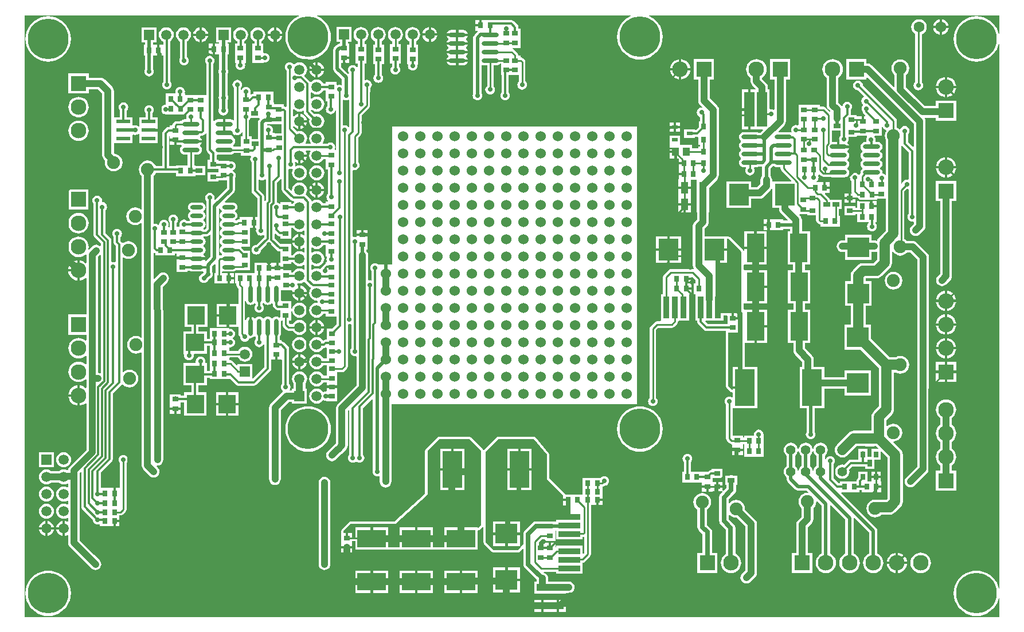
<source format=gtl>
G04*
G04 #@! TF.GenerationSoftware,Altium Limited,Altium Designer,19.1.7 (138)*
G04*
G04 Layer_Physical_Order=1*
G04 Layer_Color=255*
%FSLAX44Y44*%
%MOMM*%
G71*
G01*
G75*
%ADD11C,0.2500*%
%ADD13C,0.2540*%
%ADD15C,0.3000*%
%ADD18C,0.1500*%
%ADD21R,0.9000X0.8000*%
%ADD22R,0.8000X0.9000*%
%ADD23O,2.5000X0.7000*%
%ADD24R,2.6162X2.7432*%
%ADD25R,2.9000X5.4000*%
%ADD26R,3.2000X3.0000*%
%ADD27R,1.7000X1.1000*%
%ADD28R,3.2000X0.9000*%
%ADD29R,0.6500X0.9000*%
%ADD30R,0.6500X1.1000*%
%ADD31R,3.0000X3.2000*%
%ADD32R,2.6000X4.2000*%
%ADD33R,0.9000X0.6500*%
%ADD34R,1.1000X0.6500*%
%ADD35R,1.1000X1.7000*%
%ADD36R,1.0000X1.3000*%
%ADD37R,0.8500X0.6000*%
%ADD38R,1.5500X5.2000*%
%ADD39R,0.9000X3.2000*%
%ADD40R,4.2000X2.6000*%
%ADD41O,0.7000X2.5000*%
%ADD42O,1.9000X0.6000*%
%ADD43R,2.7432X2.6162*%
%ADD44R,2.0000X0.5300*%
%ADD69C,1.9000*%
%ADD80R,10.0000X10.0000*%
%ADD81R,10.0000X10.0000*%
%ADD82C,0.5000*%
%ADD83C,1.0000*%
%ADD84C,0.7000*%
%ADD85C,1.5000*%
%ADD86C,1.5000*%
%ADD87R,1.5000X1.5000*%
%ADD88C,0.6000*%
%ADD89C,1.5240*%
%ADD90C,2.3000*%
%ADD91R,2.3000X2.3000*%
%ADD92R,2.3000X2.3000*%
%ADD93C,1.4000*%
%ADD94C,1.6000*%
%ADD95C,6.0000*%
%ADD96R,1.5000X1.5000*%
%ADD97C,0.7000*%
G36*
X1440000Y862322D02*
X1438730Y862171D01*
X1437959Y865384D01*
X1435941Y870256D01*
X1433186Y874752D01*
X1429761Y878761D01*
X1425751Y882186D01*
X1421256Y884941D01*
X1416384Y886959D01*
X1411257Y888190D01*
X1406000Y888603D01*
X1400743Y888190D01*
X1395616Y886959D01*
X1390744Y884941D01*
X1386248Y882186D01*
X1382238Y878761D01*
X1378814Y874752D01*
X1376059Y870256D01*
X1374041Y865384D01*
X1372810Y860257D01*
X1372396Y855000D01*
X1372810Y849743D01*
X1374041Y844616D01*
X1376059Y839744D01*
X1378814Y835248D01*
X1382238Y831238D01*
X1386248Y827814D01*
X1390744Y825059D01*
X1395616Y823041D01*
X1400743Y821810D01*
X1406000Y821396D01*
X1411257Y821810D01*
X1416384Y823041D01*
X1421256Y825059D01*
X1425751Y827814D01*
X1429761Y831238D01*
X1433186Y835248D01*
X1435941Y839744D01*
X1437959Y844616D01*
X1438730Y847828D01*
X1440000Y847678D01*
Y42322D01*
X1438730Y42172D01*
X1437959Y45384D01*
X1435941Y50256D01*
X1433186Y54752D01*
X1429761Y58761D01*
X1425751Y62186D01*
X1421256Y64941D01*
X1416384Y66959D01*
X1411257Y68190D01*
X1406000Y68603D01*
X1400743Y68190D01*
X1395616Y66959D01*
X1390744Y64941D01*
X1386248Y62186D01*
X1382238Y58761D01*
X1378814Y54752D01*
X1376059Y50256D01*
X1374041Y45384D01*
X1372810Y40257D01*
X1372396Y35000D01*
X1372810Y29743D01*
X1374041Y24616D01*
X1376059Y19744D01*
X1378814Y15248D01*
X1382238Y11239D01*
X1386248Y7814D01*
X1390744Y5059D01*
X1395616Y3041D01*
X1400743Y1810D01*
X1406000Y1396D01*
X1411257Y1810D01*
X1416384Y3041D01*
X1421256Y5059D01*
X1425751Y7814D01*
X1429761Y11239D01*
X1433186Y15248D01*
X1435941Y19744D01*
X1437959Y24616D01*
X1438730Y27828D01*
X1440000Y27678D01*
Y0D01*
X0D01*
Y890000D01*
X405397D01*
X405649Y888730D01*
X403744Y887941D01*
X399248Y885186D01*
X395239Y881761D01*
X391814Y877752D01*
X389059Y873256D01*
X387041Y868384D01*
X385810Y863257D01*
X385396Y858000D01*
X385810Y852743D01*
X387041Y847616D01*
X389059Y842744D01*
X391814Y838248D01*
X395239Y834239D01*
X399248Y830814D01*
X403744Y828059D01*
X408616Y826041D01*
X413743Y824810D01*
X419000Y824396D01*
X424257Y824810D01*
X429384Y826041D01*
X434256Y828059D01*
X438752Y830814D01*
X442761Y834239D01*
X446186Y838248D01*
X448941Y842744D01*
X450959Y847616D01*
X452190Y852743D01*
X452604Y858000D01*
X452190Y863257D01*
X450959Y868384D01*
X448941Y873256D01*
X446186Y877752D01*
X442761Y881761D01*
X438752Y885186D01*
X434256Y887941D01*
X432351Y888730D01*
X432603Y890000D01*
X895397D01*
X895649Y888730D01*
X893744Y887941D01*
X889248Y885186D01*
X885239Y881761D01*
X881814Y877752D01*
X879059Y873256D01*
X877041Y868384D01*
X875810Y863257D01*
X875396Y858000D01*
X875810Y852743D01*
X877041Y847616D01*
X879059Y842744D01*
X881814Y838248D01*
X885239Y834239D01*
X889248Y830814D01*
X893744Y828059D01*
X898616Y826041D01*
X903743Y824810D01*
X909000Y824396D01*
X914257Y824810D01*
X919384Y826041D01*
X924256Y828059D01*
X928752Y830814D01*
X932761Y834239D01*
X936186Y838248D01*
X938941Y842744D01*
X940959Y847616D01*
X942190Y852743D01*
X942604Y858000D01*
X942190Y863257D01*
X940959Y868384D01*
X938941Y873256D01*
X936186Y877752D01*
X932761Y881761D01*
X928752Y885186D01*
X924256Y887941D01*
X922351Y888730D01*
X922603Y890000D01*
X1440000D01*
Y862322D01*
D02*
G37*
%LPC*%
G36*
X671952Y883050D02*
X666202D01*
Y876800D01*
X671952D01*
Y883050D01*
D02*
G37*
G36*
X1355250Y883869D02*
Y874250D01*
X1364869D01*
X1364704Y875502D01*
X1363545Y878299D01*
X1361702Y880702D01*
X1359299Y882545D01*
X1356502Y883704D01*
X1355250Y883869D01*
D02*
G37*
G36*
X1351750D02*
X1350498Y883704D01*
X1347700Y882545D01*
X1345298Y880702D01*
X1343455Y878299D01*
X1342296Y875502D01*
X1342131Y874250D01*
X1351750D01*
Y883869D01*
D02*
G37*
G36*
X600500Y872369D02*
Y863254D01*
X609615D01*
X609467Y864376D01*
X608358Y867052D01*
X606595Y869350D01*
X604297Y871113D01*
X601622Y872221D01*
X600500Y872369D01*
D02*
G37*
G36*
X597000D02*
X595878Y872221D01*
X593203Y871113D01*
X590905Y869350D01*
X589142Y867052D01*
X588033Y864376D01*
X587886Y863254D01*
X597000D01*
Y872369D01*
D02*
G37*
G36*
X648200Y868160D02*
X640950D01*
Y862850D01*
X655030D01*
X655020Y862927D01*
X654314Y864630D01*
X653193Y866092D01*
X651730Y867214D01*
X650027Y867920D01*
X648200Y868160D01*
D02*
G37*
G36*
X637450D02*
X630200D01*
X628373Y867920D01*
X626670Y867214D01*
X625208Y866092D01*
X624086Y864630D01*
X623380Y862927D01*
X623370Y862850D01*
X637450D01*
Y868160D01*
D02*
G37*
G36*
X371852Y871865D02*
Y862750D01*
X380966D01*
X380819Y863872D01*
X379710Y866548D01*
X377947Y868845D01*
X375649Y870609D01*
X372973Y871717D01*
X371852Y871865D01*
D02*
G37*
G36*
X368352D02*
X367230Y871717D01*
X364554Y870609D01*
X362257Y868845D01*
X360493Y866548D01*
X359385Y863872D01*
X359237Y862750D01*
X368352D01*
Y871865D01*
D02*
G37*
G36*
X262048D02*
Y862750D01*
X271163D01*
X271015Y863872D01*
X269907Y866548D01*
X268144Y868845D01*
X265846Y870609D01*
X263170Y871717D01*
X262048Y871865D01*
D02*
G37*
G36*
X258548D02*
X257427Y871717D01*
X254751Y870609D01*
X252453Y868845D01*
X250690Y866548D01*
X249581Y863872D01*
X249434Y862750D01*
X258548D01*
Y871865D01*
D02*
G37*
G36*
X1364869Y870750D02*
X1355250D01*
Y861131D01*
X1356502Y861296D01*
X1359299Y862455D01*
X1361702Y864298D01*
X1363545Y866700D01*
X1364704Y869498D01*
X1364869Y870750D01*
D02*
G37*
G36*
X1351750D02*
X1342131D01*
X1342296Y869498D01*
X1343455Y866700D01*
X1345298Y864298D01*
X1347700Y862455D01*
X1350498Y861296D01*
X1351750Y861131D01*
Y870750D01*
D02*
G37*
G36*
X609615Y859754D02*
X600500D01*
Y850640D01*
X601622Y850787D01*
X604297Y851896D01*
X606595Y853659D01*
X608358Y855957D01*
X609467Y858633D01*
X609615Y859754D01*
D02*
G37*
G36*
X597000D02*
X587886D01*
X588033Y858633D01*
X589142Y855957D01*
X590905Y853659D01*
X593203Y851896D01*
X595878Y850787D01*
X597000Y850640D01*
Y859754D01*
D02*
G37*
G36*
X655030Y859350D02*
X639200D01*
X623370D01*
X623380Y859273D01*
X624086Y857570D01*
X625208Y856107D01*
X625951Y855537D01*
Y853963D01*
X625208Y853392D01*
X624086Y851930D01*
X623380Y850227D01*
X623370Y850150D01*
X639200D01*
X655030D01*
X655020Y850227D01*
X654314Y851930D01*
X653193Y853392D01*
X652449Y853963D01*
Y855537D01*
X653193Y856107D01*
X654314Y857570D01*
X655020Y859273D01*
X655030Y859350D01*
D02*
G37*
G36*
X380966Y859250D02*
X371852D01*
Y850136D01*
X372973Y850283D01*
X375649Y851392D01*
X377947Y853155D01*
X379710Y855453D01*
X380819Y858129D01*
X380966Y859250D01*
D02*
G37*
G36*
X368352D02*
X359237D01*
X359385Y858129D01*
X360493Y855453D01*
X362257Y853155D01*
X364554Y851392D01*
X367230Y850283D01*
X368352Y850136D01*
Y859250D01*
D02*
G37*
G36*
X271163D02*
X262048D01*
Y850136D01*
X263170Y850283D01*
X265846Y851392D01*
X268144Y853155D01*
X269907Y855453D01*
X271015Y858129D01*
X271163Y859250D01*
D02*
G37*
G36*
X258548D02*
X249434D01*
X249581Y858129D01*
X250690Y855453D01*
X252453Y853155D01*
X254751Y851392D01*
X257427Y850283D01*
X258548Y850136D01*
Y859250D01*
D02*
G37*
G36*
X278252Y848000D02*
X272502D01*
Y841750D01*
X278252D01*
Y848000D01*
D02*
G37*
G36*
X655030Y846650D02*
X639200D01*
X623370D01*
X623380Y846573D01*
X624086Y844870D01*
X625208Y843408D01*
X625951Y842837D01*
Y841263D01*
X625208Y840692D01*
X624086Y839230D01*
X623380Y837527D01*
X623370Y837450D01*
X639200D01*
X655030D01*
X655020Y837527D01*
X654314Y839230D01*
X653193Y840692D01*
X652449Y841263D01*
Y842837D01*
X653193Y843408D01*
X654314Y844870D01*
X655020Y846573D01*
X655030Y846650D01*
D02*
G37*
G36*
X278252Y838250D02*
X272502D01*
Y832000D01*
X278252D01*
Y838250D01*
D02*
G37*
G36*
X655030Y833950D02*
X639200D01*
X623370D01*
X623380Y833873D01*
X624086Y832170D01*
X625208Y830707D01*
X625951Y830137D01*
Y828563D01*
X625208Y827992D01*
X624086Y826530D01*
X623380Y824827D01*
X623370Y824750D01*
X639200D01*
X655030D01*
X655020Y824827D01*
X654314Y826530D01*
X653193Y827992D01*
X652449Y828563D01*
Y830137D01*
X653193Y830707D01*
X654314Y832170D01*
X655020Y833873D01*
X655030Y833950D01*
D02*
G37*
G36*
X35000Y888603D02*
X29743Y888190D01*
X24616Y886959D01*
X19744Y884941D01*
X15248Y882186D01*
X11239Y878761D01*
X7814Y874752D01*
X5059Y870256D01*
X3041Y865384D01*
X1810Y860257D01*
X1396Y855000D01*
X1810Y849743D01*
X3041Y844616D01*
X5059Y839744D01*
X7814Y835248D01*
X11239Y831238D01*
X15248Y827814D01*
X19744Y825059D01*
X24616Y823041D01*
X29743Y821810D01*
X35000Y821396D01*
X40257Y821810D01*
X45384Y823041D01*
X50256Y825059D01*
X54752Y827814D01*
X58761Y831238D01*
X62186Y835248D01*
X64941Y839744D01*
X66959Y844616D01*
X68190Y849743D01*
X68603Y855000D01*
X68190Y860257D01*
X66959Y865384D01*
X64941Y870256D01*
X62186Y874752D01*
X58761Y878761D01*
X54752Y882186D01*
X50256Y884941D01*
X45384Y886959D01*
X40257Y888190D01*
X35000Y888603D01*
D02*
G37*
G36*
X344702Y872095D02*
X341830Y871717D01*
X339154Y870609D01*
X336856Y868845D01*
X335093Y866548D01*
X333985Y863872D01*
X333607Y861000D01*
X333985Y858129D01*
X335093Y855453D01*
X336856Y853155D01*
X339154Y851392D01*
X339604Y851206D01*
Y848502D01*
X336702D01*
Y833502D01*
Y819502D01*
X352702D01*
Y819502D01*
X353972Y820075D01*
X355000Y819940D01*
X356827Y820180D01*
X358530Y820885D01*
X359992Y822008D01*
X361115Y823470D01*
X361820Y825173D01*
X362060Y827000D01*
X361820Y828827D01*
X361115Y830530D01*
X359992Y831992D01*
X358530Y833114D01*
X356827Y833820D01*
X355000Y834060D01*
X353972Y833925D01*
X353445Y834164D01*
X352762Y834843D01*
X352702Y834993D01*
Y848502D01*
X349800D01*
Y851206D01*
X350249Y851392D01*
X352547Y853155D01*
X354310Y855453D01*
X355419Y858129D01*
X355797Y861000D01*
X355419Y863872D01*
X354310Y866548D01*
X352547Y868845D01*
X350249Y870609D01*
X347573Y871717D01*
X344702Y872095D01*
D02*
G37*
G36*
X480000Y825252D02*
X473750D01*
Y819502D01*
X480000D01*
Y825252D01*
D02*
G37*
G36*
X234898Y872095D02*
X232027Y871717D01*
X229351Y870609D01*
X227053Y868845D01*
X225290Y866548D01*
X224181Y863872D01*
X223803Y861000D01*
X224181Y858129D01*
X225290Y855453D01*
X227053Y853155D01*
X229351Y851392D01*
X230200Y851040D01*
Y827334D01*
X229584Y826530D01*
X228878Y824827D01*
X228638Y823000D01*
X228878Y821173D01*
X229584Y819470D01*
X230706Y818008D01*
X232168Y816886D01*
X233871Y816180D01*
X235698Y815940D01*
X237526Y816180D01*
X239228Y816886D01*
X240691Y818008D01*
X241813Y819470D01*
X242518Y821173D01*
X242759Y823000D01*
X242518Y824827D01*
X241813Y826530D01*
X240691Y827992D01*
X240396Y828218D01*
Y851371D01*
X240446Y851392D01*
X242743Y853155D01*
X244507Y855453D01*
X245615Y858129D01*
X245993Y861000D01*
X245615Y863872D01*
X244507Y866548D01*
X242743Y868845D01*
X240446Y870609D01*
X237770Y871717D01*
X234898Y872095D01*
D02*
G37*
G36*
X655030Y821250D02*
X640950D01*
Y815939D01*
X648200D01*
X650027Y816180D01*
X651730Y816886D01*
X653193Y818008D01*
X654314Y819470D01*
X655020Y821173D01*
X655030Y821250D01*
D02*
G37*
G36*
X637450D02*
X623370D01*
X623380Y821173D01*
X624086Y819470D01*
X625208Y818008D01*
X626670Y816886D01*
X628373Y816180D01*
X630200Y815939D01*
X637450D01*
Y821250D01*
D02*
G37*
G36*
X497150Y872599D02*
X494278Y872221D01*
X491603Y871113D01*
X489305Y869350D01*
X487542Y867052D01*
X486433Y864376D01*
X486055Y861504D01*
X486433Y858633D01*
X487542Y855957D01*
X489305Y853659D01*
X491603Y851896D01*
X492052Y851710D01*
Y847500D01*
X489150D01*
Y832500D01*
Y818500D01*
X492052D01*
Y813695D01*
X490782Y813263D01*
X489992Y814293D01*
X488530Y815415D01*
X486827Y816120D01*
X485000Y816360D01*
X483173Y816120D01*
X481470Y815415D01*
X480008Y814293D01*
X478885Y812830D01*
X478180Y811127D01*
X477940Y809300D01*
X478180Y807473D01*
X478885Y805770D01*
X479692Y804719D01*
X479541Y803892D01*
X478228Y803423D01*
X468117Y813534D01*
Y819502D01*
X470250D01*
Y827002D01*
X472000D01*
Y828752D01*
X480000D01*
Y833502D01*
Y848502D01*
X478118D01*
Y850504D01*
X482750D01*
Y872504D01*
X460750D01*
Y850504D01*
X465882D01*
Y848502D01*
X464000D01*
Y847231D01*
X462612Y846955D01*
X460628Y845629D01*
X457674Y842676D01*
X456348Y840691D01*
X455882Y838350D01*
Y811000D01*
X456348Y808659D01*
X457674Y806674D01*
X468882Y795466D01*
Y787435D01*
X467612Y786586D01*
X467048Y786820D01*
X465221Y787060D01*
X463393Y786820D01*
X462270Y786354D01*
X461000Y787083D01*
Y791498D01*
X445000D01*
Y789047D01*
X441474D01*
X441309Y789447D01*
X439545Y791745D01*
X437247Y793509D01*
X434572Y794617D01*
X431700Y794995D01*
X428828Y794617D01*
X426153Y793509D01*
X423855Y791745D01*
X423548Y791346D01*
X421987Y791397D01*
X421405Y792268D01*
X413736Y799937D01*
X413819Y801204D01*
X414145Y801455D01*
X415909Y803753D01*
X417017Y806429D01*
X417395Y809300D01*
X417017Y812172D01*
X415909Y814847D01*
X414145Y817145D01*
X411847Y818908D01*
X409172Y820017D01*
X406300Y820395D01*
X403428Y820017D01*
X400753Y818908D01*
X398993Y817558D01*
X397514Y817637D01*
X397312Y817742D01*
X396831Y818369D01*
X395368Y819491D01*
X393666Y820197D01*
X391838Y820437D01*
X390011Y820197D01*
X388308Y819491D01*
X386846Y818369D01*
X385724Y816907D01*
X385018Y815204D01*
X384778Y813377D01*
X385018Y811549D01*
X385724Y809846D01*
X386846Y808384D01*
X386906Y808338D01*
Y755093D01*
X385636Y754414D01*
X385193Y754710D01*
X383500Y755047D01*
Y758100D01*
X368875D01*
Y760851D01*
X367498D01*
Y776750D01*
X338498D01*
Y773848D01*
X337427D01*
X335476Y773460D01*
X334626Y772892D01*
X334277Y773031D01*
X333600Y774642D01*
X333820Y775173D01*
X334060Y777000D01*
X333820Y778827D01*
X333115Y780530D01*
X331992Y781992D01*
X330530Y783114D01*
X328827Y783820D01*
X327000Y784060D01*
X325173Y783820D01*
X323470Y783114D01*
X322008Y781992D01*
X320886Y780530D01*
X320489Y779574D01*
X319219Y779826D01*
Y782193D01*
X319369Y782307D01*
X320491Y783770D01*
X321196Y785472D01*
X321437Y787300D01*
X321196Y789127D01*
X320491Y790830D01*
X319369Y792292D01*
X317906Y793414D01*
X316204Y794119D01*
X314376Y794360D01*
X312549Y794119D01*
X310846Y793414D01*
X309384Y792292D01*
X308262Y790830D01*
X307556Y789127D01*
X307316Y787300D01*
X307556Y785472D01*
X308262Y783770D01*
X309384Y782307D01*
X309533Y782193D01*
Y735229D01*
X308263Y734602D01*
X307530Y735165D01*
X305827Y735870D01*
X304000Y736111D01*
X296750D01*
Y729050D01*
X293250D01*
Y736111D01*
X286000D01*
X284173Y735870D01*
X282470Y735165D01*
X281008Y734043D01*
X280368Y733209D01*
X279098Y733640D01*
Y818145D01*
X280114Y819470D01*
X280820Y821173D01*
X281060Y823000D01*
X280820Y824827D01*
X280114Y826530D01*
X278993Y827992D01*
X277530Y829115D01*
X275827Y829820D01*
X274000Y830060D01*
X272173Y829820D01*
X270470Y829115D01*
X269008Y827992D01*
X267885Y826530D01*
X267180Y824827D01*
X266940Y823000D01*
X267180Y821173D01*
X267885Y819470D01*
X268902Y818145D01*
Y773105D01*
X268500Y772002D01*
X252500D01*
Y771998D01*
X237498D01*
Y774302D01*
X237498D01*
X236872Y775572D01*
X237060Y777000D01*
X236820Y778827D01*
X236115Y780530D01*
X234992Y781992D01*
X233530Y783114D01*
X231827Y783820D01*
X230000Y784060D01*
X228173Y783820D01*
X226470Y783114D01*
X225008Y781992D01*
X223885Y780530D01*
X223180Y778827D01*
X222940Y777000D01*
X223128Y775572D01*
X222328Y774302D01*
X208498D01*
Y758302D01*
X207654Y757382D01*
X207173Y757318D01*
X205470Y756613D01*
X204007Y755491D01*
X202885Y754029D01*
X202180Y752326D01*
X201940Y750498D01*
X202180Y748671D01*
X202885Y746968D01*
X204007Y745506D01*
X205470Y744384D01*
X207173Y743679D01*
X208998Y743438D01*
Y743250D01*
X237300D01*
Y742998D01*
X238522D01*
X239123Y742099D01*
X239167Y741728D01*
X238940Y740000D01*
X239180Y738173D01*
X239508Y737381D01*
X238660Y736111D01*
X237000D01*
X235173Y735870D01*
X233470Y735165D01*
X232007Y734043D01*
X231893Y733893D01*
X225051D01*
X225050Y733893D01*
X223197Y733525D01*
X221626Y732475D01*
X221626Y732475D01*
X219576Y730424D01*
X218526Y728853D01*
X218157Y727002D01*
X215000D01*
Y724787D01*
X213187D01*
X211236Y724399D01*
X209582Y723294D01*
X204895Y718607D01*
X203790Y716953D01*
X203402Y715002D01*
Y667098D01*
X193959D01*
X193355Y668556D01*
X191272Y671272D01*
X188556Y673355D01*
X185394Y674665D01*
X182000Y675112D01*
X178606Y674665D01*
X175444Y673355D01*
X172728Y671272D01*
X170644Y668556D01*
X169335Y665394D01*
X168888Y662000D01*
X169335Y658606D01*
X170644Y655444D01*
X172728Y652728D01*
X173427Y652193D01*
Y602870D01*
X172157Y602244D01*
X170056Y603856D01*
X166894Y605165D01*
X163500Y605612D01*
X160107Y605165D01*
X156944Y603856D01*
X154228Y601772D01*
X152145Y599056D01*
X150835Y595894D01*
X150388Y592500D01*
X150835Y589106D01*
X152145Y585944D01*
X154228Y583228D01*
X156944Y581145D01*
X160107Y579835D01*
X163500Y579388D01*
X166894Y579835D01*
X170056Y581145D01*
X172157Y582756D01*
X173427Y582130D01*
Y413856D01*
X172288Y413294D01*
X171556Y413856D01*
X168394Y415166D01*
X165000Y415612D01*
X161606Y415166D01*
X158444Y413856D01*
X155728Y411772D01*
X153645Y409056D01*
X152335Y405894D01*
X151888Y402500D01*
X152335Y399107D01*
X153645Y395944D01*
X155728Y393229D01*
X158444Y391145D01*
X161606Y389835D01*
X165000Y389388D01*
X168394Y389835D01*
X171556Y391145D01*
X172288Y391706D01*
X173427Y391144D01*
Y224000D01*
X173719Y221781D01*
X174575Y219713D01*
X175938Y217938D01*
X184938Y208938D01*
X186713Y207575D01*
X188781Y206719D01*
X191000Y206427D01*
X193219Y206719D01*
X195287Y207575D01*
X197062Y208938D01*
X198425Y210713D01*
X199281Y212781D01*
X199573Y215000D01*
X199281Y217219D01*
X198425Y219287D01*
X197062Y221062D01*
X195209Y222916D01*
X195802Y224118D01*
X196500Y224027D01*
X198719Y224319D01*
X200787Y225175D01*
X202562Y226538D01*
X203925Y228313D01*
X204781Y230381D01*
X205073Y232600D01*
Y242000D01*
Y419000D01*
X205069Y419030D01*
X205073Y419059D01*
X204591Y488467D01*
X211062Y494938D01*
X211062Y494938D01*
X212425Y496713D01*
X213281Y498781D01*
X213573Y501000D01*
X213281Y503219D01*
X212425Y505287D01*
X211062Y507062D01*
X209287Y508425D01*
X207219Y509281D01*
X205000Y509573D01*
X202781Y509281D01*
X200713Y508425D01*
X198938Y507062D01*
X191747Y499871D01*
X190573Y500357D01*
Y538107D01*
X191843Y538785D01*
X192806Y538142D01*
X193498Y538004D01*
Y534500D01*
X222498D01*
Y537754D01*
X225000D01*
Y533150D01*
X233000D01*
Y529650D01*
X225000D01*
Y523900D01*
Y509900D01*
X241000D01*
Y512328D01*
X244000D01*
X244722Y511774D01*
X246303Y511119D01*
X248000Y510896D01*
X261000D01*
X262697Y511119D01*
X263612Y511498D01*
X264883Y510719D01*
Y510523D01*
X264183Y508835D01*
X263165Y507817D01*
X261470Y507114D01*
X260008Y505992D01*
X258885Y504530D01*
X258180Y502827D01*
X257940Y501000D01*
X258180Y499173D01*
X258885Y497470D01*
X260008Y496007D01*
X261470Y494885D01*
X263173Y494180D01*
X265000Y493940D01*
X266827Y494180D01*
X268530Y494885D01*
X269992Y496007D01*
X271115Y497470D01*
X271817Y499165D01*
X272835Y500183D01*
X274530Y500886D01*
X275992Y502008D01*
X277115Y503470D01*
X277820Y505173D01*
X278060Y507000D01*
X277820Y508827D01*
X277118Y510523D01*
Y518305D01*
X280984Y522171D01*
X282157Y521685D01*
Y509000D01*
X280501D01*
Y493000D01*
X300251D01*
Y501000D01*
X302001D01*
D01*
X300251D01*
Y509000D01*
X291843D01*
Y510581D01*
X292899Y511287D01*
X293303Y511119D01*
X295000Y510896D01*
X308000D01*
X309697Y511119D01*
X311278Y511774D01*
X312636Y512816D01*
X312707Y512909D01*
X322750D01*
X323218Y513002D01*
X333500D01*
Y527002D01*
Y542002D01*
X324710D01*
X320485Y546227D01*
X320810Y547497D01*
X333500D01*
Y561497D01*
Y575250D01*
X337248D01*
Y583250D01*
Y591250D01*
X317498D01*
Y588093D01*
X316005D01*
X314152Y587725D01*
X312581Y586675D01*
X312548Y586642D01*
X311566Y586837D01*
X311483Y588131D01*
X312636Y589016D01*
X313678Y590374D01*
X314333Y591955D01*
X314556Y593652D01*
X314333Y595349D01*
X313678Y596930D01*
X312636Y598288D01*
X311278Y599329D01*
Y600674D01*
X312636Y601716D01*
X313678Y603074D01*
X314333Y604655D01*
X314556Y606352D01*
X314333Y608049D01*
X313678Y609630D01*
X312636Y610988D01*
X311278Y612029D01*
X309697Y612684D01*
X308000Y612908D01*
X296719D01*
X296233Y614081D01*
X309324Y627173D01*
X310650Y629157D01*
X311116Y631498D01*
Y649476D01*
X311818Y651171D01*
X312059Y652999D01*
X311818Y654826D01*
X311113Y656529D01*
X309991Y657991D01*
X308529Y659113D01*
X308049Y659312D01*
Y660686D01*
X308530Y660885D01*
X309992Y662008D01*
X311115Y663470D01*
X311820Y665173D01*
X312060Y667000D01*
X311820Y668827D01*
X311115Y670530D01*
X309992Y671992D01*
X308530Y673114D01*
X306827Y673820D01*
X305000Y674060D01*
X303770Y673898D01*
X302500Y674498D01*
Y674498D01*
X286873D01*
Y676250D01*
X283971D01*
Y682892D01*
X285241Y683990D01*
X286000Y683890D01*
X304000D01*
X305827Y684131D01*
X307530Y684836D01*
X308993Y685958D01*
X309107Y686107D01*
X320000D01*
Y682052D01*
X334075D01*
X334702Y680782D01*
X334509Y680530D01*
X333803Y678827D01*
X333563Y677000D01*
X333803Y675173D01*
X334509Y673470D01*
X335525Y672145D01*
Y630106D01*
X335913Y628155D01*
X337018Y626501D01*
X343902Y619617D01*
Y591250D01*
X340748D01*
Y583250D01*
Y575250D01*
X341946D01*
X342658Y573980D01*
X342180Y572827D01*
X341940Y571000D01*
X342180Y569173D01*
X342886Y567470D01*
X344007Y566008D01*
X345470Y564885D01*
X347173Y564180D01*
X349000Y563940D01*
X350827Y564180D01*
X352530Y564885D01*
X352763Y565064D01*
X353902Y564502D01*
Y561782D01*
X342152Y550031D01*
X340548Y549820D01*
X338845Y549115D01*
X337383Y547993D01*
X336260Y546530D01*
X335555Y544828D01*
X335315Y543000D01*
X335555Y541173D01*
X336260Y539470D01*
X337383Y538008D01*
X338845Y536886D01*
X340548Y536180D01*
X342375Y535940D01*
X344202Y536180D01*
X345905Y536886D01*
X347368Y538008D01*
X348489Y539470D01*
X349195Y541173D01*
X349420Y542880D01*
X360937Y554397D01*
X373395Y541938D01*
X375049Y540833D01*
X377000Y540445D01*
X378000D01*
Y536502D01*
Y523498D01*
X375647D01*
Y517748D01*
X381897D01*
Y522502D01*
X394000D01*
Y524853D01*
X396484D01*
X396692Y524353D01*
X398455Y522055D01*
X400753Y520292D01*
X403428Y519183D01*
X406300Y518805D01*
X409172Y519183D01*
X411847Y520292D01*
X412763Y520994D01*
X413902Y520432D01*
Y513968D01*
X412763Y513406D01*
X411847Y514109D01*
X409172Y515217D01*
X406300Y515595D01*
X403428Y515217D01*
X400753Y514109D01*
X398455Y512345D01*
X396692Y510047D01*
X396609Y509847D01*
X394500D01*
Y512498D01*
X381897D01*
Y514248D01*
X373897D01*
Y515998D01*
X372147D01*
Y523498D01*
X368498D01*
Y524000D01*
X362748D01*
Y516000D01*
X359248D01*
Y524000D01*
X339498D01*
Y509000D01*
X311002D01*
Y493000D01*
X313157D01*
Y491000D01*
X313526Y489147D01*
X314575Y487575D01*
X316157Y485994D01*
Y463216D01*
X302245D01*
Y446000D01*
Y428784D01*
X316157D01*
Y419000D01*
X316526Y417147D01*
X317575Y415575D01*
X318496Y414655D01*
X318440Y414225D01*
X318680Y412397D01*
X319386Y410695D01*
X320508Y409232D01*
X321970Y408110D01*
X323673Y407405D01*
X325500Y407164D01*
X327327Y407405D01*
X329030Y408110D01*
X330493Y409232D01*
X331615Y410695D01*
X332320Y412397D01*
X332353Y412650D01*
X333950Y412439D01*
X335777Y412680D01*
X337480Y413385D01*
X338942Y414507D01*
X339355Y415046D01*
X340685Y415091D01*
X341552Y414174D01*
Y410850D01*
X340535Y409525D01*
X339830Y407823D01*
X339589Y405995D01*
X339830Y404168D01*
X340535Y402465D01*
X341657Y401003D01*
X343120Y399881D01*
X344822Y399175D01*
X346650Y398935D01*
X348477Y399175D01*
X350180Y399881D01*
X351642Y401003D01*
X352764Y402465D01*
X352982Y402990D01*
X354252Y402738D01*
Y369461D01*
X337770Y352980D01*
X336500Y353506D01*
Y374300D01*
X314500D01*
Y373008D01*
X313327Y372522D01*
X307425Y378425D01*
X305853Y379474D01*
X304000Y379843D01*
X302498D01*
Y383000D01*
X303413Y383857D01*
X315600D01*
X315892Y383152D01*
X317655Y380855D01*
X319953Y379091D01*
X322629Y377983D01*
X325500Y377605D01*
X328372Y377983D01*
X331048Y379091D01*
X333345Y380855D01*
X335108Y383152D01*
X336217Y385828D01*
X336595Y388700D01*
X336217Y391572D01*
X335108Y394247D01*
X333345Y396545D01*
X331048Y398308D01*
X328372Y399417D01*
X325500Y399795D01*
X322629Y399417D01*
X319953Y398308D01*
X317655Y396545D01*
X315892Y394247D01*
X315600Y393543D01*
X302498D01*
Y397856D01*
X302673Y398327D01*
X303453Y399012D01*
X304000Y398940D01*
X305827Y399180D01*
X307530Y399885D01*
X308992Y401008D01*
X310114Y402470D01*
X310820Y404173D01*
X311060Y406000D01*
X310820Y407827D01*
X310114Y409530D01*
X308992Y410992D01*
X308033Y411729D01*
X307959Y411899D01*
Y413101D01*
X308033Y413271D01*
X308992Y414008D01*
X310114Y415470D01*
X310820Y417173D01*
X311060Y419000D01*
X310820Y420827D01*
X310114Y422530D01*
X308992Y423992D01*
X307530Y425115D01*
X305827Y425820D01*
X304000Y426060D01*
X303453Y425988D01*
X302498Y426826D01*
Y427000D01*
X273498D01*
Y413995D01*
X273498D01*
Y411093D01*
X269466D01*
Y422576D01*
X257348D01*
Y428784D01*
X270086D01*
Y463216D01*
X236924D01*
Y428784D01*
X247152D01*
Y422576D01*
X235034D01*
Y389414D01*
X235164D01*
X236090Y388144D01*
X235940Y387000D01*
X236180Y385173D01*
X236886Y383470D01*
X238008Y382007D01*
X239470Y380886D01*
X241173Y380180D01*
X243000Y379940D01*
X244827Y380180D01*
X246530Y380886D01*
X247992Y382007D01*
X249114Y383470D01*
X249820Y385173D01*
X250060Y387000D01*
X249910Y388144D01*
X250836Y389414D01*
X269466D01*
Y400897D01*
X273498D01*
Y398000D01*
X273498D01*
Y382000D01*
X273498D01*
Y368000D01*
X273498D01*
Y364103D01*
X269466D01*
Y375586D01*
X267836D01*
X266910Y376856D01*
X267060Y378000D01*
X266820Y379827D01*
X266115Y381530D01*
X264992Y382993D01*
X263530Y384114D01*
X261827Y384820D01*
X260000Y385060D01*
X258173Y384820D01*
X256470Y384114D01*
X255007Y382993D01*
X253885Y381530D01*
X253180Y379827D01*
X252940Y378000D01*
X253090Y376856D01*
X252164Y375586D01*
X235034D01*
Y342424D01*
X247152D01*
Y332216D01*
X235924D01*
Y327098D01*
X231000D01*
Y329499D01*
X223491D01*
X223000Y329596D01*
X222509Y329499D01*
X215000D01*
Y314499D01*
Y309749D01*
X231000D01*
Y316902D01*
X235924D01*
Y297784D01*
X269086D01*
Y332216D01*
X257348D01*
Y342424D01*
X269466D01*
Y353907D01*
X273498D01*
Y352000D01*
X302498D01*
Y352000D01*
X303416Y352380D01*
X312400Y343395D01*
X314054Y342290D01*
X316005Y341902D01*
X339000D01*
X340951Y342290D01*
X342605Y343395D01*
X362954Y363745D01*
X364060Y365399D01*
X364448Y367350D01*
Y380598D01*
X370250D01*
Y388098D01*
X373750D01*
Y380598D01*
X380000D01*
X380902Y379710D01*
Y344855D01*
X379885Y343530D01*
X379180Y341827D01*
X378940Y340000D01*
X379180Y338173D01*
X379885Y336470D01*
X381007Y335008D01*
X381624Y334534D01*
Y332934D01*
X381138Y332561D01*
X363938Y315361D01*
X362575Y313585D01*
X361719Y311517D01*
X361427Y309298D01*
Y215000D01*
Y204000D01*
X361719Y201781D01*
X362575Y199713D01*
X363938Y197938D01*
X365713Y196575D01*
X367781Y195719D01*
X370000Y195427D01*
X372219Y195719D01*
X374287Y196575D01*
X376062Y197938D01*
X377425Y199713D01*
X378281Y201781D01*
X378573Y204000D01*
Y215000D01*
Y305747D01*
X390751Y317925D01*
X395300D01*
Y315700D01*
X403243D01*
X403800Y315627D01*
X404357Y315700D01*
X417300D01*
Y337700D01*
X414873D01*
Y345204D01*
X415909Y346553D01*
X417017Y349229D01*
X417395Y352100D01*
X417017Y354972D01*
X415909Y357648D01*
X414145Y359945D01*
X411847Y361708D01*
X409172Y362817D01*
X406300Y363195D01*
X403428Y362817D01*
X400753Y361708D01*
X398455Y359945D01*
X396692Y357648D01*
X395583Y354972D01*
X395205Y352100D01*
X395583Y349229D01*
X396692Y346553D01*
X397727Y345204D01*
Y337700D01*
X395300D01*
Y335072D01*
X392477D01*
X391916Y336211D01*
X392114Y336470D01*
X392820Y338173D01*
X393060Y340000D01*
X392820Y341827D01*
X392114Y343530D01*
X391098Y344855D01*
Y396230D01*
X390710Y398181D01*
X389605Y399835D01*
X383335Y406105D01*
X381681Y407210D01*
X380000Y407545D01*
Y409598D01*
X377148D01*
Y414645D01*
X378164Y415970D01*
X378870Y417673D01*
X379110Y419500D01*
Y437494D01*
X379212Y437615D01*
X379943Y438440D01*
X381157Y438433D01*
Y432464D01*
X381526Y430611D01*
X382576Y429040D01*
X386740Y424876D01*
X386740Y424875D01*
X388311Y423826D01*
X390165Y423457D01*
X396400D01*
X396692Y422753D01*
X398455Y420455D01*
X400753Y418692D01*
X403428Y417583D01*
X406300Y417205D01*
X409172Y417583D01*
X411847Y418692D01*
X414145Y420455D01*
X415909Y422753D01*
X417017Y425429D01*
X417395Y428300D01*
X417017Y431172D01*
X415909Y433848D01*
X414145Y436145D01*
X411847Y437909D01*
X409172Y439017D01*
X406300Y439395D01*
X403428Y439017D01*
X400753Y437909D01*
X398455Y436145D01*
X396692Y433848D01*
X396400Y433143D01*
X392171D01*
X390843Y434471D01*
Y438502D01*
X394000D01*
Y453123D01*
X395270Y453206D01*
X395302Y452965D01*
X395583Y450829D01*
X396692Y448153D01*
X398455Y445855D01*
X400753Y444092D01*
X403428Y442983D01*
X406300Y442605D01*
X409172Y442983D01*
X411847Y444092D01*
X414145Y445855D01*
X415909Y448153D01*
X417017Y450829D01*
X417395Y453700D01*
X417017Y456572D01*
X415909Y459248D01*
X414145Y461545D01*
X411847Y463308D01*
X409172Y464417D01*
X406300Y464795D01*
X403428Y464417D01*
X400753Y463308D01*
X398455Y461545D01*
X396692Y459248D01*
X395583Y456572D01*
X395302Y454435D01*
X395270Y454194D01*
X394000Y454277D01*
Y467502D01*
X379942D01*
X379104Y468456D01*
X379110Y468500D01*
Y483498D01*
X394500D01*
Y483498D01*
X394500Y483498D01*
X394955Y483425D01*
X395666Y482171D01*
X395583Y481972D01*
X395435Y480850D01*
X404550D01*
Y489965D01*
X404199Y489918D01*
X403055Y490956D01*
X403060Y491000D01*
X402843Y492651D01*
X403035Y493022D01*
X403820Y493732D01*
X406300Y493405D01*
X409172Y493783D01*
X411847Y494892D01*
X413043Y495809D01*
X413236Y495846D01*
X414681Y495465D01*
X415395Y494395D01*
X422394Y487397D01*
X422816Y487114D01*
X423023Y485861D01*
X422091Y484647D01*
X420983Y481972D01*
X420605Y479100D01*
X420983Y476228D01*
X422091Y473553D01*
X423855Y471255D01*
X426153Y469492D01*
X428828Y468383D01*
X431700Y468005D01*
X431784Y468016D01*
X432906Y466883D01*
X432790Y466000D01*
X432834Y465662D01*
X432034Y464862D01*
X431668Y464791D01*
X428828Y464417D01*
X426153Y463308D01*
X423855Y461545D01*
X422091Y459248D01*
X420983Y456572D01*
X420605Y453700D01*
X420983Y450829D01*
X422091Y448153D01*
X423855Y445855D01*
X426153Y444092D01*
X428828Y442983D01*
X431700Y442605D01*
X434572Y442983D01*
X437247Y444092D01*
X439545Y445855D01*
X441309Y448153D01*
X441600Y448857D01*
X445000D01*
Y444552D01*
X460902D01*
Y432863D01*
X454541Y426502D01*
X446250D01*
Y410098D01*
X444700D01*
X442749Y409710D01*
X441156Y408646D01*
X439545Y410745D01*
X437247Y412509D01*
X434572Y413617D01*
X431700Y413995D01*
X428828Y413617D01*
X426153Y412509D01*
X423855Y410745D01*
X422091Y408447D01*
X420983Y405772D01*
X420605Y402900D01*
X420983Y400028D01*
X422091Y397353D01*
X423855Y395055D01*
X426153Y393292D01*
X428828Y392183D01*
X431700Y391805D01*
X434572Y392183D01*
X437247Y393292D01*
X439545Y395055D01*
X441309Y397353D01*
X441495Y397802D01*
X442600D01*
X444551Y398190D01*
X444980Y398477D01*
X446250Y397798D01*
Y382343D01*
X441600D01*
X441309Y383047D01*
X439545Y385345D01*
X437247Y387108D01*
X434572Y388217D01*
X431700Y388595D01*
X428828Y388217D01*
X426153Y387108D01*
X423855Y385345D01*
X422091Y383047D01*
X420983Y380372D01*
X420605Y377500D01*
X420983Y374628D01*
X422091Y371953D01*
X423855Y369655D01*
X426153Y367892D01*
X428828Y366783D01*
X431700Y366405D01*
X434572Y366783D01*
X437247Y367892D01*
X439545Y369655D01*
X441309Y371953D01*
X441600Y372657D01*
X446250D01*
Y356943D01*
X441600D01*
X441309Y357648D01*
X439545Y359945D01*
X437247Y361708D01*
X434572Y362817D01*
X431700Y363195D01*
X428828Y362817D01*
X426153Y361708D01*
X423855Y359945D01*
X422091Y357648D01*
X420983Y354972D01*
X420605Y352100D01*
X420983Y349229D01*
X422091Y346553D01*
X423855Y344255D01*
X426153Y342492D01*
X428828Y341383D01*
X431700Y341005D01*
X434572Y341383D01*
X437247Y342492D01*
X439545Y344255D01*
X441309Y346553D01*
X441600Y347257D01*
X446250D01*
Y342248D01*
X462250D01*
Y345502D01*
X462250D01*
Y362159D01*
X469002D01*
X470855Y362527D01*
X472426Y363577D01*
X476175Y367325D01*
X477224Y368897D01*
X477593Y370750D01*
X477593Y370750D01*
Y432160D01*
X478863Y433089D01*
X480000Y432940D01*
X481632Y433154D01*
X482269Y432905D01*
X482902Y432482D01*
Y397855D01*
X481885Y396530D01*
X481180Y394827D01*
X480940Y393000D01*
X481180Y391173D01*
X481885Y389470D01*
X483008Y388008D01*
X484470Y386885D01*
X486173Y386180D01*
X488000Y385940D01*
X489157Y386092D01*
X490427Y385171D01*
Y342551D01*
X481938Y334062D01*
X481938Y334062D01*
X462938Y315062D01*
X461575Y313287D01*
X460719Y311219D01*
X460427Y309000D01*
Y257409D01*
X457548Y254531D01*
X456938Y254062D01*
X448186Y245311D01*
X446824Y243535D01*
X445967Y241468D01*
X445675Y239249D01*
Y239000D01*
X445967Y236781D01*
X446824Y234713D01*
X448186Y232938D01*
X449962Y231575D01*
X452030Y230719D01*
X454249Y230427D01*
X456468Y230719D01*
X458535Y231575D01*
X460311Y232938D01*
X461131Y234007D01*
X468594Y241469D01*
X469204Y241938D01*
X475062Y247796D01*
X476425Y249571D01*
X477281Y251639D01*
X477573Y253858D01*
Y305449D01*
X478729Y306604D01*
X479902Y306118D01*
Y239855D01*
X478885Y238530D01*
X478180Y236827D01*
X477940Y235000D01*
X478180Y233173D01*
X478885Y231470D01*
X480008Y230008D01*
X481470Y228885D01*
X483173Y228180D01*
X485000Y227940D01*
X486827Y228180D01*
X488530Y228885D01*
X488994Y229242D01*
X490000Y230002D01*
X491006Y229242D01*
X491470Y228885D01*
X493173Y228180D01*
X495000Y227940D01*
X496827Y228180D01*
X498530Y228885D01*
X499992Y230008D01*
X501115Y231470D01*
X501820Y233173D01*
X502060Y235000D01*
X501820Y236827D01*
X501115Y238530D01*
X500098Y239855D01*
Y309110D01*
X513489Y322501D01*
X514663Y322015D01*
Y217992D01*
X514180Y216827D01*
X513940Y215000D01*
X514180Y213173D01*
X514885Y211470D01*
X516008Y210008D01*
X517470Y208885D01*
X519173Y208180D01*
X521000Y207940D01*
X522827Y208180D01*
X523557Y208482D01*
X524827Y207634D01*
Y200000D01*
X525119Y197781D01*
X525975Y195713D01*
X527338Y193938D01*
X529113Y192575D01*
X531181Y191719D01*
X533400Y191427D01*
X535619Y191719D01*
X537687Y192575D01*
X539462Y193938D01*
X540825Y195713D01*
X541681Y197781D01*
X541973Y200000D01*
Y315000D01*
X905000Y315000D01*
Y725000D01*
X543000D01*
Y521000D01*
X524000D01*
X524000Y521000D01*
X522791Y521147D01*
X521530Y522114D01*
X519827Y522820D01*
X518000Y523060D01*
X516173Y522820D01*
X514470Y522114D01*
X513008Y520993D01*
X511885Y519530D01*
X511180Y517827D01*
X510940Y516000D01*
X511180Y514173D01*
X511885Y512470D01*
X512902Y511145D01*
Y498518D01*
X512269Y498095D01*
X511632Y497845D01*
X510000Y498060D01*
X508843Y497908D01*
X507573Y498829D01*
Y535000D01*
X507281Y537219D01*
X506425Y539287D01*
X505117Y540990D01*
Y543502D01*
X507000D01*
Y557502D01*
Y563252D01*
X499000D01*
X491000D01*
Y562715D01*
X489944Y562009D01*
X489677Y562120D01*
X487850Y562360D01*
X486368Y562165D01*
X485098Y562941D01*
Y660482D01*
X485731Y660905D01*
X486368Y661154D01*
X488000Y660940D01*
X489827Y661180D01*
X491530Y661886D01*
X492992Y663008D01*
X494114Y664470D01*
X494820Y666173D01*
X495060Y668000D01*
X494820Y669827D01*
X494114Y671530D01*
X492992Y672992D01*
X492843Y673107D01*
Y708994D01*
X496425Y712576D01*
X497474Y714147D01*
X497843Y716000D01*
Y742091D01*
X509425Y753672D01*
X510474Y755244D01*
X510843Y757097D01*
Y782193D01*
X510993Y782307D01*
X512114Y783770D01*
X512820Y785472D01*
X513060Y787300D01*
X512820Y789127D01*
X512114Y790830D01*
X510993Y792292D01*
X509530Y793414D01*
X507827Y794119D01*
X506000Y794360D01*
X504173Y794119D01*
X503518Y793848D01*
X502248Y794697D01*
Y818500D01*
X505150D01*
Y832500D01*
Y847500D01*
X502248D01*
Y851710D01*
X502697Y851896D01*
X504995Y853659D01*
X506758Y855957D01*
X507867Y858633D01*
X508245Y861504D01*
X507867Y864376D01*
X506758Y867052D01*
X504995Y869350D01*
X502697Y871113D01*
X500022Y872221D01*
X497150Y872599D01*
D02*
G37*
G36*
X970250Y824900D02*
Y811750D01*
X983400D01*
X983283Y812941D01*
X982425Y815768D01*
X981032Y818374D01*
X979158Y820658D01*
X976874Y822533D01*
X974268Y823925D01*
X971440Y824783D01*
X970250Y824900D01*
D02*
G37*
G36*
X966750Y824900D02*
X965559Y824783D01*
X962732Y823925D01*
X960126Y822533D01*
X957842Y820658D01*
X955968Y818374D01*
X954575Y815768D01*
X953717Y812941D01*
X953600Y811750D01*
X966750D01*
Y824900D01*
D02*
G37*
G36*
X433450Y820164D02*
Y811050D01*
X442565D01*
X442417Y812172D01*
X441309Y814847D01*
X439545Y817145D01*
X437247Y818908D01*
X434572Y820017D01*
X433450Y820164D01*
D02*
G37*
G36*
X429950Y820165D02*
X428828Y820017D01*
X426153Y818908D01*
X423855Y817145D01*
X422091Y814847D01*
X420983Y812172D01*
X420835Y811050D01*
X429950D01*
Y820165D01*
D02*
G37*
G36*
X319302Y872095D02*
X316430Y871717D01*
X313754Y870609D01*
X311457Y868845D01*
X309693Y866548D01*
X308585Y863872D01*
X308207Y861000D01*
X308585Y858129D01*
X309693Y855453D01*
X311457Y853155D01*
X313754Y851392D01*
X314204Y851206D01*
Y848502D01*
X311000D01*
Y833502D01*
Y819502D01*
X311731D01*
X312436Y818446D01*
X312180Y817827D01*
X311940Y816000D01*
X312180Y814173D01*
X312885Y812470D01*
X314008Y811008D01*
X315470Y809885D01*
X317173Y809180D01*
X319000Y808940D01*
X320827Y809180D01*
X322530Y809885D01*
X323992Y811008D01*
X325115Y812470D01*
X325820Y814173D01*
X326060Y816000D01*
X325820Y817827D01*
X325564Y818446D01*
X326269Y819502D01*
X327000D01*
Y833502D01*
Y848502D01*
X324400D01*
Y851206D01*
X324849Y851392D01*
X327147Y853155D01*
X328910Y855453D01*
X330019Y858129D01*
X330397Y861000D01*
X330019Y863872D01*
X328910Y866548D01*
X327147Y868845D01*
X324849Y870609D01*
X322173Y871717D01*
X319302Y872095D01*
D02*
G37*
G36*
X573350Y872599D02*
X570479Y872221D01*
X567803Y871113D01*
X565505Y869350D01*
X563742Y867052D01*
X562633Y864376D01*
X562255Y861504D01*
X562633Y858633D01*
X563742Y855957D01*
X565505Y853659D01*
X567803Y851896D01*
X568252Y851710D01*
Y846502D01*
X565200D01*
Y831502D01*
Y817502D01*
X565565D01*
X566452Y816232D01*
X566290Y815000D01*
X566530Y813173D01*
X567236Y811470D01*
X568358Y810007D01*
X569820Y808885D01*
X571523Y808180D01*
X573350Y807940D01*
X575177Y808180D01*
X576880Y808885D01*
X578343Y810007D01*
X579465Y811470D01*
X580170Y813173D01*
X580410Y815000D01*
X580248Y816232D01*
X581135Y817502D01*
X581200D01*
Y831502D01*
Y846502D01*
X578448D01*
Y851710D01*
X578898Y851896D01*
X581195Y853659D01*
X582958Y855957D01*
X584067Y858633D01*
X584445Y861504D01*
X584067Y864376D01*
X582958Y867052D01*
X581195Y869350D01*
X578898Y871113D01*
X576222Y872221D01*
X573350Y872599D01*
D02*
G37*
G36*
X547950D02*
X545079Y872221D01*
X542403Y871113D01*
X540105Y869350D01*
X538342Y867052D01*
X537233Y864376D01*
X536855Y861504D01*
X537233Y858633D01*
X538342Y855957D01*
X540105Y853659D01*
X542403Y851896D01*
X543107Y851604D01*
Y847502D01*
X539800D01*
Y832502D01*
Y818502D01*
X542702D01*
Y814155D01*
X541686Y812830D01*
X540980Y811127D01*
X540740Y809300D01*
X540980Y807473D01*
X541686Y805770D01*
X542808Y804308D01*
X544270Y803186D01*
X545973Y802480D01*
X547800Y802240D01*
X549627Y802480D01*
X551330Y803186D01*
X552793Y804308D01*
X553914Y805770D01*
X554620Y807473D01*
X554860Y809300D01*
X554620Y811127D01*
X553914Y812830D01*
X552898Y814155D01*
Y818502D01*
X555800D01*
Y832502D01*
Y847502D01*
X552793D01*
Y851604D01*
X553498Y851896D01*
X555795Y853659D01*
X557559Y855957D01*
X558667Y858633D01*
X559045Y861504D01*
X558667Y864376D01*
X557559Y867052D01*
X555795Y869350D01*
X553498Y871113D01*
X550822Y872221D01*
X547950Y872599D01*
D02*
G37*
G36*
X195098Y872000D02*
X173098D01*
Y850000D01*
X177882D01*
Y846200D01*
X176500D01*
Y830200D01*
X177882D01*
Y809611D01*
X177330Y808277D01*
X177090Y806450D01*
X177330Y804623D01*
X178036Y802920D01*
X179158Y801458D01*
X180620Y800335D01*
X182323Y799630D01*
X184150Y799390D01*
X185977Y799630D01*
X187680Y800335D01*
X189142Y801458D01*
X190264Y802920D01*
X190970Y804623D01*
X191210Y806450D01*
X190970Y808277D01*
X190264Y809980D01*
X190117Y810172D01*
Y830200D01*
X196250D01*
Y838200D01*
Y846200D01*
X190117D01*
Y850000D01*
X195098D01*
Y872000D01*
D02*
G37*
G36*
X442565Y807550D02*
X433450D01*
Y798436D01*
X434572Y798583D01*
X437247Y799692D01*
X439545Y801455D01*
X441309Y803753D01*
X442417Y806429D01*
X442565Y807550D01*
D02*
G37*
G36*
X429950D02*
X420835D01*
X420983Y806429D01*
X422091Y803753D01*
X423855Y801455D01*
X426153Y799692D01*
X428828Y798583D01*
X429950Y798436D01*
Y807550D01*
D02*
G37*
G36*
X983400Y808250D02*
X970250D01*
Y795100D01*
X971440Y795217D01*
X974268Y796075D01*
X976874Y797468D01*
X979158Y799342D01*
X981032Y801626D01*
X982425Y804232D01*
X983283Y807060D01*
X983400Y808250D01*
D02*
G37*
G36*
X966750D02*
X953600D01*
X953717Y807060D01*
X954575Y804232D01*
X955968Y801626D01*
X957842Y799342D01*
X960126Y797468D01*
X962732Y796075D01*
X965559Y795217D01*
X966750Y795100D01*
Y808250D01*
D02*
G37*
G36*
X522550Y872599D02*
X519678Y872221D01*
X517003Y871113D01*
X514705Y869350D01*
X512942Y867052D01*
X511833Y864376D01*
X511455Y861504D01*
X511833Y858633D01*
X512942Y855957D01*
X514705Y853659D01*
X517003Y851896D01*
X517452Y851710D01*
Y846502D01*
X515000D01*
Y831502D01*
Y817502D01*
X517902D01*
Y802257D01*
X517558Y801992D01*
X516436Y800530D01*
X515730Y798827D01*
X515490Y797000D01*
X515730Y795173D01*
X516436Y793470D01*
X517558Y792008D01*
X519020Y790885D01*
X520723Y790180D01*
X522550Y789940D01*
X524377Y790180D01*
X526080Y790885D01*
X527542Y792008D01*
X528665Y793470D01*
X529370Y795173D01*
X529610Y797000D01*
X529370Y798827D01*
X528665Y800530D01*
X528098Y801268D01*
Y817502D01*
X531000D01*
Y831502D01*
Y846502D01*
X527648D01*
Y851710D01*
X528097Y851896D01*
X530395Y853659D01*
X532159Y855957D01*
X533267Y858633D01*
X533645Y861504D01*
X533267Y864376D01*
X532159Y867052D01*
X530395Y869350D01*
X528097Y871113D01*
X525422Y872221D01*
X522550Y872599D01*
D02*
G37*
G36*
X1362750Y798702D02*
Y785552D01*
X1375900D01*
X1375783Y786742D01*
X1374925Y789570D01*
X1373532Y792176D01*
X1371658Y794460D01*
X1369374Y796334D01*
X1366768Y797727D01*
X1363940Y798585D01*
X1362750Y798702D01*
D02*
G37*
G36*
X1359250D02*
X1358060Y798585D01*
X1355232Y797727D01*
X1352626Y796334D01*
X1350342Y794460D01*
X1348468Y792176D01*
X1347075Y789570D01*
X1346217Y786742D01*
X1346100Y785552D01*
X1359250D01*
Y798702D01*
D02*
G37*
G36*
X209498Y872095D02*
X206627Y871717D01*
X203951Y870609D01*
X201653Y868845D01*
X199890Y866548D01*
X198781Y863872D01*
X198403Y861000D01*
X198781Y858129D01*
X199890Y855453D01*
X201653Y853155D01*
X203951Y851392D01*
X204901Y850998D01*
Y846200D01*
X199750D01*
Y838200D01*
Y830200D01*
X204901D01*
Y791502D01*
X204385Y790830D01*
X203680Y789127D01*
X203440Y787300D01*
X203680Y785472D01*
X204385Y783770D01*
X205507Y782307D01*
X206970Y781185D01*
X208673Y780480D01*
X210500Y780239D01*
X212327Y780480D01*
X214030Y781185D01*
X215492Y782307D01*
X216614Y783770D01*
X217320Y785472D01*
X217560Y787300D01*
X217320Y789127D01*
X216614Y790830D01*
X215492Y792292D01*
X215097Y792596D01*
Y851431D01*
X217344Y853155D01*
X219107Y855453D01*
X220215Y858129D01*
X220593Y861000D01*
X220215Y863872D01*
X219107Y866548D01*
X217344Y868845D01*
X215046Y870609D01*
X212370Y871717D01*
X209498Y872095D01*
D02*
G37*
G36*
X695202Y883050D02*
X675452D01*
Y875050D01*
X673702D01*
Y873300D01*
X666202D01*
Y867050D01*
X669028D01*
X669232Y865780D01*
X664674Y861222D01*
X663348Y859238D01*
X662883Y856897D01*
Y774523D01*
X662180Y772827D01*
X661940Y771000D01*
X662180Y769173D01*
X662886Y767470D01*
X664008Y766008D01*
X665470Y764885D01*
X667173Y764180D01*
X669000Y763940D01*
X670827Y764180D01*
X672530Y764885D01*
X673992Y766008D01*
X675115Y767470D01*
X675820Y769173D01*
X676060Y771000D01*
X675820Y772827D01*
X675117Y774523D01*
Y815778D01*
X676388Y816588D01*
X677373Y816180D01*
X679200Y815939D01*
X683357D01*
Y785490D01*
X682709Y784992D01*
X681587Y783530D01*
X680882Y781827D01*
X680641Y780000D01*
X680882Y778173D01*
X681587Y776470D01*
X682709Y775007D01*
X684172Y773885D01*
X685874Y773180D01*
X687702Y772940D01*
X689529Y773180D01*
X691232Y773885D01*
X692694Y775007D01*
X693816Y776470D01*
X694521Y778173D01*
X694762Y780000D01*
X694521Y781827D01*
X693816Y783530D01*
X693043Y784538D01*
Y815939D01*
X697200D01*
X699027Y816180D01*
X700730Y816886D01*
X702193Y818008D01*
X702307Y818157D01*
X703700D01*
Y801548D01*
X704902D01*
Y775855D01*
X703885Y774530D01*
X703180Y772827D01*
X702940Y771000D01*
X703180Y769173D01*
X703885Y767470D01*
X705008Y766008D01*
X706470Y764885D01*
X708173Y764180D01*
X710000Y763940D01*
X711827Y764180D01*
X713530Y764885D01*
X714992Y766008D01*
X716115Y767470D01*
X716820Y769173D01*
X717060Y771000D01*
X716820Y772827D01*
X716115Y774530D01*
X715098Y775855D01*
Y801548D01*
X730157D01*
Y792107D01*
X730008Y791992D01*
X728885Y790530D01*
X728180Y788827D01*
X727940Y787000D01*
X728180Y785173D01*
X728885Y783470D01*
X730008Y782008D01*
X731470Y780885D01*
X733173Y780180D01*
X735000Y779940D01*
X736827Y780180D01*
X738530Y780885D01*
X739992Y782008D01*
X741115Y783470D01*
X741820Y785173D01*
X742060Y787000D01*
X741820Y788827D01*
X741115Y790530D01*
X739992Y791992D01*
X739843Y792107D01*
Y821048D01*
X739474Y822902D01*
X738425Y824473D01*
X736425Y826473D01*
X734853Y827523D01*
X733000Y827891D01*
X732700D01*
Y830548D01*
X729043D01*
Y831050D01*
X728674Y832903D01*
X727625Y834474D01*
X727625Y834474D01*
X722975Y839125D01*
X721403Y840174D01*
X720864Y840282D01*
X720989Y841552D01*
X732700D01*
Y855552D01*
Y870552D01*
X729798D01*
Y872050D01*
X729410Y874001D01*
X728305Y875655D01*
X722855Y881105D01*
X721201Y882210D01*
X719250Y882598D01*
X695202D01*
Y883050D01*
D02*
G37*
G36*
X1321000Y884099D02*
X1317998Y883704D01*
X1315200Y882545D01*
X1312798Y880702D01*
X1310955Y878299D01*
X1309796Y875502D01*
X1309401Y872500D01*
X1309796Y869498D01*
X1310955Y866700D01*
X1312798Y864298D01*
X1315200Y862455D01*
X1315657Y862265D01*
Y791491D01*
X1315008Y790992D01*
X1313885Y789530D01*
X1313180Y787827D01*
X1312940Y786000D01*
X1313180Y784173D01*
X1313885Y782470D01*
X1315008Y781008D01*
X1316470Y779885D01*
X1318173Y779180D01*
X1320000Y778940D01*
X1321827Y779180D01*
X1323530Y779885D01*
X1324992Y781008D01*
X1326115Y782470D01*
X1326820Y784173D01*
X1327060Y786000D01*
X1326820Y787827D01*
X1326115Y789530D01*
X1325343Y790536D01*
Y861851D01*
X1326799Y862455D01*
X1329202Y864298D01*
X1331045Y866700D01*
X1332204Y869498D01*
X1332599Y872500D01*
X1332204Y875502D01*
X1331045Y878299D01*
X1329202Y880702D01*
X1326799Y882545D01*
X1324002Y883704D01*
X1321000Y884099D01*
D02*
G37*
G36*
X1359250Y782052D02*
X1346100D01*
X1346217Y780861D01*
X1347075Y778034D01*
X1348468Y775428D01*
X1350342Y773144D01*
X1352626Y771270D01*
X1355232Y769877D01*
X1358060Y769019D01*
X1359250Y768902D01*
Y782052D01*
D02*
G37*
G36*
X1375900D02*
X1362750D01*
Y768902D01*
X1363940Y769019D01*
X1366768Y769877D01*
X1369374Y771270D01*
X1371658Y773144D01*
X1373532Y775428D01*
X1374925Y778034D01*
X1375783Y780861D01*
X1375900Y782052D01*
D02*
G37*
G36*
X1018500Y825000D02*
X988500D01*
Y795000D01*
X994927D01*
Y763753D01*
X995219Y761534D01*
X996075Y759467D01*
X997438Y757691D01*
X1000763Y754366D01*
X1000170Y753163D01*
X1000000Y753185D01*
X998173Y752945D01*
X996470Y752240D01*
X995008Y751117D01*
X993885Y749655D01*
X993180Y747952D01*
X992940Y746125D01*
X993180Y744298D01*
X993885Y742595D01*
X995008Y741133D01*
X996470Y740011D01*
X998154Y739313D01*
Y733000D01*
X995752D01*
Y724210D01*
X991640Y720098D01*
X989900D01*
Y721500D01*
X974400D01*
Y708500D01*
X989900D01*
Y709902D01*
X993752D01*
X994478Y710047D01*
X995460Y709241D01*
Y698001D01*
X998096D01*
Y696001D01*
X995460D01*
Y692864D01*
X986250D01*
Y698001D01*
X969053D01*
X968400Y699000D01*
X968400Y699271D01*
Y712000D01*
X952900D01*
Y699126D01*
X952899Y699000D01*
X953250Y697875D01*
X953250Y697730D01*
Y689751D01*
X961750D01*
Y688001D01*
X963500D01*
Y678001D01*
X966502D01*
Y672700D01*
X974002D01*
Y669200D01*
X966502D01*
Y663000D01*
X966502D01*
Y656750D01*
X974002D01*
Y653250D01*
X966502D01*
Y648062D01*
X966000Y647000D01*
X966000Y645938D01*
Y636750D01*
X975000D01*
X984000D01*
Y645730D01*
X984000Y647000D01*
X985270Y647000D01*
X991730D01*
X993000Y647000D01*
Y623270D01*
X993000Y623000D01*
X993000D01*
X993000Y622000D01*
X993000D01*
Y598000D01*
X993427D01*
Y587801D01*
X989688Y584062D01*
X988325Y582287D01*
X987469Y580219D01*
X987177Y578000D01*
Y519806D01*
X987469Y517587D01*
X988325Y515520D01*
X987604Y514373D01*
X986511Y514591D01*
X986511Y514591D01*
X954948D01*
X954948Y514591D01*
X953087Y514221D01*
X951509Y513166D01*
X951509Y513166D01*
X944461Y506118D01*
X943407Y504540D01*
X943036Y502679D01*
X943036Y502679D01*
Y477000D01*
X939900D01*
Y438000D01*
X938893Y437364D01*
X934000D01*
X934000Y437364D01*
X932139Y436993D01*
X930561Y435939D01*
X924561Y429939D01*
X923507Y428361D01*
X923137Y426500D01*
X923137Y426500D01*
Y324091D01*
X923008Y323992D01*
X921886Y322530D01*
X921180Y320827D01*
X920940Y319000D01*
X921180Y317173D01*
X921886Y315470D01*
X923008Y314008D01*
X924470Y312885D01*
X926173Y312180D01*
X928000Y311940D01*
X929827Y312180D01*
X931530Y312885D01*
X932992Y314008D01*
X934115Y315470D01*
X934820Y317173D01*
X935060Y319000D01*
X934820Y320827D01*
X934115Y322530D01*
X932992Y323992D01*
X932863Y324091D01*
Y424486D01*
X936014Y427637D01*
X956000D01*
X956000Y427637D01*
X957861Y428007D01*
X959439Y429061D01*
X964039Y433661D01*
X965093Y435239D01*
X965463Y437100D01*
X966273Y438000D01*
X981300D01*
Y477000D01*
X982367Y477488D01*
X984798D01*
Y483738D01*
X977298D01*
Y487238D01*
X984798D01*
Y493488D01*
X984798D01*
Y498738D01*
X977298D01*
Y502238D01*
X984798D01*
Y502903D01*
X985971Y503389D01*
X990887Y498474D01*
Y493487D01*
X988750D01*
Y477487D01*
X989632D01*
X990700Y477000D01*
Y438000D01*
X993602D01*
Y436452D01*
X993990Y434501D01*
X995095Y432847D01*
X1003545Y424397D01*
X1005199Y423292D01*
X1007150Y422904D01*
X1035584D01*
X1036256Y421634D01*
X1036031Y420502D01*
Y341128D01*
X1036303Y339762D01*
X1037076Y338604D01*
X1042397Y333283D01*
X1043555Y332510D01*
X1044921Y332238D01*
X1046094Y331505D01*
Y325514D01*
X1044824Y324888D01*
X1044528Y325115D01*
X1042825Y325820D01*
X1040998Y326060D01*
X1039171Y325820D01*
X1037468Y325115D01*
X1036005Y323992D01*
X1034883Y322530D01*
X1034178Y320827D01*
X1033938Y319000D01*
X1034178Y317173D01*
X1034883Y315470D01*
X1036005Y314008D01*
X1036134Y313909D01*
Y263998D01*
X1036134Y263998D01*
X1036505Y262137D01*
X1037559Y260559D01*
X1041157Y256961D01*
X1042735Y255907D01*
X1044596Y255537D01*
X1045000Y254396D01*
Y248748D01*
X1061000D01*
Y255537D01*
X1063000D01*
Y253000D01*
X1063000D01*
Y237000D01*
X1092000D01*
Y252400D01*
X1092000D01*
Y268400D01*
X1092000D01*
X1091434Y269045D01*
X1091560Y270000D01*
X1091320Y271827D01*
X1090614Y273530D01*
X1089492Y274992D01*
X1088030Y276115D01*
X1086327Y276820D01*
X1084500Y277060D01*
X1082673Y276820D01*
X1080970Y276115D01*
X1079507Y274992D01*
X1078385Y273530D01*
X1077680Y271827D01*
X1077439Y270000D01*
X1077524Y269355D01*
X1076687Y268400D01*
X1063000D01*
Y265264D01*
X1061000D01*
Y268498D01*
X1045861D01*
Y307326D01*
X1046094Y308500D01*
X1082094D01*
Y369500D01*
X1065289D01*
X1064069Y369622D01*
Y384622D01*
X1064060Y384663D01*
Y405500D01*
X1078250D01*
Y430000D01*
Y454500D01*
X1063500D01*
Y454500D01*
X1062425Y454971D01*
Y463529D01*
X1063500Y464000D01*
X1063695Y464000D01*
X1078250D01*
Y488500D01*
Y513000D01*
X1063695D01*
X1063500Y513000D01*
X1062425Y513471D01*
Y520219D01*
X1062999Y521251D01*
X1063695Y521251D01*
X1077749D01*
Y544002D01*
X1062999D01*
Y542329D01*
X1062965Y542310D01*
X1061729Y542013D01*
X1061656Y542157D01*
X1060899Y543114D01*
X1060740Y543249D01*
X1060623Y543423D01*
X1042523Y561523D01*
X1041366Y562297D01*
X1040000Y562569D01*
X1037500D01*
X1037155Y562500D01*
X1004323D01*
Y574449D01*
X1008062Y578188D01*
X1009425Y579963D01*
X1010281Y582031D01*
X1010574Y584250D01*
Y598000D01*
X1011000D01*
Y621730D01*
X1011000Y622000D01*
X1011000D01*
X1011000Y623000D01*
X1011000D01*
Y634875D01*
X1023064Y646939D01*
X1024426Y648715D01*
X1025283Y650783D01*
X1025575Y653002D01*
Y671000D01*
Y687959D01*
X1025533Y688276D01*
Y704076D01*
X1025825Y706292D01*
Y725000D01*
Y750002D01*
X1025533Y752221D01*
X1024676Y754288D01*
X1023314Y756064D01*
X1012073Y767305D01*
Y795000D01*
X1018500D01*
Y825000D01*
D02*
G37*
G36*
X1068826Y780002D02*
X1059325D01*
Y752252D01*
X1068826D01*
Y780002D01*
D02*
G37*
G36*
X1193500Y825073D02*
X1190559Y824783D01*
X1187732Y823925D01*
X1185126Y822533D01*
X1182842Y820658D01*
X1180968Y818374D01*
X1179575Y815768D01*
X1178717Y812941D01*
X1178428Y810000D01*
X1178717Y807060D01*
X1179575Y804232D01*
X1180968Y801626D01*
X1182842Y799342D01*
X1184927Y797632D01*
Y757077D01*
X1185219Y754858D01*
X1186075Y752791D01*
X1187438Y751015D01*
X1190494Y747959D01*
X1190485Y747912D01*
X1189107Y747494D01*
X1183175Y753426D01*
X1181604Y754476D01*
X1179750Y754845D01*
X1175125D01*
Y757502D01*
X1160270D01*
X1159125Y757502D01*
Y757502D01*
X1159000Y757502D01*
Y757502D01*
X1143000D01*
Y742502D01*
Y728502D01*
X1143000D01*
X1143301Y728002D01*
Y727875D01*
X1142031Y727026D01*
X1141326Y727318D01*
X1139498Y727559D01*
X1137671Y727318D01*
X1135968Y726613D01*
X1134506Y725491D01*
X1133384Y724028D01*
X1132679Y722326D01*
X1132438Y720498D01*
X1132679Y718671D01*
X1133172Y717480D01*
X1132200Y716508D01*
X1131327Y716870D01*
X1129500Y717110D01*
X1113844D01*
X1113358Y718284D01*
X1122062Y726988D01*
X1123425Y728763D01*
X1124281Y730831D01*
X1124573Y733050D01*
X1124573Y733050D01*
Y795000D01*
X1131000D01*
Y825000D01*
X1101000D01*
Y795000D01*
X1107427D01*
Y750877D01*
X1106157Y750269D01*
X1104827Y750820D01*
X1103000Y751060D01*
X1101596Y750875D01*
X1100325Y751686D01*
Y780002D01*
X1097573D01*
Y784000D01*
X1097281Y786219D01*
X1096425Y788287D01*
X1095062Y790062D01*
X1089573Y795551D01*
Y797632D01*
X1091658Y799342D01*
X1093532Y801626D01*
X1094925Y804232D01*
X1095783Y807060D01*
X1096073Y810000D01*
X1095783Y812941D01*
X1094925Y815768D01*
X1093532Y818374D01*
X1091658Y820658D01*
X1089374Y822533D01*
X1086768Y823925D01*
X1083941Y824783D01*
X1081000Y825073D01*
X1078059Y824783D01*
X1075232Y823925D01*
X1072626Y822533D01*
X1070342Y820658D01*
X1068468Y818374D01*
X1067075Y815768D01*
X1066217Y812941D01*
X1065928Y810000D01*
X1066217Y807060D01*
X1067075Y804232D01*
X1068468Y801626D01*
X1070342Y799342D01*
X1072427Y797632D01*
Y792000D01*
X1072719Y789781D01*
X1073575Y787713D01*
X1074938Y785938D01*
X1079604Y781272D01*
X1079078Y780002D01*
X1072326D01*
Y750502D01*
Y721002D01*
X1090168D01*
X1090654Y719829D01*
X1086993Y716168D01*
X1084023D01*
X1082327Y716870D01*
X1080500Y717110D01*
X1062500D01*
X1060673Y716870D01*
X1058970Y716164D01*
X1057508Y715042D01*
X1056386Y713580D01*
X1055680Y711877D01*
X1055440Y710050D01*
X1055680Y708223D01*
X1056386Y706520D01*
X1057508Y705058D01*
X1058252Y704487D01*
Y702913D01*
X1057508Y702343D01*
X1056386Y700880D01*
X1055680Y699177D01*
X1055440Y697350D01*
X1055680Y695523D01*
X1056386Y693820D01*
X1057508Y692358D01*
X1058252Y691787D01*
Y690213D01*
X1057508Y689642D01*
X1056386Y688180D01*
X1055680Y686477D01*
X1055440Y684650D01*
X1055680Y682823D01*
X1056386Y681120D01*
X1057508Y679658D01*
X1058252Y679087D01*
Y677513D01*
X1057508Y676943D01*
X1056386Y675480D01*
X1055680Y673777D01*
X1055440Y671950D01*
X1055680Y670123D01*
X1056386Y668420D01*
X1057508Y666958D01*
X1058970Y665835D01*
X1060673Y665130D01*
X1062500Y664890D01*
X1065094D01*
X1065656Y663751D01*
X1065436Y663463D01*
X1064730Y661760D01*
X1064490Y659933D01*
X1064730Y658106D01*
X1065436Y656403D01*
X1066558Y654941D01*
X1068020Y653819D01*
X1069723Y653113D01*
X1071550Y652873D01*
X1073377Y653113D01*
X1075080Y653819D01*
X1076543Y654941D01*
X1077664Y656403D01*
X1078370Y658106D01*
X1078611Y659933D01*
X1078370Y661760D01*
X1077664Y663463D01*
X1077444Y663751D01*
X1078006Y664890D01*
X1080500D01*
X1082327Y665130D01*
X1084030Y665835D01*
X1084091Y665882D01*
X1088972D01*
X1089458Y665291D01*
Y652415D01*
X1088151Y650711D01*
X1087294Y648643D01*
X1087002Y646425D01*
Y640643D01*
X1082075Y635715D01*
X1073500D01*
Y643873D01*
X1036500D01*
Y604873D01*
X1073500D01*
Y618569D01*
X1085626D01*
X1087845Y618861D01*
X1089912Y619717D01*
X1091688Y621080D01*
X1101638Y631030D01*
X1103000Y632805D01*
X1103230Y633360D01*
X1104500Y633107D01*
Y604873D01*
X1114427D01*
Y603750D01*
X1114719Y601531D01*
X1115575Y599463D01*
X1116938Y597688D01*
X1127334Y587291D01*
X1126848Y586118D01*
X1120501D01*
Y588000D01*
X1100751D01*
Y580000D01*
Y572000D01*
X1120501D01*
Y573883D01*
X1130978D01*
Y570251D01*
X1127000D01*
Y521251D01*
X1135176D01*
Y513000D01*
X1127500D01*
Y464000D01*
X1135427D01*
Y454500D01*
X1127500D01*
Y405500D01*
X1135427D01*
Y394000D01*
X1135719Y391781D01*
X1136575Y389713D01*
X1137938Y387938D01*
X1148427Y377449D01*
Y369500D01*
X1145094D01*
Y308500D01*
X1154883D01*
Y273523D01*
X1154180Y271827D01*
X1153940Y270000D01*
X1154180Y268173D01*
X1154885Y266470D01*
X1156008Y265007D01*
X1157470Y263885D01*
X1159173Y263180D01*
X1161000Y262940D01*
X1162827Y263180D01*
X1164530Y263885D01*
X1165992Y265007D01*
X1167114Y266470D01*
X1167820Y268173D01*
X1168060Y270000D01*
X1167820Y271827D01*
X1167117Y273523D01*
Y308500D01*
X1181094D01*
Y337426D01*
X1211500D01*
Y327500D01*
X1250500D01*
Y364500D01*
X1211500D01*
Y354573D01*
X1181094D01*
Y369500D01*
X1165573D01*
Y381000D01*
X1165281Y383219D01*
X1164425Y385287D01*
X1163062Y387062D01*
X1152573Y397551D01*
Y405500D01*
X1160500D01*
Y454500D01*
X1152573D01*
Y464000D01*
X1160500D01*
Y513000D01*
X1152323D01*
Y521251D01*
X1160000D01*
Y570251D01*
X1148125D01*
Y581752D01*
Y587198D01*
X1147833Y589417D01*
X1146976Y591485D01*
X1145614Y593261D01*
X1144549Y594326D01*
X1145035Y595499D01*
X1155875D01*
Y593750D01*
X1169157D01*
Y586901D01*
X1169526Y585047D01*
X1170575Y583476D01*
X1171824Y582228D01*
X1173395Y581178D01*
X1175248Y580809D01*
X1175498D01*
Y577500D01*
X1204498D01*
Y593500D01*
X1202989D01*
Y603250D01*
X1207125D01*
Y616750D01*
X1189694D01*
X1189474Y617853D01*
X1188425Y619425D01*
X1182022Y625827D01*
X1182508Y627000D01*
X1189069D01*
Y633250D01*
X1181569D01*
Y635000D01*
X1179819D01*
Y643000D01*
X1170212D01*
X1169781Y644270D01*
X1170741Y645006D01*
X1171863Y646469D01*
X1172568Y648171D01*
X1172809Y649999D01*
X1172568Y651826D01*
X1172194Y652730D01*
X1172422Y653072D01*
X1173248Y654000D01*
D01*
X1174361Y654461D01*
X1176311Y652511D01*
X1176311Y652511D01*
X1177889Y651457D01*
X1179750Y651087D01*
X1179750Y651087D01*
X1189385D01*
X1190973Y650429D01*
X1192800Y650189D01*
X1210800D01*
X1212627Y650429D01*
X1214330Y651134D01*
X1215792Y652256D01*
X1216915Y653719D01*
X1217620Y655422D01*
X1217860Y657249D01*
X1217620Y659076D01*
X1216915Y660779D01*
X1215792Y662241D01*
X1215049Y662812D01*
Y664386D01*
X1215792Y664957D01*
X1216915Y666419D01*
X1217620Y668122D01*
X1217860Y669949D01*
X1217620Y671776D01*
X1216915Y673479D01*
X1215792Y674941D01*
X1215049Y675512D01*
Y677086D01*
X1215792Y677656D01*
X1216915Y679119D01*
X1217620Y680822D01*
X1217860Y682649D01*
X1217620Y684476D01*
X1216915Y686179D01*
X1215792Y687641D01*
X1215049Y688212D01*
Y689786D01*
X1215792Y690357D01*
X1216915Y691819D01*
X1217620Y693522D01*
X1217630Y693599D01*
X1201800D01*
Y695349D01*
X1200050D01*
Y702409D01*
X1192800D01*
X1192174Y702959D01*
Y719250D01*
X1204952D01*
Y711452D01*
X1203935Y710127D01*
X1203230Y708425D01*
X1202989Y706597D01*
X1203230Y704770D01*
X1203681Y703679D01*
X1203550Y703456D01*
Y697099D01*
X1217630D01*
X1217620Y697176D01*
X1216915Y698879D01*
X1215792Y700341D01*
X1215042Y700917D01*
Y701605D01*
X1216164Y703067D01*
X1216869Y704770D01*
X1217110Y706597D01*
X1216869Y708425D01*
X1216758Y708694D01*
X1217463Y709750D01*
X1228875D01*
Y711148D01*
X1230000Y711499D01*
Y711499D01*
X1243795D01*
X1244421Y710229D01*
X1243885Y709530D01*
X1243180Y707827D01*
X1242940Y706000D01*
X1243180Y704173D01*
X1243384Y703679D01*
X1242536Y702409D01*
X1241800D01*
X1239973Y702169D01*
X1238270Y701463D01*
X1236808Y700341D01*
X1235686Y698879D01*
X1234980Y697176D01*
X1234740Y695349D01*
X1234980Y693522D01*
X1235686Y691819D01*
X1236808Y690357D01*
X1237552Y689786D01*
Y688212D01*
X1236808Y687641D01*
X1235686Y686179D01*
X1234980Y684476D01*
X1234740Y682649D01*
X1234980Y680822D01*
X1235686Y679119D01*
X1236808Y677656D01*
X1237552Y677086D01*
Y675512D01*
X1236808Y674941D01*
X1235686Y673479D01*
X1234980Y671776D01*
X1234740Y669949D01*
X1234980Y668122D01*
X1235686Y666419D01*
X1236808Y664957D01*
X1237552Y664386D01*
Y662812D01*
X1236808Y662241D01*
X1235686Y660779D01*
X1234980Y659076D01*
X1234740Y657249D01*
X1234850Y656415D01*
X1233615Y655181D01*
X1233072Y654368D01*
X1231511Y654317D01*
X1230993Y654992D01*
X1229530Y656115D01*
X1227827Y656820D01*
X1226000Y657060D01*
X1224173Y656820D01*
X1222470Y656115D01*
X1221008Y654992D01*
X1219885Y653530D01*
X1219180Y651827D01*
X1218940Y650000D01*
X1219180Y648173D01*
X1219885Y646470D01*
X1221008Y645007D01*
X1221157Y644893D01*
Y629814D01*
X1221526Y627960D01*
X1221820Y627520D01*
X1221141Y626250D01*
X1220625D01*
Y619500D01*
Y612750D01*
X1226875D01*
Y620392D01*
X1228145Y621071D01*
X1228960Y620526D01*
X1229998Y620319D01*
Y617000D01*
X1258998D01*
Y618273D01*
X1272405D01*
Y571664D01*
X1262241Y561500D01*
X1260478Y559202D01*
X1259369Y556526D01*
X1258512Y556031D01*
X1257305Y556531D01*
X1255086Y556824D01*
X1250840D01*
Y565000D01*
X1211840D01*
Y556824D01*
X1208000D01*
X1205781Y556531D01*
X1203713Y555675D01*
X1201938Y554313D01*
X1200575Y552537D01*
X1199719Y550469D01*
X1199427Y548250D01*
X1199719Y546031D01*
X1200575Y543964D01*
X1201938Y542188D01*
X1203713Y540826D01*
X1205781Y539969D01*
X1208000Y539677D01*
X1211840D01*
Y528000D01*
X1250840D01*
Y539677D01*
X1255086D01*
X1257305Y539969D01*
X1257935Y540230D01*
X1258991Y539524D01*
Y528311D01*
X1253775Y523095D01*
X1238000D01*
X1235128Y522717D01*
X1232453Y521609D01*
X1230155Y519845D01*
X1223495Y513185D01*
X1221732Y510887D01*
X1220623Y508212D01*
X1220245Y505340D01*
Y497000D01*
X1211840D01*
Y460000D01*
X1220075D01*
Y432500D01*
X1211500D01*
Y395500D01*
X1234809D01*
X1262105Y368204D01*
Y311795D01*
X1254155Y303845D01*
X1252392Y301547D01*
X1251283Y298872D01*
X1250905Y296000D01*
Y275370D01*
X1225098D01*
X1222226Y274992D01*
X1219550Y273884D01*
X1217252Y272120D01*
X1200003Y254871D01*
X1198240Y252573D01*
X1197131Y249897D01*
X1196753Y247026D01*
X1197131Y244154D01*
X1198240Y241478D01*
X1200003Y239180D01*
X1202301Y237417D01*
X1204977Y236309D01*
X1207848Y235931D01*
X1210720Y236309D01*
X1213395Y237417D01*
X1215693Y239180D01*
X1229693Y253180D01*
X1241250D01*
Y252375D01*
X1254750D01*
Y253180D01*
X1257404D01*
X1260786Y249798D01*
X1260300Y248625D01*
X1250750D01*
Y236875D01*
X1245250D01*
Y248625D01*
X1231750D01*
Y232973D01*
X1220698D01*
X1218747Y232585D01*
X1217093Y231480D01*
X1210787Y225173D01*
X1210589Y225255D01*
X1207848Y225616D01*
X1205107Y225255D01*
X1202553Y224197D01*
X1200359Y222514D01*
X1198676Y220320D01*
X1197618Y217766D01*
X1197258Y215025D01*
X1197618Y212284D01*
X1198676Y209730D01*
X1200359Y207537D01*
X1202553Y205853D01*
X1205107Y204795D01*
X1207848Y204435D01*
X1210589Y204795D01*
X1213143Y205853D01*
X1215337Y207537D01*
X1217020Y209730D01*
X1218078Y212284D01*
X1218439Y215025D01*
X1218078Y217766D01*
X1217996Y217964D01*
X1222810Y222777D01*
X1241250D01*
Y218875D01*
X1254750D01*
Y232625D01*
X1264250D01*
Y244675D01*
X1265424Y245161D01*
X1274905Y235679D01*
Y175096D01*
X1273126Y173317D01*
X1258661D01*
X1256419Y173612D01*
X1253025Y173165D01*
X1249863Y171855D01*
X1247147Y169772D01*
X1245063Y167056D01*
X1243754Y163894D01*
X1243307Y160500D01*
X1243754Y157106D01*
X1245063Y153944D01*
X1247147Y151228D01*
X1249863Y149144D01*
X1253025Y147835D01*
X1256419Y147388D01*
X1259813Y147835D01*
X1262975Y149144D01*
X1265559Y151127D01*
X1277722D01*
X1280594Y151505D01*
X1283270Y152613D01*
X1285567Y154377D01*
X1293845Y162655D01*
X1295609Y164952D01*
X1296717Y167628D01*
X1297095Y170500D01*
Y240275D01*
X1296717Y243147D01*
X1295609Y245823D01*
X1293845Y248120D01*
X1283490Y258476D01*
X1284007Y259755D01*
X1286893Y260135D01*
X1290055Y261445D01*
X1292771Y263528D01*
X1294854Y266244D01*
X1296164Y269406D01*
X1296611Y272800D01*
X1296164Y276194D01*
X1294854Y279356D01*
X1292771Y282072D01*
X1290055Y284156D01*
X1286893Y285465D01*
X1283499Y285912D01*
X1280105Y285465D01*
X1276943Y284156D01*
X1274365Y282177D01*
X1273095Y282457D01*
Y291404D01*
X1281045Y299354D01*
X1282808Y301652D01*
X1283917Y304328D01*
X1284295Y307200D01*
Y361705D01*
X1286603D01*
X1286943Y361445D01*
X1290105Y360135D01*
X1293499Y359688D01*
X1296893Y360135D01*
X1300055Y361445D01*
X1302771Y363528D01*
X1304854Y366244D01*
X1306164Y369406D01*
X1306611Y372800D01*
X1306164Y376194D01*
X1304854Y379356D01*
X1302771Y382072D01*
X1300055Y384156D01*
X1296893Y385465D01*
X1293499Y385912D01*
X1290105Y385465D01*
X1286943Y384156D01*
X1286603Y383895D01*
X1277795D01*
X1250500Y411190D01*
Y432500D01*
X1242435D01*
Y460000D01*
X1250840D01*
Y497000D01*
X1242435D01*
Y500744D01*
X1242596Y500905D01*
X1258370D01*
X1261242Y501283D01*
X1263918Y502392D01*
X1266216Y504155D01*
X1277931Y515871D01*
X1279695Y518168D01*
X1280803Y520844D01*
X1281181Y523716D01*
Y540113D01*
X1282451Y540544D01*
X1284228Y538228D01*
X1286944Y536144D01*
X1290106Y534835D01*
X1293500Y534388D01*
X1296893Y534835D01*
X1300056Y536144D01*
X1302771Y538228D01*
X1303307Y538927D01*
X1308199D01*
X1318427Y528699D01*
Y222551D01*
X1310938Y215062D01*
X1302629Y206753D01*
X1302413Y206587D01*
X1301050Y204812D01*
X1300194Y202744D01*
X1299901Y200525D01*
X1300194Y198306D01*
X1301050Y196238D01*
X1302413Y194463D01*
X1304188Y193100D01*
X1306256Y192244D01*
X1308475Y191952D01*
X1308525D01*
X1310744Y192244D01*
X1312812Y193100D01*
X1314587Y194463D01*
X1323062Y202938D01*
X1333062Y212938D01*
X1334425Y214713D01*
X1335281Y216781D01*
X1335573Y219000D01*
Y532250D01*
X1335281Y534469D01*
X1334425Y536537D01*
X1333062Y538312D01*
X1317812Y553562D01*
X1316037Y554925D01*
X1313969Y555781D01*
X1311750Y556073D01*
X1303307D01*
X1302771Y556772D01*
X1300056Y558855D01*
X1299593Y559047D01*
Y629744D01*
X1302813Y632964D01*
X1303000Y632940D01*
X1304628Y633154D01*
X1305287Y632890D01*
X1305898Y632481D01*
Y596855D01*
X1304882Y595530D01*
X1304177Y593828D01*
X1303936Y592000D01*
X1304177Y590173D01*
X1304882Y588470D01*
X1306004Y587008D01*
X1307466Y585886D01*
X1309169Y585180D01*
X1310996Y584940D01*
X1312157Y585093D01*
X1313427Y584174D01*
Y581551D01*
X1309938Y578062D01*
X1308575Y576287D01*
X1307719Y574219D01*
X1307427Y572000D01*
X1307719Y569781D01*
X1308575Y567713D01*
X1309938Y565938D01*
X1311713Y564575D01*
X1313781Y563719D01*
X1316000Y563427D01*
X1318219Y563719D01*
X1320287Y564575D01*
X1322062Y565938D01*
X1328062Y571938D01*
X1329425Y573713D01*
X1330281Y575781D01*
X1330573Y578000D01*
X1330573Y578000D01*
Y733000D01*
X1330281Y735219D01*
X1329479Y737157D01*
X1329824Y738098D01*
X1329986Y738427D01*
X1346000D01*
Y733802D01*
X1376000D01*
Y763802D01*
X1346000D01*
Y755573D01*
X1329551D01*
X1302073Y783051D01*
Y801590D01*
X1302772Y802126D01*
X1304855Y804842D01*
X1306165Y808004D01*
X1306612Y811398D01*
X1306165Y814792D01*
X1304855Y817954D01*
X1302772Y820670D01*
X1300056Y822753D01*
X1296894Y824063D01*
X1293500Y824510D01*
X1290106Y824063D01*
X1286944Y822753D01*
X1284228Y820670D01*
X1282144Y817954D01*
X1280835Y814792D01*
X1280388Y811398D01*
X1280835Y808004D01*
X1282144Y804842D01*
X1284228Y802126D01*
X1284927Y801590D01*
Y783857D01*
X1283753Y783371D01*
X1251062Y816062D01*
X1249286Y817425D01*
X1247219Y818281D01*
X1245000Y818574D01*
X1243500D01*
Y825000D01*
X1213500D01*
Y795000D01*
X1243500D01*
Y797716D01*
X1244673Y798202D01*
X1313427Y729449D01*
Y695575D01*
X1312253Y695089D01*
X1305098Y702244D01*
Y714145D01*
X1306115Y715470D01*
X1306820Y717173D01*
X1307060Y719000D01*
X1306820Y720827D01*
X1306115Y722530D01*
X1304992Y723992D01*
X1303530Y725115D01*
X1301827Y725820D01*
X1300000Y726060D01*
X1298173Y725820D01*
X1296470Y725115D01*
X1295007Y723992D01*
X1293885Y722530D01*
X1293535Y721684D01*
X1292007Y721256D01*
X1290056Y722753D01*
X1288343Y723463D01*
Y733500D01*
X1287974Y735353D01*
X1286924Y736925D01*
X1238036Y785813D01*
X1238060Y786000D01*
X1237820Y787827D01*
X1237114Y789530D01*
X1235992Y790992D01*
X1234530Y792114D01*
X1232827Y792820D01*
X1231000Y793060D01*
X1229173Y792820D01*
X1227470Y792114D01*
X1226008Y790992D01*
X1224885Y789530D01*
X1224180Y787827D01*
X1223940Y786000D01*
X1224180Y784173D01*
X1224885Y782470D01*
X1226008Y781008D01*
X1227470Y779885D01*
X1229173Y779180D01*
X1231000Y778940D01*
X1231187Y778964D01*
X1239769Y770381D01*
X1239589Y769475D01*
X1239340Y769015D01*
X1238008Y767992D01*
X1236886Y766530D01*
X1236180Y764827D01*
X1235940Y763000D01*
X1236180Y761173D01*
X1236886Y759470D01*
X1238008Y758008D01*
X1237840Y756535D01*
X1237069Y755530D01*
X1236364Y753827D01*
X1236124Y752000D01*
X1236364Y750173D01*
X1237069Y748470D01*
X1238131Y747086D01*
X1238474Y745363D01*
X1239579Y743710D01*
X1241617Y741672D01*
X1241131Y740499D01*
X1239750D01*
Y732999D01*
X1236250D01*
Y740499D01*
X1230000D01*
Y740499D01*
X1228875Y740849D01*
Y742250D01*
X1220740D01*
X1220098Y743032D01*
Y750145D01*
X1221115Y751470D01*
X1221820Y753173D01*
X1222060Y755000D01*
X1221820Y756827D01*
X1221115Y758530D01*
X1219993Y759992D01*
X1218530Y761115D01*
X1216827Y761820D01*
X1215000Y762060D01*
X1213173Y761820D01*
X1211470Y761115D01*
X1210008Y759992D01*
X1208885Y758530D01*
X1208180Y756827D01*
X1208083Y756092D01*
X1206756Y755736D01*
X1206062Y756640D01*
X1202073Y760629D01*
Y797632D01*
X1204158Y799342D01*
X1206032Y801626D01*
X1207425Y804232D01*
X1208283Y807060D01*
X1208573Y810000D01*
X1208283Y812941D01*
X1207425Y815768D01*
X1206032Y818374D01*
X1204158Y820658D01*
X1201874Y822533D01*
X1199268Y823925D01*
X1196441Y824783D01*
X1193500Y825073D01*
D02*
G37*
G36*
X304902Y872000D02*
X282902D01*
Y850000D01*
X287784D01*
Y848000D01*
X281752D01*
Y840000D01*
Y832000D01*
X287790D01*
Y810099D01*
X287699Y809980D01*
X286994Y808277D01*
X286753Y806450D01*
X286994Y804623D01*
X287699Y802920D01*
X287790Y802801D01*
Y771523D01*
X287088Y769827D01*
X286847Y768000D01*
X287088Y766173D01*
X287790Y764477D01*
Y752456D01*
X287699Y752337D01*
X286994Y750635D01*
X286753Y748807D01*
X286994Y746980D01*
X287699Y745277D01*
X288821Y743815D01*
X290283Y742693D01*
X291986Y741987D01*
X293814Y741747D01*
X295641Y741987D01*
X297344Y742693D01*
X298806Y743815D01*
X299928Y745277D01*
X300633Y746980D01*
X300874Y748807D01*
X300633Y750635D01*
X300025Y752103D01*
Y764477D01*
X300728Y766173D01*
X300968Y768000D01*
X300728Y769827D01*
X300025Y771523D01*
Y803154D01*
X300633Y804623D01*
X300874Y806450D01*
X300633Y808277D01*
X300025Y809746D01*
Y832000D01*
X301502D01*
Y848000D01*
X300019D01*
Y850000D01*
X304902D01*
Y872000D01*
D02*
G37*
G36*
X80000Y769174D02*
X77060Y768885D01*
X74232Y768027D01*
X71626Y766634D01*
X69342Y764760D01*
X67468Y762476D01*
X66075Y759870D01*
X65217Y757042D01*
X64928Y754102D01*
X65217Y751161D01*
X66075Y748334D01*
X67468Y745728D01*
X69342Y743444D01*
X71626Y741570D01*
X74232Y740177D01*
X77060Y739319D01*
X80000Y739029D01*
X82941Y739319D01*
X85768Y740177D01*
X88374Y741570D01*
X90658Y743444D01*
X92533Y745728D01*
X93926Y748334D01*
X94783Y751161D01*
X95073Y754102D01*
X94783Y757042D01*
X93926Y759870D01*
X92533Y762476D01*
X90658Y764760D01*
X88374Y766634D01*
X85768Y768027D01*
X82941Y768885D01*
X80000Y769174D01*
D02*
G37*
G36*
X968400Y731000D02*
X962400D01*
Y726250D01*
X968400D01*
Y731000D01*
D02*
G37*
G36*
X958900D02*
X952900D01*
Y726250D01*
X958900D01*
Y731000D01*
D02*
G37*
G36*
X1068826Y748752D02*
X1059325D01*
Y721002D01*
X1068826D01*
Y748752D01*
D02*
G37*
G36*
X968400Y722750D02*
X962400D01*
Y718000D01*
X968400D01*
Y722750D01*
D02*
G37*
G36*
X958900D02*
X952900D01*
Y718000D01*
X958900D01*
Y722750D01*
D02*
G37*
G36*
X80000Y734176D02*
X77060Y733886D01*
X74232Y733028D01*
X71626Y731636D01*
X69342Y729761D01*
X67468Y727477D01*
X66075Y724871D01*
X65217Y722044D01*
X64928Y719103D01*
X65217Y716163D01*
X66075Y713335D01*
X67468Y710729D01*
X69342Y708445D01*
X71626Y706571D01*
X74232Y705178D01*
X77060Y704320D01*
X80000Y704031D01*
X82941Y704320D01*
X85768Y705178D01*
X88374Y706571D01*
X90658Y708445D01*
X92533Y710729D01*
X93926Y713335D01*
X94783Y716163D01*
X95073Y719103D01*
X94783Y722044D01*
X93926Y724871D01*
X92533Y727477D01*
X90658Y729761D01*
X88374Y731636D01*
X85768Y733028D01*
X82941Y733886D01*
X80000Y734176D01*
D02*
G37*
G36*
X95000Y804103D02*
X65000D01*
Y774103D01*
X95000D01*
Y780530D01*
X109012D01*
X114927Y774615D01*
Y682935D01*
X115219Y680716D01*
X116075Y678649D01*
X117438Y676873D01*
X119286Y675025D01*
X118888Y672000D01*
X119335Y668606D01*
X120645Y665444D01*
X122728Y662728D01*
X125444Y660645D01*
X128606Y659335D01*
X132000Y658888D01*
X135394Y659335D01*
X138556Y660645D01*
X141272Y662728D01*
X143355Y665444D01*
X144665Y668606D01*
X145112Y672000D01*
X144665Y675394D01*
X143355Y678556D01*
X141272Y681272D01*
X138556Y683355D01*
X135394Y684665D01*
X133667Y684893D01*
X132073Y686487D01*
Y700222D01*
X132900Y701150D01*
X133343Y701150D01*
X159900D01*
Y712540D01*
X161170Y713389D01*
X161673Y713180D01*
X163500Y712940D01*
X165327Y713180D01*
X167030Y713885D01*
X168493Y715007D01*
X168830Y715447D01*
X170100Y715016D01*
X170100Y713850D01*
X170100Y712580D01*
Y701150D01*
X197100D01*
Y712580D01*
X197100Y713450D01*
X197100Y714720D01*
Y718250D01*
X183600D01*
Y721750D01*
X197100D01*
Y725280D01*
X197100Y726150D01*
X197100Y727420D01*
Y738850D01*
X189098D01*
Y745145D01*
X190114Y746470D01*
X190820Y748173D01*
X191060Y750000D01*
X190820Y751827D01*
X190114Y753530D01*
X188992Y754992D01*
X187530Y756115D01*
X185827Y756820D01*
X184000Y757060D01*
X182173Y756820D01*
X180470Y756115D01*
X179007Y754992D01*
X177885Y753530D01*
X177180Y751827D01*
X176940Y750000D01*
X177180Y748173D01*
X177885Y746470D01*
X178902Y745145D01*
Y738850D01*
X170100D01*
Y727420D01*
X170100Y726550D01*
X170100Y724984D01*
X168830Y724553D01*
X168493Y724992D01*
X167030Y726114D01*
X165327Y726820D01*
X163500Y727060D01*
X161673Y726820D01*
X161170Y726611D01*
X159900Y727460D01*
Y738850D01*
X151498D01*
Y749247D01*
X152514Y750572D01*
X153220Y752275D01*
X153460Y754102D01*
X153220Y755929D01*
X152514Y757632D01*
X151392Y759094D01*
X149930Y760216D01*
X148227Y760922D01*
X146400Y761162D01*
X144572Y760922D01*
X142870Y760216D01*
X141407Y759094D01*
X140285Y757632D01*
X139580Y755929D01*
X139339Y754102D01*
X139580Y752275D01*
X140285Y750572D01*
X141302Y749247D01*
Y738850D01*
X133343D01*
X132900Y738850D01*
X132073Y739778D01*
Y778167D01*
X131781Y780386D01*
X130925Y782453D01*
X129562Y784229D01*
X118626Y795165D01*
X116850Y796528D01*
X114782Y797384D01*
X112563Y797676D01*
X95000D01*
Y804103D01*
D02*
G37*
G36*
X960000Y686251D02*
X953250D01*
Y678001D01*
X960000D01*
Y686251D01*
D02*
G37*
G36*
X1362750Y679900D02*
Y666750D01*
X1375900D01*
X1375783Y667941D01*
X1374925Y670768D01*
X1373532Y673374D01*
X1371658Y675658D01*
X1369374Y677533D01*
X1366768Y678925D01*
X1363940Y679783D01*
X1362750Y679900D01*
D02*
G37*
G36*
X1359250Y679900D02*
X1358060Y679783D01*
X1355232Y678925D01*
X1352626Y677533D01*
X1350342Y675658D01*
X1348468Y673374D01*
X1347075Y670768D01*
X1346217Y667941D01*
X1346100Y666750D01*
X1359250D01*
Y679900D01*
D02*
G37*
G36*
Y663250D02*
X1346100D01*
X1346217Y662060D01*
X1347075Y659232D01*
X1348468Y656626D01*
X1350342Y654342D01*
X1352626Y652468D01*
X1355232Y651075D01*
X1358060Y650217D01*
X1359250Y650100D01*
Y663250D01*
D02*
G37*
G36*
X1375900D02*
X1362750D01*
Y650100D01*
X1363940Y650217D01*
X1366768Y651075D01*
X1369374Y652468D01*
X1371658Y654342D01*
X1373532Y656626D01*
X1374925Y659232D01*
X1375783Y662060D01*
X1375900Y663250D01*
D02*
G37*
G36*
X1189069Y643000D02*
X1183319D01*
Y636750D01*
X1189069D01*
Y643000D01*
D02*
G37*
G36*
X1217125Y626250D02*
X1210875D01*
Y621250D01*
X1217125D01*
Y626250D01*
D02*
G37*
G36*
Y617750D02*
X1210875D01*
Y612750D01*
X1217125D01*
Y617750D01*
D02*
G37*
G36*
X984000Y633250D02*
X975000D01*
X966000D01*
Y623270D01*
X966000Y622000D01*
X966000Y621730D01*
Y611750D01*
X975000D01*
X984000D01*
Y621730D01*
X984000Y623000D01*
X984000Y623270D01*
Y633250D01*
D02*
G37*
G36*
X1258540Y615500D02*
X1252790D01*
Y609250D01*
X1258540D01*
Y615500D01*
D02*
G37*
G36*
X1249290D02*
X1229540D01*
Y605364D01*
X1226875D01*
Y607250D01*
X1210875D01*
Y593750D01*
X1226875D01*
Y595637D01*
X1229540D01*
Y584000D01*
X1246400D01*
Y582355D01*
X1245384Y581030D01*
X1244679Y579327D01*
X1244438Y577500D01*
X1244679Y575673D01*
X1245384Y573970D01*
X1246506Y572508D01*
X1247968Y571385D01*
X1249671Y570680D01*
X1251498Y570440D01*
X1253326Y570680D01*
X1255029Y571385D01*
X1256491Y572508D01*
X1257613Y573970D01*
X1258318Y575673D01*
X1258559Y577500D01*
X1258318Y579327D01*
X1257613Y581030D01*
X1256596Y582355D01*
Y584000D01*
X1258540D01*
Y599500D01*
Y605750D01*
X1251040D01*
Y607500D01*
X1249290D01*
Y615500D01*
D02*
G37*
G36*
X94750Y632499D02*
X64750D01*
Y602499D01*
X94750D01*
Y632499D01*
D02*
G37*
G36*
X984000Y608250D02*
X976750D01*
Y598000D01*
X984000D01*
Y608250D01*
D02*
G37*
G36*
X973250D02*
X966000D01*
Y598000D01*
X973250D01*
Y608250D01*
D02*
G37*
G36*
X1097252Y588000D02*
X1091501D01*
Y581750D01*
X1097252D01*
Y588000D01*
D02*
G37*
G36*
Y578250D02*
X1091501D01*
Y572000D01*
X1097252D01*
Y578250D01*
D02*
G37*
G36*
X79750Y597573D02*
X76810Y597284D01*
X73982Y596426D01*
X71376Y595033D01*
X69092Y593159D01*
X67218Y590875D01*
X65825Y588269D01*
X64967Y585441D01*
X64678Y582501D01*
X64967Y579560D01*
X65825Y576733D01*
X67218Y574127D01*
X69092Y571843D01*
X71376Y569968D01*
X73982Y568576D01*
X76810Y567718D01*
X79750Y567428D01*
X82691Y567718D01*
X85518Y568576D01*
X88124Y569968D01*
X90408Y571843D01*
X92282Y574127D01*
X93675Y576733D01*
X94533Y579560D01*
X94823Y582501D01*
X94533Y585441D01*
X93675Y588269D01*
X92282Y590875D01*
X90408Y593159D01*
X88124Y595033D01*
X85518Y596426D01*
X82691Y597284D01*
X79750Y597573D01*
D02*
G37*
G36*
X507000Y572502D02*
X500750D01*
Y566752D01*
X507000D01*
Y572502D01*
D02*
G37*
G36*
X497250D02*
X491000D01*
Y566752D01*
X497250D01*
Y572502D01*
D02*
G37*
G36*
X107500Y623060D02*
X105673Y622820D01*
X103970Y622114D01*
X102507Y620993D01*
X101385Y619530D01*
X100680Y617827D01*
X100440Y616000D01*
X100680Y614173D01*
X101385Y612470D01*
X102402Y611145D01*
Y565115D01*
X102790Y563164D01*
X103895Y561511D01*
X112902Y552504D01*
Y548953D01*
X111632Y548391D01*
X110287Y549423D01*
X108219Y550280D01*
X106000Y550572D01*
X103781Y550280D01*
X101713Y549423D01*
X99938Y548060D01*
X95610Y543732D01*
X94487Y544405D01*
X94533Y544559D01*
X94823Y547500D01*
X94533Y550440D01*
X93675Y553268D01*
X92282Y555873D01*
X90408Y558157D01*
X88124Y560032D01*
X85518Y561425D01*
X82691Y562282D01*
X79750Y562572D01*
X76810Y562282D01*
X73982Y561425D01*
X71376Y560032D01*
X69092Y558157D01*
X67218Y555873D01*
X65825Y553268D01*
X64967Y550440D01*
X64678Y547500D01*
X64967Y544559D01*
X65825Y541731D01*
X67218Y539126D01*
X69092Y536842D01*
X71376Y534967D01*
X73982Y533574D01*
X76810Y532717D01*
X79750Y532427D01*
X82691Y532717D01*
X85518Y533574D01*
X88124Y534967D01*
X90240Y536704D01*
X90842Y536530D01*
X91441Y536099D01*
X91428Y536000D01*
Y523739D01*
X90158Y523364D01*
X88124Y525033D01*
X85518Y526426D01*
X82691Y527284D01*
X81500Y527401D01*
Y512501D01*
Y497601D01*
X82691Y497718D01*
X85518Y498576D01*
X88124Y499968D01*
X90158Y501638D01*
X91428Y501263D01*
Y447500D01*
X65000D01*
Y417500D01*
X91428D01*
Y409169D01*
X90158Y408569D01*
X88374Y410033D01*
X85768Y411426D01*
X82941Y412284D01*
X80000Y412573D01*
X77059Y412284D01*
X74232Y411426D01*
X71626Y410033D01*
X69342Y408159D01*
X67468Y405875D01*
X66075Y403269D01*
X65217Y400441D01*
X64927Y397501D01*
X65217Y394560D01*
X66075Y391733D01*
X67468Y389127D01*
X69342Y386843D01*
X71626Y384968D01*
X74232Y383576D01*
X77059Y382718D01*
X80000Y382428D01*
X82941Y382718D01*
X85768Y383576D01*
X88374Y384968D01*
X90158Y386433D01*
X91428Y385832D01*
Y374168D01*
X90158Y373568D01*
X88374Y375032D01*
X85768Y376425D01*
X82941Y377283D01*
X80000Y377572D01*
X77059Y377283D01*
X74232Y376425D01*
X71626Y375032D01*
X69342Y373158D01*
X67468Y370873D01*
X66075Y368268D01*
X65217Y365440D01*
X64927Y362500D01*
X65217Y359559D01*
X66075Y356732D01*
X67468Y354126D01*
X69342Y351842D01*
X71626Y349967D01*
X74232Y348574D01*
X77059Y347717D01*
X80000Y347427D01*
X82941Y347717D01*
X85768Y348574D01*
X88374Y349967D01*
X90158Y351432D01*
X91428Y350831D01*
Y339170D01*
X90158Y338569D01*
X88374Y340033D01*
X85768Y341426D01*
X82941Y342284D01*
X81750Y342401D01*
Y327501D01*
Y312601D01*
X82941Y312718D01*
X85768Y313576D01*
X88374Y314969D01*
X90158Y316433D01*
X91428Y315832D01*
Y247303D01*
X66938Y222812D01*
X65575Y221037D01*
X64719Y218969D01*
X64532Y217549D01*
X64380Y217435D01*
X63174Y216963D01*
X60872Y217917D01*
X58000Y218295D01*
X55128Y217917D01*
X52453Y216808D01*
X51104Y215773D01*
X39496D01*
X38147Y216808D01*
X35472Y217917D01*
X32600Y218295D01*
X29728Y217917D01*
X27053Y216808D01*
X24755Y215045D01*
X22991Y212747D01*
X21883Y210072D01*
X21505Y207200D01*
X21883Y204328D01*
X22991Y201653D01*
X24755Y199355D01*
X27053Y197591D01*
X29728Y196483D01*
X32600Y196105D01*
X35472Y196483D01*
X38147Y197591D01*
X39496Y198627D01*
X51104D01*
X52453Y197591D01*
X55128Y196483D01*
X58000Y196105D01*
X60872Y196483D01*
X63157Y197430D01*
X64427Y196811D01*
Y192189D01*
X63157Y191570D01*
X60872Y192517D01*
X58000Y192895D01*
X55128Y192517D01*
X52453Y191409D01*
X50155Y189645D01*
X48391Y187347D01*
X47283Y184672D01*
X46905Y181800D01*
X47283Y178928D01*
X48391Y176253D01*
X50155Y173955D01*
X52453Y172192D01*
X55128Y171083D01*
X58000Y170705D01*
X60872Y171083D01*
X63157Y172030D01*
X64427Y171411D01*
Y166789D01*
X63157Y166170D01*
X60872Y167117D01*
X58000Y167495D01*
X55128Y167117D01*
X52453Y166008D01*
X50155Y164245D01*
X48391Y161947D01*
X47283Y159272D01*
X46905Y156400D01*
X47283Y153528D01*
X48391Y150853D01*
X50155Y148555D01*
X52453Y146791D01*
X55128Y145683D01*
X58000Y145305D01*
X60872Y145683D01*
X63157Y146630D01*
X64427Y146011D01*
Y141389D01*
X63157Y140770D01*
X60872Y141717D01*
X59750Y141865D01*
Y131000D01*
Y120135D01*
X60872Y120283D01*
X63157Y121230D01*
X64427Y120611D01*
Y110000D01*
X64719Y107781D01*
X65575Y105713D01*
X66938Y103938D01*
X90938Y79938D01*
X98938Y71938D01*
X98938Y71938D01*
X100713Y70575D01*
X102781Y69719D01*
X105000Y69427D01*
X107219Y69719D01*
X109287Y70575D01*
X111062Y71938D01*
X112425Y73713D01*
X113281Y75781D01*
X113573Y78000D01*
X113281Y80219D01*
X112425Y82287D01*
X111062Y84062D01*
X103062Y92062D01*
X81573Y113551D01*
Y202000D01*
Y213199D01*
X82729Y214354D01*
X83902Y213868D01*
Y163000D01*
X84290Y161049D01*
X85395Y159395D01*
X100962Y143828D01*
X101180Y142173D01*
X101885Y140470D01*
X103007Y139008D01*
X104470Y137886D01*
X106173Y137180D01*
X108000Y136940D01*
X109827Y137180D01*
X110442Y137435D01*
X111498Y136729D01*
Y134000D01*
X131248D01*
Y142000D01*
X132998D01*
Y143750D01*
X140498D01*
Y147000D01*
X140502D01*
Y150157D01*
X142000D01*
X143853Y150526D01*
X145424Y151575D01*
X149424Y155575D01*
X150474Y157147D01*
X150843Y159000D01*
Y227493D01*
X150992Y227607D01*
X152114Y229070D01*
X152820Y230773D01*
X153060Y232600D01*
X152820Y234427D01*
X152114Y236130D01*
X150992Y237592D01*
X149530Y238715D01*
X147827Y239420D01*
X146000Y239660D01*
X144173Y239420D01*
X142470Y238715D01*
X141007Y237592D01*
X139886Y236130D01*
X139180Y234427D01*
X138940Y232600D01*
X139180Y230773D01*
X139886Y229070D01*
X141007Y227607D01*
X141157Y227493D01*
Y191997D01*
X140498Y191000D01*
X134748D01*
Y183000D01*
X131248D01*
Y191000D01*
X113098D01*
Y213576D01*
X129107Y229585D01*
X130212Y231238D01*
X130600Y233189D01*
Y330159D01*
X143605Y343164D01*
X144011Y343771D01*
X145280Y343813D01*
X145728Y343229D01*
X148444Y341145D01*
X151606Y339835D01*
X155000Y339388D01*
X158394Y339835D01*
X161556Y341145D01*
X164272Y343229D01*
X166355Y345944D01*
X167665Y349107D01*
X168112Y352500D01*
X167665Y355894D01*
X166355Y359056D01*
X164272Y361772D01*
X161556Y363856D01*
X158394Y365166D01*
X155000Y365612D01*
X151606Y365166D01*
X148444Y363856D01*
X146368Y362263D01*
X145098Y362889D01*
Y531125D01*
X146237Y531687D01*
X146944Y531145D01*
X150106Y529835D01*
X153500Y529388D01*
X156894Y529835D01*
X160056Y531145D01*
X162772Y533228D01*
X164856Y535944D01*
X166166Y539106D01*
X166612Y542500D01*
X166166Y545894D01*
X164856Y549056D01*
X162772Y551772D01*
X160056Y553856D01*
X156894Y555165D01*
X153500Y555612D01*
X150106Y555165D01*
X146944Y553856D01*
X145973Y553111D01*
X145753Y553083D01*
X144361Y553474D01*
X143605Y554605D01*
X142098Y556112D01*
Y562143D01*
X143115Y563468D01*
X143820Y565171D01*
X144060Y566998D01*
X143820Y568826D01*
X143115Y570528D01*
X141993Y571991D01*
X140530Y573113D01*
X138827Y573818D01*
X137000Y574059D01*
X135173Y573818D01*
X133470Y573113D01*
X132008Y571991D01*
X130885Y570528D01*
X130180Y568826D01*
X129940Y566998D01*
X130180Y565171D01*
X130885Y563468D01*
X131902Y562143D01*
Y554000D01*
X132290Y552049D01*
X133395Y550395D01*
X134902Y548888D01*
Y525335D01*
X133632Y524486D01*
X132827Y524820D01*
X131000Y525060D01*
X129868Y524911D01*
X128598Y525843D01*
Y556893D01*
X128210Y558844D01*
X127105Y560498D01*
X120098Y567505D01*
Y601497D01*
X121115Y602822D01*
X121820Y604524D01*
X122060Y606352D01*
X121820Y608179D01*
X121115Y609882D01*
X119992Y611344D01*
X118530Y612466D01*
X116827Y613172D01*
X115360Y613365D01*
X114798Y613801D01*
X114377Y614611D01*
X114560Y616000D01*
X114320Y617827D01*
X113615Y619530D01*
X112492Y620993D01*
X111030Y622114D01*
X109327Y622820D01*
X107500Y623060D01*
D02*
G37*
G36*
X1095999Y570251D02*
X1081249D01*
Y547501D01*
X1095999D01*
Y570251D01*
D02*
G37*
G36*
X1077749D02*
X1062999D01*
Y547501D01*
X1077749D01*
Y570251D01*
D02*
G37*
G36*
X1079499Y545751D02*
D01*
D01*
D01*
D02*
G37*
G36*
X969500Y562500D02*
X952750D01*
Y544750D01*
X969500D01*
Y562500D01*
D02*
G37*
G36*
X949250D02*
X932500D01*
Y544750D01*
X949250D01*
Y562500D01*
D02*
G37*
G36*
X969500Y541250D02*
X952750D01*
Y523500D01*
X969500D01*
Y541250D01*
D02*
G37*
G36*
X949250D02*
X932500D01*
Y523500D01*
X949250D01*
Y541250D01*
D02*
G37*
G36*
X1095999Y544002D02*
X1081249D01*
Y521251D01*
X1095999D01*
Y544002D01*
D02*
G37*
G36*
X78000Y527401D02*
X76810Y527284D01*
X73982Y526426D01*
X71376Y525033D01*
X69092Y523159D01*
X67218Y520875D01*
X65825Y518269D01*
X64967Y515441D01*
X64850Y514251D01*
X78000D01*
Y527401D01*
D02*
G37*
G36*
X309501Y509000D02*
X303751D01*
Y502750D01*
X309501D01*
Y509000D01*
D02*
G37*
G36*
X78000Y510751D02*
X64850D01*
X64967Y509560D01*
X65825Y506733D01*
X67218Y504127D01*
X69092Y501843D01*
X71376Y499968D01*
X73982Y498576D01*
X76810Y497718D01*
X78000Y497601D01*
Y510751D01*
D02*
G37*
G36*
X309501Y499250D02*
X303751D01*
Y493000D01*
X309501D01*
Y499250D01*
D02*
G37*
G36*
X1081750Y513000D02*
Y490250D01*
X1096500D01*
Y513000D01*
X1081750D01*
D02*
G37*
G36*
X1376000Y645000D02*
X1346000D01*
Y615000D01*
X1352426D01*
Y507551D01*
X1348938Y504062D01*
X1347575Y502287D01*
X1346719Y500219D01*
X1346427Y498000D01*
X1346719Y495781D01*
X1347575Y493713D01*
X1348938Y491938D01*
X1350713Y490575D01*
X1352781Y489719D01*
X1355000Y489427D01*
X1357219Y489719D01*
X1359287Y490575D01*
X1361062Y491938D01*
X1367062Y497938D01*
X1368425Y499713D01*
X1369281Y501781D01*
X1369573Y504000D01*
X1369573Y504001D01*
Y615000D01*
X1376000D01*
Y645000D01*
D02*
G37*
G36*
X1283500Y510612D02*
X1280106Y510165D01*
X1276944Y508855D01*
X1274228Y506772D01*
X1272144Y504056D01*
X1270835Y500894D01*
X1270388Y497500D01*
X1270835Y494106D01*
X1272144Y490944D01*
X1274228Y488228D01*
X1276944Y486144D01*
X1280106Y484835D01*
X1283500Y484388D01*
X1286893Y484835D01*
X1290056Y486144D01*
X1292772Y488228D01*
X1294855Y490944D01*
X1296165Y494106D01*
X1296612Y497500D01*
X1296165Y500894D01*
X1294855Y504056D01*
X1292772Y506772D01*
X1290056Y508855D01*
X1286893Y510165D01*
X1283500Y510612D01*
D02*
G37*
G36*
X408050Y489964D02*
Y480850D01*
X417164D01*
X417017Y481972D01*
X415909Y484647D01*
X414145Y486945D01*
X411847Y488708D01*
X409172Y489817D01*
X408050Y489964D01*
D02*
G37*
G36*
X1362750Y482399D02*
Y469249D01*
X1375900D01*
X1375783Y470440D01*
X1374925Y473267D01*
X1373532Y475873D01*
X1371658Y478157D01*
X1369374Y480032D01*
X1366768Y481424D01*
X1363940Y482282D01*
X1362750Y482399D01*
D02*
G37*
G36*
X1359250D02*
X1358059Y482282D01*
X1355232Y481424D01*
X1352626Y480032D01*
X1350342Y478157D01*
X1348468Y475873D01*
X1347075Y473267D01*
X1346217Y470440D01*
X1346100Y469249D01*
X1359250D01*
Y482399D01*
D02*
G37*
G36*
X417164Y477350D02*
X408050D01*
Y468236D01*
X409172Y468383D01*
X411847Y469492D01*
X414145Y471255D01*
X415909Y473553D01*
X417017Y476228D01*
X417164Y477350D01*
D02*
G37*
G36*
X404550D02*
X395435D01*
X395583Y476228D01*
X396692Y473553D01*
X398455Y471255D01*
X400753Y469492D01*
X403428Y468383D01*
X404550Y468236D01*
Y477350D01*
D02*
G37*
G36*
X1096500Y486750D02*
X1081750D01*
Y464000D01*
X1096500D01*
Y486750D01*
D02*
G37*
G36*
X1375900Y465749D02*
X1362750D01*
Y452599D01*
X1363940Y452716D01*
X1366768Y453574D01*
X1369374Y454967D01*
X1371658Y456841D01*
X1373532Y459125D01*
X1374925Y461731D01*
X1375783Y464559D01*
X1375900Y465749D01*
D02*
G37*
G36*
X1359250D02*
X1346100D01*
X1346217Y464559D01*
X1347075Y461731D01*
X1348468Y459125D01*
X1350342Y456841D01*
X1352626Y454967D01*
X1355232Y453574D01*
X1358059Y452716D01*
X1359250Y452599D01*
Y465749D01*
D02*
G37*
G36*
X298745Y463216D02*
X283914D01*
Y447750D01*
X298745D01*
Y463216D01*
D02*
G37*
G36*
X1362750Y447401D02*
Y434250D01*
X1375900D01*
X1375783Y435441D01*
X1374925Y438269D01*
X1373532Y440874D01*
X1371658Y443158D01*
X1369374Y445033D01*
X1366768Y446426D01*
X1363940Y447283D01*
X1362750Y447401D01*
D02*
G37*
G36*
X1359250D02*
X1358059Y447283D01*
X1355232Y446426D01*
X1352626Y445033D01*
X1350342Y443158D01*
X1348468Y440874D01*
X1347075Y438269D01*
X1346217Y435441D01*
X1346100Y434250D01*
X1359250D01*
Y447401D01*
D02*
G37*
G36*
X1096500Y454500D02*
X1081750D01*
Y431750D01*
X1096500D01*
Y454500D01*
D02*
G37*
G36*
X433450Y439165D02*
Y430050D01*
X442565D01*
X442417Y431172D01*
X441309Y433848D01*
X439545Y436145D01*
X437247Y437909D01*
X434572Y439017D01*
X433450Y439165D01*
D02*
G37*
G36*
X429950Y439165D02*
X428828Y439017D01*
X426153Y437909D01*
X423855Y436145D01*
X422091Y433848D01*
X420983Y431172D01*
X420835Y430050D01*
X429950D01*
Y439165D01*
D02*
G37*
G36*
X298745Y444250D02*
X283914D01*
Y428784D01*
X298745D01*
Y444250D01*
D02*
G37*
G36*
X1375900Y430751D02*
X1362750D01*
Y417600D01*
X1363940Y417718D01*
X1366768Y418575D01*
X1369374Y419968D01*
X1371658Y421843D01*
X1373532Y424127D01*
X1374925Y426732D01*
X1375783Y429560D01*
X1375900Y430751D01*
D02*
G37*
G36*
X1359250D02*
X1346100D01*
X1346217Y429560D01*
X1347075Y426732D01*
X1348468Y424127D01*
X1350342Y421843D01*
X1352626Y419968D01*
X1355232Y418575D01*
X1358059Y417718D01*
X1359250Y417600D01*
Y430751D01*
D02*
G37*
G36*
X442565Y426550D02*
X433450D01*
Y417435D01*
X434572Y417583D01*
X437247Y418692D01*
X439545Y420455D01*
X441309Y422753D01*
X442417Y425429D01*
X442565Y426550D01*
D02*
G37*
G36*
X429950D02*
X420835D01*
X420983Y425429D01*
X422091Y422753D01*
X423855Y420455D01*
X426153Y418692D01*
X428828Y417583D01*
X429950Y417435D01*
Y426550D01*
D02*
G37*
G36*
X1096500Y428250D02*
X1081750D01*
Y405500D01*
X1096500D01*
Y428250D01*
D02*
G37*
G36*
X1362750Y412399D02*
Y399249D01*
X1375900D01*
X1375783Y400440D01*
X1374925Y403267D01*
X1373532Y405873D01*
X1371658Y408157D01*
X1369374Y410032D01*
X1366768Y411424D01*
X1363940Y412282D01*
X1362750Y412399D01*
D02*
G37*
G36*
X1359250D02*
X1358059Y412282D01*
X1355232Y411424D01*
X1352626Y410032D01*
X1350342Y408157D01*
X1348468Y405873D01*
X1347075Y403267D01*
X1346217Y400440D01*
X1346100Y399249D01*
X1359250D01*
Y412399D01*
D02*
G37*
G36*
X406300Y413995D02*
X403428Y413617D01*
X400753Y412509D01*
X398455Y410745D01*
X396692Y408447D01*
X395583Y405772D01*
X395205Y402900D01*
X395583Y400028D01*
X396692Y397353D01*
X398455Y395055D01*
X400753Y393292D01*
X403428Y392183D01*
X406300Y391805D01*
X409172Y392183D01*
X411847Y393292D01*
X414145Y395055D01*
X415909Y397353D01*
X417017Y400028D01*
X417395Y402900D01*
X417017Y405772D01*
X415909Y408447D01*
X414145Y410745D01*
X411847Y412509D01*
X409172Y413617D01*
X406300Y413995D01*
D02*
G37*
G36*
X1375900Y395749D02*
X1362750D01*
Y382599D01*
X1363940Y382716D01*
X1366768Y383574D01*
X1369374Y384967D01*
X1371658Y386841D01*
X1373532Y389125D01*
X1374925Y391731D01*
X1375783Y394559D01*
X1375900Y395749D01*
D02*
G37*
G36*
X1359250D02*
X1346100D01*
X1346217Y394559D01*
X1347075Y391731D01*
X1348468Y389125D01*
X1350342Y386841D01*
X1352626Y384967D01*
X1355232Y383574D01*
X1358059Y382716D01*
X1359250Y382599D01*
Y395749D01*
D02*
G37*
G36*
X408050Y388364D02*
Y379250D01*
X417164D01*
X417017Y380372D01*
X415909Y383047D01*
X414145Y385345D01*
X411847Y387108D01*
X409172Y388217D01*
X408050Y388364D01*
D02*
G37*
G36*
X404550Y388365D02*
X403428Y388217D01*
X400753Y387108D01*
X398455Y385345D01*
X396692Y383047D01*
X395583Y380372D01*
X395435Y379250D01*
X404550D01*
Y388365D01*
D02*
G37*
G36*
X417164Y375750D02*
X408050D01*
Y366636D01*
X409172Y366783D01*
X411847Y367892D01*
X414145Y369655D01*
X415909Y371953D01*
X417017Y374628D01*
X417164Y375750D01*
D02*
G37*
G36*
X404550D02*
X395435D01*
X395583Y374628D01*
X396692Y371953D01*
X398455Y369655D01*
X400753Y367892D01*
X403428Y366783D01*
X404550Y366636D01*
Y375750D01*
D02*
G37*
G36*
X1376000Y377501D02*
X1362750D01*
Y364251D01*
X1376000D01*
Y377501D01*
D02*
G37*
G36*
X1359250D02*
X1346000D01*
Y364251D01*
X1359250D01*
Y377501D01*
D02*
G37*
G36*
X1376000Y360751D02*
X1362750D01*
Y347501D01*
X1376000D01*
Y360751D01*
D02*
G37*
G36*
X1359250D02*
X1346000D01*
Y347501D01*
X1359250D01*
Y360751D01*
D02*
G37*
G36*
X462250Y338748D02*
X446250D01*
Y334519D01*
X445295Y333682D01*
X444700Y333760D01*
X442873Y333520D01*
X441170Y332814D01*
X440983Y332671D01*
X439545Y334545D01*
X437247Y336309D01*
X434572Y337417D01*
X431700Y337795D01*
X428828Y337417D01*
X426153Y336309D01*
X423855Y334545D01*
X422091Y332248D01*
X420983Y329572D01*
X420605Y326700D01*
X420983Y323829D01*
X422091Y321153D01*
X423855Y318855D01*
X426153Y317092D01*
X428828Y315983D01*
X431700Y315605D01*
X434572Y315983D01*
X437247Y317092D01*
X439545Y318855D01*
X440983Y320729D01*
X441170Y320586D01*
X442873Y319880D01*
X444700Y319640D01*
X445412Y319733D01*
X446250Y318998D01*
Y318998D01*
X462250D01*
Y332998D01*
Y338748D01*
D02*
G37*
G36*
X78250Y342401D02*
X77059Y342284D01*
X74232Y341426D01*
X71626Y340033D01*
X69342Y338159D01*
X67468Y335875D01*
X66075Y333269D01*
X65217Y330442D01*
X65100Y329251D01*
X78250D01*
Y342401D01*
D02*
G37*
G36*
X316076Y332216D02*
X301245D01*
Y316750D01*
X316076D01*
Y332216D01*
D02*
G37*
G36*
X297745D02*
X282914D01*
Y316750D01*
X297745D01*
Y332216D01*
D02*
G37*
G36*
X78250Y325751D02*
X65100D01*
X65217Y324561D01*
X66075Y321733D01*
X67468Y319127D01*
X69342Y316843D01*
X71626Y314969D01*
X74232Y313576D01*
X77059Y312718D01*
X78250Y312601D01*
Y325751D01*
D02*
G37*
G36*
X231000Y306249D02*
X224750D01*
Y300499D01*
X231000D01*
Y306249D01*
D02*
G37*
G36*
X221250D02*
X215000D01*
Y300499D01*
X221250D01*
Y306249D01*
D02*
G37*
G36*
X316076Y313250D02*
X301245D01*
Y297784D01*
X316076D01*
Y313250D01*
D02*
G37*
G36*
X297745D02*
X282914D01*
Y297784D01*
X297745D01*
Y313250D01*
D02*
G37*
G36*
X1175848Y257616D02*
X1173107Y257255D01*
X1170553Y256197D01*
X1168359Y254514D01*
X1166676Y252321D01*
X1165618Y249767D01*
X1165489Y248781D01*
X1164208D01*
X1164078Y249767D01*
X1163020Y252321D01*
X1161337Y254514D01*
X1159144Y256197D01*
X1156589Y257255D01*
X1153848Y257616D01*
X1151107Y257255D01*
X1148553Y256197D01*
X1146359Y254514D01*
X1144677Y252321D01*
X1143618Y249767D01*
X1143488Y248779D01*
X1142207D01*
X1142077Y249767D01*
X1141019Y252321D01*
X1139336Y254514D01*
X1137143Y256197D01*
X1134589Y257255D01*
X1131848Y257616D01*
X1129107Y257255D01*
X1126552Y256197D01*
X1124359Y254514D01*
X1122676Y252321D01*
X1121618Y249767D01*
X1121257Y247026D01*
X1121618Y244285D01*
X1122676Y241730D01*
X1124359Y239537D01*
X1125730Y238485D01*
Y223566D01*
X1124359Y222514D01*
X1122676Y220320D01*
X1121618Y217766D01*
X1121257Y215025D01*
X1121618Y212284D01*
X1122676Y209730D01*
X1124359Y207537D01*
X1125730Y206484D01*
Y203565D01*
X1126196Y201224D01*
X1127522Y199239D01*
X1138087Y188674D01*
X1140072Y187348D01*
X1142413Y186882D01*
X1155466D01*
X1157691Y184657D01*
X1157129Y183519D01*
X1156419Y183612D01*
X1153025Y183165D01*
X1149863Y181855D01*
X1147147Y179771D01*
X1145063Y177056D01*
X1143754Y173894D01*
X1143307Y170500D01*
X1143754Y167106D01*
X1145063Y163944D01*
X1147147Y161228D01*
X1147846Y160692D01*
Y147970D01*
X1142438Y142563D01*
X1141076Y140787D01*
X1140219Y138719D01*
X1139927Y136500D01*
Y95000D01*
X1133500D01*
Y65000D01*
X1163500D01*
Y95000D01*
X1157074D01*
Y132949D01*
X1162481Y138357D01*
X1163844Y140132D01*
X1164700Y142200D01*
X1164992Y144419D01*
Y160692D01*
X1165691Y161228D01*
X1167774Y163944D01*
X1169084Y167106D01*
X1169531Y170500D01*
X1169438Y171210D01*
X1170577Y171772D01*
X1177382Y164967D01*
Y93739D01*
X1175125Y92533D01*
X1172841Y90658D01*
X1170967Y88374D01*
X1169574Y85768D01*
X1168716Y82941D01*
X1168427Y80000D01*
X1168716Y77060D01*
X1169574Y74232D01*
X1170967Y71626D01*
X1172841Y69342D01*
X1175125Y67468D01*
X1177731Y66075D01*
X1180558Y65217D01*
X1183499Y64928D01*
X1186440Y65217D01*
X1189267Y66075D01*
X1191873Y67468D01*
X1194157Y69342D01*
X1196031Y71626D01*
X1197424Y74232D01*
X1198282Y77060D01*
X1198572Y80000D01*
X1198282Y82941D01*
X1197424Y85768D01*
X1196031Y88374D01*
X1194157Y90658D01*
X1191873Y92533D01*
X1189617Y93739D01*
Y165073D01*
X1190790Y165559D01*
X1212383Y143966D01*
Y93739D01*
X1210126Y92533D01*
X1207842Y90658D01*
X1205968Y88374D01*
X1204575Y85768D01*
X1203717Y82941D01*
X1203428Y80000D01*
X1203717Y77060D01*
X1204575Y74232D01*
X1205968Y71626D01*
X1207842Y69342D01*
X1210126Y67468D01*
X1212732Y66075D01*
X1215560Y65217D01*
X1218500Y64928D01*
X1221441Y65217D01*
X1224268Y66075D01*
X1226874Y67468D01*
X1229158Y69342D01*
X1231033Y71626D01*
X1232426Y74232D01*
X1233283Y77060D01*
X1233573Y80000D01*
X1233283Y82941D01*
X1232426Y85768D01*
X1231033Y88374D01*
X1229158Y90658D01*
X1226874Y92533D01*
X1224618Y93739D01*
Y145935D01*
X1225888Y146461D01*
X1247381Y124967D01*
Y93739D01*
X1245125Y92533D01*
X1242841Y90658D01*
X1240966Y88374D01*
X1239574Y85768D01*
X1238716Y82941D01*
X1238426Y80000D01*
X1238716Y77060D01*
X1239574Y74232D01*
X1240966Y71626D01*
X1242841Y69342D01*
X1245125Y67468D01*
X1247731Y66075D01*
X1250558Y65217D01*
X1253499Y64928D01*
X1256439Y65217D01*
X1259267Y66075D01*
X1261873Y67468D01*
X1264157Y69342D01*
X1266031Y71626D01*
X1267424Y74232D01*
X1268282Y77060D01*
X1268571Y80000D01*
X1268282Y82941D01*
X1267424Y85768D01*
X1266031Y88374D01*
X1264157Y90658D01*
X1261873Y92533D01*
X1259616Y93739D01*
Y127501D01*
X1259151Y129842D01*
X1257825Y131827D01*
X1206325Y183326D01*
X1206811Y184500D01*
X1233001D01*
Y187402D01*
X1236498D01*
Y184500D01*
X1256248D01*
Y192500D01*
X1257998D01*
Y194250D01*
X1265498D01*
Y200500D01*
X1264250D01*
Y205375D01*
X1257500D01*
X1250750D01*
Y200500D01*
X1245250D01*
Y215125D01*
X1231750D01*
Y206335D01*
X1230395Y204980D01*
X1229290Y203326D01*
X1228902Y201375D01*
Y200500D01*
X1204002D01*
Y197598D01*
X1202612D01*
X1195098Y205112D01*
Y226145D01*
X1196115Y227470D01*
X1196820Y229173D01*
X1197060Y231000D01*
X1196820Y232827D01*
X1196115Y234530D01*
X1194993Y235992D01*
X1193530Y237115D01*
X1191827Y237820D01*
X1190000Y238060D01*
X1188173Y237820D01*
X1186470Y237115D01*
X1185008Y235992D01*
X1183885Y234530D01*
X1183180Y232827D01*
X1181966Y233070D01*
Y238485D01*
X1183337Y239537D01*
X1185020Y241730D01*
X1186078Y244285D01*
X1186439Y247026D01*
X1186078Y249767D01*
X1185020Y252321D01*
X1183337Y254514D01*
X1181143Y256197D01*
X1178589Y257255D01*
X1175848Y257616D01*
D02*
G37*
G36*
X909000Y311604D02*
X903743Y311190D01*
X898616Y309959D01*
X893744Y307941D01*
X889248Y305186D01*
X885239Y301761D01*
X881814Y297752D01*
X879059Y293256D01*
X877041Y288384D01*
X875810Y283257D01*
X875396Y278000D01*
X875810Y272743D01*
X877041Y267616D01*
X879059Y262744D01*
X881814Y258248D01*
X885239Y254239D01*
X889248Y250814D01*
X893744Y248059D01*
X898616Y246041D01*
X903743Y244810D01*
X909000Y244396D01*
X914257Y244810D01*
X919384Y246041D01*
X924256Y248059D01*
X928752Y250814D01*
X932761Y254239D01*
X936186Y258248D01*
X938941Y262744D01*
X940959Y267616D01*
X942190Y272743D01*
X942604Y278000D01*
X942190Y283257D01*
X940959Y288384D01*
X938941Y293256D01*
X936186Y297752D01*
X932761Y301761D01*
X928752Y305186D01*
X924256Y307941D01*
X919384Y309959D01*
X914257Y311190D01*
X909000Y311604D01*
D02*
G37*
G36*
X419000D02*
X413743Y311190D01*
X408616Y309959D01*
X403744Y307941D01*
X399248Y305186D01*
X395239Y301761D01*
X391814Y297752D01*
X389059Y293256D01*
X387041Y288384D01*
X385810Y283257D01*
X385396Y278000D01*
X385810Y272743D01*
X387041Y267616D01*
X389059Y262744D01*
X391814Y258248D01*
X395239Y254239D01*
X399248Y250814D01*
X403744Y248059D01*
X408616Y246041D01*
X413743Y244810D01*
X419000Y244396D01*
X424257Y244810D01*
X429384Y246041D01*
X434256Y248059D01*
X438752Y250814D01*
X442761Y254239D01*
X446186Y258248D01*
X448941Y262744D01*
X450959Y267616D01*
X452190Y272743D01*
X452604Y278000D01*
X452190Y283257D01*
X450959Y288384D01*
X448941Y293256D01*
X446186Y297752D01*
X442761Y301761D01*
X438752Y305186D01*
X434256Y307941D01*
X429384Y309959D01*
X424257Y311190D01*
X419000Y311604D01*
D02*
G37*
G36*
X1061000Y245248D02*
X1054750D01*
Y239498D01*
X1061000D01*
Y245248D01*
D02*
G37*
G36*
X1051250D02*
X1045000D01*
Y239498D01*
X1051250D01*
Y245248D01*
D02*
G37*
G36*
X43600Y243600D02*
X21600D01*
Y221600D01*
X43600D01*
Y243600D01*
D02*
G37*
G36*
X58000Y243695D02*
X55128Y243317D01*
X52453Y242208D01*
X50155Y240445D01*
X48391Y238147D01*
X47283Y235472D01*
X46905Y232600D01*
X47283Y229728D01*
X48391Y227053D01*
X50155Y224755D01*
X52453Y222992D01*
X55128Y221883D01*
X58000Y221505D01*
X60872Y221883D01*
X63547Y222992D01*
X65845Y224755D01*
X67608Y227053D01*
X68717Y229728D01*
X69095Y232600D01*
X68717Y235472D01*
X67608Y238147D01*
X65845Y240445D01*
X63547Y242208D01*
X60872Y243317D01*
X58000Y243695D01*
D02*
G37*
G36*
X1264250Y215125D02*
X1259250D01*
Y208875D01*
X1264250D01*
Y215125D01*
D02*
G37*
G36*
X1255750D02*
X1250750D01*
Y208875D01*
X1255750D01*
Y215125D01*
D02*
G37*
G36*
X1031125Y199750D02*
X1024875D01*
Y194750D01*
X1031125D01*
Y199750D01*
D02*
G37*
G36*
X657000Y266569D02*
X612213D01*
X610848Y266297D01*
X609690Y265523D01*
X592690Y248523D01*
X591916Y247366D01*
X591645Y246000D01*
X591645Y182114D01*
X546618Y141108D01*
X481858D01*
X480492Y140836D01*
X479334Y140063D01*
X468977Y129705D01*
X468203Y128547D01*
X467931Y127182D01*
Y124502D01*
X468000Y124157D01*
Y109502D01*
Y104752D01*
X476000D01*
X484000D01*
Y112159D01*
X488504D01*
Y99501D01*
X537159D01*
X537504Y99432D01*
X545000D01*
X545000Y99432D01*
X545000Y99432D01*
X551180Y99433D01*
X553262Y99433D01*
X553605Y99433D01*
X554504Y99501D01*
X554504Y99501D01*
X603159D01*
X603504Y99432D01*
X615950D01*
X615952Y99432D01*
X615953Y99432D01*
X617222Y99433D01*
X617511Y99433D01*
X617511Y99433D01*
X617511Y99433D01*
X619235D01*
X619235Y99433D01*
X619235Y99433D01*
X619260Y99438D01*
X620504Y99501D01*
X620504Y99501D01*
X669503D01*
Y127443D01*
X670399Y128553D01*
X670405Y128558D01*
X671099Y128696D01*
X671769Y128828D01*
X671770Y128829D01*
X671770Y128829D01*
X672337Y129207D01*
X672927Y129601D01*
X676521Y133189D01*
X676522Y133190D01*
X676523Y133191D01*
X676661Y133398D01*
X677931Y133013D01*
Y110688D01*
X678203Y109322D01*
X678977Y108165D01*
X690663Y96478D01*
X691821Y95705D01*
X693186Y95433D01*
X729002Y95433D01*
X729145Y95462D01*
X729290Y95445D01*
X729823Y95597D01*
X730367Y95705D01*
X730489Y95786D01*
X730629Y95826D01*
X731064Y96170D01*
X731525Y96478D01*
X731606Y96600D01*
X731721Y96690D01*
X735748Y101427D01*
X736940Y100989D01*
Y78000D01*
X737180Y76173D01*
X737886Y74470D01*
X739008Y73008D01*
X745008Y67008D01*
X756427Y55588D01*
Y52500D01*
X753000D01*
Y34500D01*
X800000D01*
Y35427D01*
X804000D01*
X806219Y35719D01*
X808287Y36575D01*
X810062Y37938D01*
X811425Y39713D01*
X812281Y41781D01*
X812573Y44000D01*
X812281Y46219D01*
X811425Y48287D01*
X810062Y50062D01*
X808287Y51425D01*
X806219Y52281D01*
X804000Y52573D01*
X788500D01*
X787943Y52500D01*
X773573D01*
Y57000D01*
X773281Y59219D01*
X772425Y61287D01*
X771062Y63062D01*
X769287Y64425D01*
X767219Y65281D01*
X767165Y65288D01*
X766833Y65787D01*
X767514Y67057D01*
X785500D01*
Y63900D01*
X824500D01*
Y76600D01*
Y80242D01*
X825924Y80526D01*
X827496Y81575D01*
X835424Y89504D01*
X835424Y89504D01*
X836474Y91076D01*
X836843Y92929D01*
X836843Y92929D01*
Y165500D01*
X844252D01*
Y173500D01*
X846002D01*
Y175250D01*
X853502D01*
Y181500D01*
X853498D01*
Y192755D01*
X854857Y193026D01*
X856271Y193970D01*
X856505Y193940D01*
X858332Y194180D01*
X860035Y194886D01*
X861497Y196008D01*
X862619Y197470D01*
X863324Y199173D01*
X863565Y201000D01*
X863324Y202827D01*
X862619Y204530D01*
X861497Y205993D01*
X860035Y207115D01*
X858332Y207820D01*
X856505Y208060D01*
X854677Y207820D01*
X852974Y207115D01*
X851512Y205993D01*
X851134Y205500D01*
X824498D01*
Y189500D01*
Y182270D01*
X824498Y181000D01*
X798900D01*
X798795Y181524D01*
X798772Y181559D01*
X798763Y181600D01*
X798386Y182136D01*
X798022Y182681D01*
X797987Y182705D01*
X797962Y182739D01*
X775069Y204594D01*
Y240000D01*
X774964Y240528D01*
X774907Y241063D01*
X774829Y241206D01*
X774797Y241366D01*
X774498Y241813D01*
X774241Y242286D01*
X755059Y265286D01*
X754932Y265388D01*
X754842Y265523D01*
X754394Y265822D01*
X753976Y266160D01*
X753819Y266206D01*
X753684Y266297D01*
X753156Y266402D01*
X752640Y266554D01*
X752478Y266537D01*
X752318Y266569D01*
X699688Y266569D01*
X698323Y266297D01*
X697165Y265523D01*
X678977Y247335D01*
X678685Y246898D01*
X677337Y247167D01*
X677297Y247366D01*
X676523Y248523D01*
X659523Y265523D01*
X658366Y266297D01*
X657000Y266569D01*
D02*
G37*
G36*
X1361000Y321672D02*
X1358059Y321382D01*
X1355232Y320525D01*
X1352626Y319132D01*
X1350342Y317257D01*
X1348468Y314973D01*
X1347075Y312368D01*
X1346217Y309540D01*
X1345927Y306600D01*
X1346217Y303659D01*
X1347075Y300832D01*
X1348468Y298226D01*
X1350342Y295942D01*
X1352426Y294231D01*
Y283970D01*
X1350342Y282259D01*
X1348468Y279975D01*
X1347075Y277369D01*
X1346217Y274541D01*
X1345927Y271601D01*
X1346217Y268660D01*
X1347075Y265833D01*
X1348468Y263227D01*
X1350342Y260943D01*
X1352426Y259232D01*
Y248968D01*
X1350342Y247258D01*
X1348468Y244974D01*
X1347075Y242368D01*
X1346217Y239540D01*
X1345927Y236600D01*
X1346217Y233659D01*
X1347075Y230832D01*
X1348468Y228226D01*
X1350342Y225942D01*
X1352426Y224231D01*
Y216601D01*
X1346000D01*
Y186601D01*
X1376000D01*
Y216601D01*
X1369573D01*
Y224231D01*
X1371658Y225942D01*
X1373532Y228226D01*
X1374925Y230832D01*
X1375783Y233659D01*
X1376072Y236600D01*
X1375783Y239540D01*
X1374925Y242368D01*
X1373532Y244974D01*
X1371658Y247258D01*
X1369573Y248968D01*
Y259232D01*
X1371658Y260943D01*
X1373532Y263227D01*
X1374925Y265833D01*
X1375783Y268660D01*
X1376072Y271601D01*
X1375783Y274541D01*
X1374925Y277369D01*
X1373532Y279975D01*
X1371658Y282259D01*
X1369573Y283970D01*
Y294231D01*
X1371658Y295942D01*
X1373532Y298226D01*
X1374925Y300832D01*
X1375783Y303659D01*
X1376072Y306600D01*
X1375783Y309540D01*
X1374925Y312368D01*
X1373532Y314973D01*
X1371658Y317257D01*
X1369374Y319132D01*
X1366768Y320525D01*
X1363940Y321382D01*
X1361000Y321672D01*
D02*
G37*
G36*
X1043875Y209560D02*
X1042048Y209320D01*
X1041879Y209250D01*
X1034875D01*
Y195750D01*
X1036815D01*
Y190800D01*
X1032395Y186380D01*
X1031125Y186906D01*
X1031125Y187248D01*
Y191250D01*
X1024875D01*
Y186250D01*
X1030121D01*
X1030469Y186250D01*
X1030693Y185710D01*
X1030995Y184980D01*
X1028008Y181992D01*
X1026886Y180530D01*
X1026180Y178827D01*
X1025940Y177000D01*
Y142000D01*
X1026180Y140173D01*
X1026886Y138470D01*
X1028008Y137008D01*
X1035940Y129075D01*
Y92967D01*
X1035126Y92533D01*
X1032842Y90658D01*
X1030967Y88374D01*
X1029575Y85768D01*
X1028717Y82941D01*
X1028427Y80000D01*
X1028717Y77060D01*
X1029575Y74232D01*
X1030967Y71626D01*
X1032842Y69342D01*
X1035126Y67468D01*
X1037732Y66075D01*
X1040559Y65217D01*
X1043500Y64928D01*
X1046440Y65217D01*
X1049268Y66075D01*
X1051874Y67468D01*
X1054158Y69342D01*
X1056032Y71626D01*
X1057425Y74232D01*
X1058283Y77060D01*
X1058572Y80000D01*
X1058283Y82941D01*
X1057425Y85768D01*
X1056032Y88374D01*
X1054158Y90658D01*
X1051874Y92533D01*
X1050060Y93502D01*
Y132000D01*
X1049820Y133827D01*
X1049115Y135530D01*
X1047992Y136992D01*
X1040060Y144924D01*
Y150927D01*
X1041263Y151335D01*
X1041728Y150728D01*
X1044444Y148645D01*
X1047606Y147335D01*
X1051000Y146888D01*
X1051873Y147003D01*
X1064427Y134449D01*
Y68551D01*
X1059938Y64062D01*
X1058575Y62287D01*
X1057719Y60219D01*
X1057427Y58000D01*
X1057719Y55781D01*
X1058575Y53713D01*
X1059938Y51938D01*
X1061713Y50575D01*
X1063781Y49719D01*
X1066000Y49427D01*
X1068219Y49719D01*
X1070287Y50575D01*
X1072062Y51938D01*
X1079062Y58938D01*
X1080425Y60713D01*
X1081281Y62781D01*
X1081573Y65000D01*
Y138000D01*
X1081281Y140219D01*
X1080425Y142287D01*
X1079062Y144062D01*
X1063997Y159127D01*
X1064112Y160000D01*
X1063665Y163394D01*
X1062355Y166556D01*
X1060272Y169272D01*
X1057556Y171355D01*
X1054394Y172665D01*
X1051000Y173112D01*
X1047606Y172665D01*
X1044444Y171355D01*
X1041728Y169272D01*
X1041263Y168665D01*
X1040060Y169074D01*
Y174076D01*
X1048867Y182883D01*
X1049989Y184345D01*
X1050695Y186048D01*
X1050935Y187875D01*
Y195750D01*
X1052875D01*
Y209250D01*
X1045871D01*
X1045702Y209320D01*
X1043875Y209560D01*
D02*
G37*
G36*
X979000Y241060D02*
X977173Y240820D01*
X975470Y240114D01*
X974008Y238992D01*
X972886Y237530D01*
X972180Y235827D01*
X971940Y234000D01*
X972180Y232173D01*
X972886Y230470D01*
X973904Y229143D01*
Y215000D01*
X971501D01*
Y199000D01*
X1000500D01*
Y194752D01*
X1008500D01*
Y193002D01*
X1010250D01*
Y185502D01*
X1016500D01*
Y186250D01*
X1021375D01*
Y193000D01*
Y199750D01*
X1016500D01*
Y205250D01*
X1031125D01*
Y218750D01*
X1015125D01*
Y217098D01*
X1013998D01*
X1012047Y216710D01*
X1010394Y215605D01*
X1009290Y214502D01*
X1000501D01*
Y215000D01*
X984099D01*
Y229147D01*
X985115Y230470D01*
X985820Y232173D01*
X986060Y234000D01*
X985820Y235827D01*
X985115Y237530D01*
X983992Y238992D01*
X982530Y240114D01*
X980827Y240820D01*
X979000Y241060D01*
D02*
G37*
G36*
X1006750Y191252D02*
X1000500D01*
Y185502D01*
X1006750D01*
Y191252D01*
D02*
G37*
G36*
X1265498Y190750D02*
X1259748D01*
Y184500D01*
X1265498D01*
Y190750D01*
D02*
G37*
G36*
X32600Y192895D02*
X29728Y192517D01*
X27053Y191409D01*
X24755Y189645D01*
X22991Y187347D01*
X21883Y184672D01*
X21505Y181800D01*
X21883Y178928D01*
X22991Y176253D01*
X24755Y173955D01*
X27053Y172192D01*
X29728Y171083D01*
X32600Y170705D01*
X35472Y171083D01*
X38147Y172192D01*
X40445Y173955D01*
X42208Y176253D01*
X43317Y178928D01*
X43695Y181800D01*
X43317Y184672D01*
X42208Y187347D01*
X40445Y189645D01*
X38147Y191409D01*
X35472Y192517D01*
X32600Y192895D01*
D02*
G37*
G36*
X853502Y171750D02*
X847752D01*
Y165500D01*
X853502D01*
Y171750D01*
D02*
G37*
G36*
X32600Y167495D02*
X29728Y167117D01*
X27053Y166008D01*
X24755Y164245D01*
X22991Y161947D01*
X21883Y159272D01*
X21505Y156400D01*
X21883Y153528D01*
X22991Y150853D01*
X24755Y148555D01*
X27053Y146791D01*
X29728Y145683D01*
X32600Y145305D01*
X35472Y145683D01*
X38147Y146791D01*
X40445Y148555D01*
X42208Y150853D01*
X43317Y153528D01*
X43695Y156400D01*
X43317Y159272D01*
X42208Y161947D01*
X40445Y164245D01*
X38147Y166008D01*
X35472Y167117D01*
X32600Y167495D01*
D02*
G37*
G36*
X140498Y140250D02*
X134748D01*
Y134000D01*
X140498D01*
Y140250D01*
D02*
G37*
G36*
X34350Y141865D02*
Y132750D01*
X43464D01*
X43317Y133872D01*
X42208Y136547D01*
X40445Y138845D01*
X38147Y140609D01*
X35472Y141717D01*
X34350Y141865D01*
D02*
G37*
G36*
X56250D02*
X55128Y141717D01*
X52453Y140609D01*
X50155Y138845D01*
X48391Y136547D01*
X47283Y133872D01*
X47136Y132750D01*
X56250D01*
Y141865D01*
D02*
G37*
G36*
X30850D02*
X29728Y141717D01*
X27053Y140609D01*
X24755Y138845D01*
X22991Y136547D01*
X21883Y133872D01*
X21735Y132750D01*
X30850D01*
Y141865D01*
D02*
G37*
G36*
X43464Y129250D02*
X34350D01*
Y120135D01*
X35472Y120283D01*
X38147Y121391D01*
X40445Y123155D01*
X42208Y125453D01*
X43317Y128128D01*
X43464Y129250D01*
D02*
G37*
G36*
X56250D02*
X47136D01*
X47283Y128128D01*
X48391Y125453D01*
X50155Y123155D01*
X52453Y121391D01*
X55128Y120283D01*
X56250Y120135D01*
Y129250D01*
D02*
G37*
G36*
X30850D02*
X21735D01*
X21883Y128128D01*
X22991Y125453D01*
X24755Y123155D01*
X27053Y121391D01*
X29728Y120283D01*
X30850Y120135D01*
Y129250D01*
D02*
G37*
G36*
X484000Y101252D02*
X477750D01*
Y95502D01*
X484000D01*
Y101252D01*
D02*
G37*
G36*
X474250D02*
X468000D01*
Y95502D01*
X474250D01*
Y101252D01*
D02*
G37*
G36*
X1290250Y94900D02*
Y81750D01*
X1303400D01*
X1303283Y82941D01*
X1302425Y85768D01*
X1301032Y88374D01*
X1299158Y90658D01*
X1296873Y92533D01*
X1294268Y93925D01*
X1291440Y94783D01*
X1290250Y94900D01*
D02*
G37*
G36*
X1286750D02*
X1285559Y94783D01*
X1282732Y93925D01*
X1280126Y92533D01*
X1277842Y90658D01*
X1275967Y88374D01*
X1274574Y85768D01*
X1273717Y82941D01*
X1273599Y81750D01*
X1286750D01*
Y94900D01*
D02*
G37*
G36*
X443000Y207573D02*
X440781Y207281D01*
X438713Y206425D01*
X436938Y205062D01*
X435575Y203287D01*
X434719Y201219D01*
X434427Y199000D01*
Y78000D01*
X434719Y75781D01*
X435575Y73713D01*
X436938Y71938D01*
X438713Y70575D01*
X440781Y69719D01*
X443000Y69427D01*
X445219Y69719D01*
X447287Y70575D01*
X449062Y71938D01*
X450425Y73713D01*
X451281Y75781D01*
X451573Y78000D01*
Y199000D01*
X451281Y201219D01*
X450425Y203287D01*
X449062Y205062D01*
X447287Y206425D01*
X445219Y207281D01*
X443000Y207573D01*
D02*
G37*
G36*
X1303400Y78250D02*
X1290250D01*
Y65100D01*
X1291440Y65217D01*
X1294268Y66075D01*
X1296873Y67468D01*
X1299158Y69342D01*
X1301032Y71626D01*
X1302425Y74232D01*
X1303283Y77060D01*
X1303400Y78250D01*
D02*
G37*
G36*
X1286750D02*
X1273599D01*
X1273717Y77060D01*
X1274574Y74232D01*
X1275967Y71626D01*
X1277842Y69342D01*
X1280126Y67468D01*
X1282732Y66075D01*
X1285559Y65217D01*
X1286750Y65100D01*
Y78250D01*
D02*
G37*
G36*
X1001000Y183112D02*
X997606Y182665D01*
X994444Y181355D01*
X991728Y179272D01*
X989644Y176556D01*
X988335Y173394D01*
X987888Y170000D01*
X988335Y166606D01*
X989644Y163444D01*
X991728Y160728D01*
X993940Y159032D01*
Y133000D01*
X994180Y131173D01*
X994885Y129470D01*
X996008Y128007D01*
X1001440Y122575D01*
Y95000D01*
X993500D01*
Y65000D01*
X1023500D01*
Y95000D01*
X1015560D01*
Y125500D01*
X1015320Y127327D01*
X1014614Y129030D01*
X1013492Y130492D01*
X1008060Y135924D01*
Y159032D01*
X1010272Y160728D01*
X1012355Y163444D01*
X1013665Y166606D01*
X1014112Y170000D01*
X1013665Y173394D01*
X1012355Y176556D01*
X1010272Y179272D01*
X1007556Y181355D01*
X1004394Y182665D01*
X1001000Y183112D01*
D02*
G37*
G36*
X1323500Y95073D02*
X1320559Y94783D01*
X1317732Y93925D01*
X1315126Y92533D01*
X1312842Y90658D01*
X1310967Y88374D01*
X1309574Y85768D01*
X1308717Y82941D01*
X1308427Y80000D01*
X1308717Y77060D01*
X1309574Y74232D01*
X1310967Y71626D01*
X1312842Y69342D01*
X1315126Y67468D01*
X1317732Y66075D01*
X1320559Y65217D01*
X1323500Y64928D01*
X1326440Y65217D01*
X1329268Y66075D01*
X1331873Y67468D01*
X1334158Y69342D01*
X1336032Y71626D01*
X1337425Y74232D01*
X1338283Y77060D01*
X1338572Y80000D01*
X1338283Y82941D01*
X1337425Y85768D01*
X1336032Y88374D01*
X1334158Y90658D01*
X1331873Y92533D01*
X1329268Y93925D01*
X1326440Y94783D01*
X1323500Y95073D01*
D02*
G37*
G36*
X731500Y73500D02*
X713750D01*
Y56750D01*
X731500D01*
Y73500D01*
D02*
G37*
G36*
X710250D02*
X692500D01*
Y56750D01*
X710250D01*
Y73500D01*
D02*
G37*
G36*
X669503Y68501D02*
X646753D01*
Y53751D01*
X669503D01*
Y68501D01*
D02*
G37*
G36*
X603504D02*
X580754D01*
Y53751D01*
X603504D01*
Y68501D01*
D02*
G37*
G36*
X537504D02*
X514754D01*
Y53751D01*
X537504D01*
Y68501D01*
D02*
G37*
G36*
X643254D02*
X620504D01*
Y53751D01*
X643254D01*
Y68501D01*
D02*
G37*
G36*
X577254D02*
X554504D01*
Y53751D01*
X577254D01*
Y68501D01*
D02*
G37*
G36*
X511254D02*
X488504D01*
Y53751D01*
X511254D01*
Y68501D01*
D02*
G37*
G36*
X731500Y53250D02*
X713750D01*
Y36500D01*
X731500D01*
Y53250D01*
D02*
G37*
G36*
X710250D02*
X692500D01*
Y36500D01*
X710250D01*
Y53250D01*
D02*
G37*
G36*
X669503Y50251D02*
X646753D01*
Y35501D01*
X669503D01*
Y50251D01*
D02*
G37*
G36*
X643254D02*
X620504D01*
Y35501D01*
X643254D01*
Y50251D01*
D02*
G37*
G36*
X603504D02*
X580754D01*
Y35501D01*
X603504D01*
Y50251D01*
D02*
G37*
G36*
X577254D02*
X554504D01*
Y35501D01*
X577254D01*
Y50251D01*
D02*
G37*
G36*
X537504D02*
X514754D01*
Y35501D01*
X537504D01*
Y50251D01*
D02*
G37*
G36*
X511254D02*
X488504D01*
Y35501D01*
X511254D01*
Y50251D01*
D02*
G37*
G36*
X800000Y25500D02*
X789750D01*
Y18250D01*
X800000D01*
Y25500D01*
D02*
G37*
G36*
X763250D02*
X753000D01*
Y18250D01*
X763250D01*
Y25500D01*
D02*
G37*
G36*
X800000Y14750D02*
X789750D01*
Y7500D01*
X800000D01*
Y14750D01*
D02*
G37*
G36*
X786250Y25500D02*
X766750D01*
Y16500D01*
Y7500D01*
X786250D01*
Y16500D01*
Y25500D01*
D02*
G37*
G36*
X763250Y14750D02*
X753000D01*
Y7500D01*
X763250D01*
Y14750D01*
D02*
G37*
G36*
X35000Y68603D02*
X29743Y68190D01*
X24616Y66959D01*
X19744Y64941D01*
X15248Y62186D01*
X11239Y58761D01*
X7814Y54752D01*
X5059Y50256D01*
X3041Y45384D01*
X1810Y40257D01*
X1396Y35000D01*
X1810Y29743D01*
X3041Y24616D01*
X5059Y19744D01*
X7814Y15248D01*
X11239Y11239D01*
X15248Y7814D01*
X19744Y5059D01*
X24616Y3041D01*
X29743Y1810D01*
X35000Y1396D01*
X40257Y1810D01*
X45384Y3041D01*
X50256Y5059D01*
X54752Y7814D01*
X58761Y11239D01*
X62186Y15248D01*
X64941Y19744D01*
X66959Y24616D01*
X68190Y29743D01*
X68603Y35000D01*
X68190Y40257D01*
X66959Y45384D01*
X64941Y50256D01*
X62186Y54752D01*
X58761Y58761D01*
X54752Y62186D01*
X50256Y64941D01*
X45384Y66959D01*
X40257Y68190D01*
X35000Y68603D01*
D02*
G37*
%LPD*%
G36*
X445000Y762498D02*
X447150D01*
Y755455D01*
X446134Y754130D01*
X445428Y752428D01*
X445188Y750600D01*
X445428Y748773D01*
X446134Y747070D01*
X447256Y745608D01*
X448718Y744486D01*
X450421Y743781D01*
X452248Y743540D01*
X454075Y743781D01*
X455778Y744486D01*
X457240Y745608D01*
X458363Y747070D01*
X459068Y748773D01*
X459108Y749076D01*
X460378Y748992D01*
Y690498D01*
X459141D01*
X458378Y691768D01*
X458820Y692834D01*
X459060Y694661D01*
X458820Y696488D01*
X458115Y698191D01*
X456992Y699653D01*
X455530Y700776D01*
X453827Y701481D01*
X452000Y701721D01*
X450173Y701481D01*
X448470Y700776D01*
X447145Y699759D01*
X441073D01*
X440446Y701029D01*
X441309Y702153D01*
X442417Y704828D01*
X442795Y707700D01*
X442417Y710572D01*
X441309Y713248D01*
X439545Y715545D01*
X437247Y717309D01*
X434572Y718417D01*
X431700Y718795D01*
X428828Y718417D01*
X426153Y717309D01*
X423855Y715545D01*
X422091Y713248D01*
X420983Y710572D01*
X420605Y707700D01*
X420983Y704828D01*
X422091Y702153D01*
X422954Y701029D01*
X422327Y699759D01*
X415673D01*
X415046Y701029D01*
X415909Y702153D01*
X417017Y704828D01*
X417395Y707700D01*
X417017Y710572D01*
X415909Y713248D01*
X414145Y715545D01*
X411847Y717309D01*
X409172Y718417D01*
X406300Y718795D01*
X403428Y718417D01*
X402724Y718125D01*
X396592Y724257D01*
Y725596D01*
X397862Y726027D01*
X398455Y725255D01*
X400753Y723492D01*
X403428Y722383D01*
X404550Y722235D01*
Y733100D01*
Y743965D01*
X403428Y743817D01*
X400753Y742709D01*
X398455Y740945D01*
X397862Y740173D01*
X396592Y740604D01*
Y750996D01*
X397862Y751427D01*
X398455Y750655D01*
X400753Y748892D01*
X403428Y747783D01*
X406300Y747405D01*
X409172Y747783D01*
X411432Y748719D01*
X412702Y748087D01*
Y747000D01*
X413090Y745049D01*
X414195Y743395D01*
X421169Y736421D01*
X420983Y735972D01*
X420605Y733100D01*
X420983Y730229D01*
X422091Y727553D01*
X423855Y725255D01*
X426153Y723492D01*
X428828Y722383D01*
X431700Y722005D01*
X434572Y722383D01*
X437247Y723492D01*
X439545Y725255D01*
X441309Y727553D01*
X442417Y730229D01*
X442795Y733100D01*
X442417Y735972D01*
X441309Y738648D01*
X439545Y740945D01*
X437247Y742709D01*
X434572Y743817D01*
X431700Y744195D01*
X428828Y743817D01*
X428379Y743631D01*
X423237Y748772D01*
X423343Y749496D01*
X424686Y750017D01*
X426153Y748892D01*
X428828Y747783D01*
X431700Y747405D01*
X434572Y747783D01*
X437247Y748892D01*
X439545Y750655D01*
X441309Y752953D01*
X442417Y755629D01*
X442795Y758500D01*
X442417Y761372D01*
X441309Y764047D01*
X439545Y766345D01*
X437247Y768109D01*
X434572Y769217D01*
X431700Y769595D01*
X428828Y769217D01*
X426153Y768109D01*
X424168Y766586D01*
X422898Y767035D01*
Y775365D01*
X424168Y775814D01*
X426153Y774292D01*
X428828Y773183D01*
X431700Y772805D01*
X434572Y773183D01*
X437247Y774292D01*
X439545Y776055D01*
X441309Y778353D01*
X441515Y778851D01*
X445000D01*
Y762498D01*
D02*
G37*
G36*
X471470Y764885D02*
X473173Y764180D01*
X475000Y763940D01*
X476827Y764180D01*
X478530Y764885D01*
X478763Y765064D01*
X479902Y764502D01*
Y724916D01*
X478632Y724485D01*
X478242Y724993D01*
X476780Y726115D01*
X475077Y726820D01*
X473250Y727060D01*
X471423Y726820D01*
X471120Y726694D01*
X470064Y727400D01*
Y764529D01*
X471203Y765090D01*
X471470Y764885D01*
D02*
G37*
G36*
X379902Y715498D02*
X369373D01*
Y716250D01*
X367398D01*
X366549Y717520D01*
X366820Y718173D01*
X367060Y720000D01*
X366820Y721827D01*
X366115Y723530D01*
X364992Y724993D01*
X363530Y726115D01*
X361827Y726820D01*
X360000Y727060D01*
X359138Y726947D01*
X358069Y728017D01*
X358118Y728247D01*
X358168Y728351D01*
X368875D01*
Y729100D01*
X379902D01*
Y715498D01*
D02*
G37*
G36*
X322157Y716925D02*
Y711052D01*
X320000D01*
Y695793D01*
X309107D01*
X308993Y695943D01*
X308249Y696514D01*
Y698087D01*
X308993Y698658D01*
X310114Y700120D01*
X310820Y701823D01*
X311060Y703650D01*
X310820Y705478D01*
X310114Y707181D01*
X308993Y708643D01*
X308249Y709214D01*
Y710787D01*
X308993Y711358D01*
X310007Y712680D01*
X310846Y713636D01*
X312549Y712931D01*
X314376Y712691D01*
X316204Y712931D01*
X317906Y713636D01*
X319369Y714759D01*
X320491Y716221D01*
X320887Y717177D01*
X322157Y716925D01*
D02*
G37*
G36*
X347526Y736677D02*
X346674Y735826D01*
X345348Y733841D01*
X344883Y731500D01*
Y706750D01*
X336000D01*
Y711052D01*
X331843D01*
Y734891D01*
X331992Y735005D01*
X333114Y736468D01*
X333687Y737851D01*
X347040D01*
X347526Y736677D01*
D02*
G37*
G36*
X422534Y688424D02*
X422091Y687848D01*
X420983Y685172D01*
X420605Y682300D01*
X420983Y679428D01*
X422091Y676753D01*
X423855Y674455D01*
X426153Y672692D01*
X428828Y671583D01*
X431700Y671205D01*
X434572Y671583D01*
X437247Y672692D01*
X439545Y674455D01*
X441309Y676753D01*
X441600Y677457D01*
X445000D01*
Y661498D01*
X447902D01*
Y625855D01*
X446885Y624530D01*
X446180Y622827D01*
X445940Y621000D01*
X446180Y619173D01*
X446885Y617470D01*
X448008Y616008D01*
X448320Y615768D01*
X447888Y614498D01*
X445000D01*
Y611647D01*
X441309D01*
X441309Y611647D01*
X439545Y613945D01*
X437247Y615709D01*
X434572Y616817D01*
X431700Y617195D01*
X428828Y616817D01*
X426153Y615709D01*
X425029Y614846D01*
X423841Y615294D01*
X423710Y615951D01*
X422605Y617605D01*
X416605Y623605D01*
X415726Y624192D01*
X415519Y625445D01*
X415909Y625953D01*
X417017Y628629D01*
X417395Y631500D01*
X417017Y634372D01*
X415909Y637048D01*
X414145Y639345D01*
X411847Y641108D01*
X409172Y642217D01*
X406300Y642595D01*
X403428Y642217D01*
X400753Y641108D01*
X398455Y639345D01*
X396692Y637048D01*
X395583Y634372D01*
X395205Y631500D01*
X395250Y631160D01*
X394111Y630599D01*
X390098Y634612D01*
Y661983D01*
X390731Y662405D01*
X391368Y662655D01*
X393000Y662440D01*
X394827Y662681D01*
X395575Y662990D01*
X396507Y662001D01*
X395583Y659772D01*
X395205Y656900D01*
X395583Y654028D01*
X396692Y651353D01*
X398455Y649055D01*
X400753Y647292D01*
X403428Y646183D01*
X406300Y645805D01*
X409172Y646183D01*
X411847Y647292D01*
X414145Y649055D01*
X415909Y651353D01*
X417017Y654028D01*
X417395Y656900D01*
X417017Y659772D01*
X415909Y662448D01*
X414145Y664745D01*
X411847Y666508D01*
X409172Y667617D01*
X406300Y667995D01*
X403428Y667617D01*
X400753Y666508D01*
X400693Y666463D01*
X399650Y667263D01*
X399820Y667673D01*
X400060Y669500D01*
X399820Y671328D01*
X399529Y672030D01*
X400572Y672830D01*
X400753Y672692D01*
X403428Y671583D01*
X404550Y671435D01*
Y682300D01*
X406300D01*
Y684050D01*
X417164D01*
X417017Y685172D01*
X415909Y687848D01*
X415466Y688424D01*
X416028Y689563D01*
X421972D01*
X422534Y688424D01*
D02*
G37*
G36*
X215000Y711249D02*
Y707252D01*
X223000D01*
Y705502D01*
X224750D01*
Y698002D01*
X231000D01*
Y698002D01*
X232169Y697759D01*
X232355Y697622D01*
X232363Y696216D01*
X232007Y695943D01*
X230885Y694481D01*
X230180Y692778D01*
X229939Y690950D01*
X230180Y689123D01*
X230885Y687420D01*
X232007Y685958D01*
X233470Y684836D01*
X235173Y684131D01*
X237000Y683890D01*
X241157D01*
Y668000D01*
X223498D01*
Y667098D01*
X213598D01*
Y711839D01*
X213730Y711927D01*
X215000Y711249D01*
D02*
G37*
G36*
X268902Y714808D02*
Y691000D01*
X269290Y689049D01*
X270395Y687395D01*
X273775Y684015D01*
Y676250D01*
X270873D01*
Y662750D01*
X286500D01*
Y657250D01*
X270873D01*
Y643750D01*
X286873D01*
Y645499D01*
X298881D01*
Y634032D01*
X281610Y616761D01*
X280533Y617481D01*
X280820Y618173D01*
X281060Y620000D01*
X280820Y621827D01*
X280114Y623530D01*
X278993Y624992D01*
X277530Y626115D01*
X275827Y626820D01*
X274000Y627060D01*
X272173Y626820D01*
X270470Y626115D01*
X269008Y624992D01*
X267885Y623530D01*
X267180Y621827D01*
X266940Y620000D01*
X267180Y618173D01*
X267885Y616470D01*
X268902Y615145D01*
Y575108D01*
X267143Y573350D01*
X265033D01*
X264278Y573929D01*
Y575274D01*
X265636Y576316D01*
X266677Y577674D01*
X267332Y579255D01*
X267556Y580952D01*
X267332Y582649D01*
X266677Y584230D01*
X265636Y585588D01*
X264278Y586629D01*
Y587974D01*
X265636Y589016D01*
X266677Y590374D01*
X267332Y591955D01*
X267556Y593652D01*
X267332Y595349D01*
X266677Y596930D01*
X265636Y598288D01*
X264278Y599329D01*
Y600674D01*
X265636Y601716D01*
X266677Y603074D01*
X267332Y604655D01*
X267556Y606352D01*
X267332Y608049D01*
X266677Y609630D01*
X265636Y610988D01*
X264278Y612029D01*
X262697Y612684D01*
X261000Y612908D01*
X248000D01*
X246303Y612684D01*
X244722Y612029D01*
X243364Y610988D01*
X242322Y609630D01*
X241667Y608049D01*
X241444Y606352D01*
X241667Y604655D01*
X242322Y603074D01*
X243364Y601716D01*
X244722Y600674D01*
Y599329D01*
X243364Y598288D01*
X242322Y596930D01*
X241667Y595349D01*
X241444Y593652D01*
X241667Y591955D01*
X242322Y590374D01*
X243364Y589016D01*
X244472Y588166D01*
X244515Y586815D01*
X243692Y586050D01*
X240258D01*
X239228Y586839D01*
X237526Y587545D01*
X235698Y587785D01*
X233871Y587545D01*
X232168Y586839D01*
X230706Y585718D01*
X229584Y584255D01*
X228878Y582552D01*
X228638Y580725D01*
X228878Y578898D01*
X229181Y578168D01*
X228332Y576898D01*
X225500D01*
X225098Y578002D01*
Y583145D01*
X226115Y584470D01*
X226820Y586173D01*
X227060Y588000D01*
X226820Y589827D01*
X226115Y591530D01*
X224992Y592992D01*
X223530Y594114D01*
X221827Y594820D01*
X220000Y595060D01*
X218173Y594820D01*
X216470Y594114D01*
X215007Y592992D01*
X213885Y591530D01*
X213180Y589827D01*
X212940Y588000D01*
X213180Y586173D01*
X213885Y584470D01*
X214902Y583145D01*
Y576502D01*
X213295D01*
X212447Y577772D01*
X212820Y578673D01*
X213060Y580500D01*
X212820Y582327D01*
X212115Y584030D01*
X210992Y585492D01*
X209530Y586614D01*
X207827Y587320D01*
X206000Y587560D01*
X204173Y587320D01*
X202470Y586614D01*
X201007Y585492D01*
X199886Y584030D01*
X199180Y582327D01*
X198940Y580500D01*
X199004Y580014D01*
X198465Y579604D01*
X197805Y579389D01*
X196530Y580368D01*
X194827Y581073D01*
X193000Y581314D01*
X191843Y581161D01*
X190573Y582082D01*
Y652193D01*
X191272Y652728D01*
X193355Y655444D01*
X193959Y656902D01*
X223498D01*
Y652000D01*
X252498D01*
Y653250D01*
X267123D01*
Y666750D01*
X252498D01*
Y668000D01*
X250843D01*
Y683890D01*
X255000D01*
X256827Y684131D01*
X258530Y684836D01*
X259992Y685958D01*
X261114Y687420D01*
X261820Y689123D01*
X262060Y690950D01*
X261820Y692778D01*
X261114Y694481D01*
X259992Y695943D01*
X259248Y696514D01*
Y698087D01*
X259992Y698658D01*
X261114Y700120D01*
X261820Y701823D01*
X261830Y701900D01*
X246000D01*
Y705400D01*
X261830D01*
X261820Y705478D01*
X261114Y707181D01*
X259992Y708643D01*
X259248Y709214D01*
Y710787D01*
X259992Y711358D01*
X260410Y711902D01*
X262243D01*
X264193Y712290D01*
X265847Y713395D01*
X267605Y715152D01*
X267632Y715193D01*
X268902Y714808D01*
D02*
G37*
G36*
X356902Y647022D02*
Y616596D01*
X355395Y615090D01*
X355368Y615049D01*
X354098Y615434D01*
Y621729D01*
X353710Y623680D01*
X352605Y625334D01*
X345721Y632217D01*
Y646720D01*
X346991Y647346D01*
X347593Y646884D01*
X349296Y646179D01*
X351123Y645938D01*
X352950Y646179D01*
X354653Y646884D01*
X355632Y647635D01*
X356902Y647022D01*
D02*
G37*
G36*
X379902Y647734D02*
Y632500D01*
X380290Y630549D01*
X381395Y628895D01*
X393895Y616395D01*
X395549Y615290D01*
X397500Y614902D01*
X397765D01*
X398214Y613632D01*
X396692Y611647D01*
X396484Y611147D01*
X394051D01*
Y613498D01*
X378051D01*
Y611606D01*
X376781Y611255D01*
X375530Y612215D01*
X373827Y612920D01*
X372598Y613082D01*
Y642014D01*
X378632Y648048D01*
X379902Y647734D01*
D02*
G37*
G36*
X396692Y575153D02*
X398455Y572855D01*
X400753Y571092D01*
X403428Y569983D01*
X406300Y569605D01*
X409172Y569983D01*
X411847Y571092D01*
X412763Y571794D01*
X413902Y571232D01*
Y564768D01*
X412763Y564206D01*
X411847Y564908D01*
X409172Y566017D01*
X408050Y566165D01*
Y555300D01*
X406300D01*
D01*
X408050D01*
Y544436D01*
X409172Y544583D01*
X411847Y545692D01*
X412763Y546394D01*
X413902Y545832D01*
Y539368D01*
X412763Y538806D01*
X411847Y539509D01*
X409172Y540617D01*
X406300Y540995D01*
X403428Y540617D01*
X400753Y539509D01*
X398455Y537745D01*
X396692Y535448D01*
X396526Y535049D01*
X394000D01*
Y551502D01*
X378251D01*
X369598Y560155D01*
Y566530D01*
X370771Y567016D01*
X373395Y564392D01*
X375049Y563287D01*
X377000Y562899D01*
X378000D01*
Y559498D01*
X394000D01*
Y575751D01*
X396444D01*
X396692Y575153D01*
D02*
G37*
G36*
X445000Y533500D02*
X446196D01*
X446761Y532230D01*
X446180Y530827D01*
X445940Y529000D01*
X446180Y527173D01*
X446761Y525770D01*
X446196Y524500D01*
X445000D01*
Y522560D01*
X444506Y522462D01*
X442853Y521357D01*
X441095Y519599D01*
X439990Y517945D01*
X439943Y517710D01*
X439007Y516991D01*
X437885Y515529D01*
X437768Y515247D01*
X436116Y514577D01*
X434572Y515217D01*
X431700Y515595D01*
X428828Y515217D01*
X426153Y514109D01*
X425237Y513406D01*
X424098Y513968D01*
Y520432D01*
X425237Y520994D01*
X426153Y520292D01*
X428828Y519183D01*
X431700Y518805D01*
X434572Y519183D01*
X437247Y520292D01*
X439545Y522055D01*
X441309Y524353D01*
X442417Y527029D01*
X442795Y529900D01*
X442417Y532772D01*
X441309Y535448D01*
X439545Y537745D01*
X437247Y539509D01*
X434572Y540617D01*
X431700Y540995D01*
X428828Y540617D01*
X426153Y539509D01*
X425237Y538806D01*
X424098Y539368D01*
Y545832D01*
X425237Y546394D01*
X426153Y545692D01*
X428828Y544583D01*
X431700Y544205D01*
X434572Y544583D01*
X437247Y545692D01*
X439545Y547455D01*
X441309Y549753D01*
X441432Y550052D01*
X445000D01*
Y533500D01*
D02*
G37*
G36*
X289005Y603841D02*
X289322Y603074D01*
X290364Y601716D01*
X291722Y600674D01*
Y599329D01*
X290364Y598288D01*
X289322Y596930D01*
X288667Y595349D01*
X288444Y593652D01*
X288667Y591955D01*
X289322Y590374D01*
X290364Y589016D01*
X291722Y587974D01*
Y586629D01*
X290364Y585588D01*
X289322Y584230D01*
X288667Y582649D01*
X288444Y580952D01*
X288667Y579255D01*
X289322Y577674D01*
X290364Y576316D01*
X291722Y575274D01*
Y573929D01*
X290364Y572888D01*
X289322Y571530D01*
X288667Y569949D01*
X288444Y568252D01*
X288667Y566555D01*
X289322Y564974D01*
X290364Y563616D01*
X291722Y562574D01*
Y561230D01*
X290364Y560188D01*
X289322Y558830D01*
X288667Y557249D01*
X288444Y555552D01*
X288667Y553855D01*
X289322Y552274D01*
X290364Y550916D01*
X291722Y549874D01*
Y548530D01*
X290364Y547488D01*
X289322Y546130D01*
X288667Y544549D01*
X288444Y542852D01*
X288667Y541155D01*
X289322Y539574D01*
X290364Y538216D01*
X291722Y537174D01*
Y535830D01*
X290634Y534995D01*
X289152D01*
X288386Y534842D01*
X287116Y535885D01*
Y550993D01*
X287118Y551002D01*
Y604051D01*
X287494Y604321D01*
X289005Y603841D01*
D02*
G37*
G36*
X274883Y565010D02*
Y551008D01*
X274881Y551000D01*
Y533371D01*
X267712Y526203D01*
X266677Y526874D01*
X267310Y528402D01*
X254500D01*
Y531902D01*
X267310D01*
X266677Y533430D01*
X265636Y534788D01*
X264278Y535830D01*
Y537174D01*
X265636Y538216D01*
X266677Y539574D01*
X267332Y541155D01*
X267556Y542852D01*
X267332Y544549D01*
X266677Y546130D01*
X265636Y547488D01*
X264278Y548530D01*
Y549874D01*
X265636Y550916D01*
X266677Y552274D01*
X267332Y553855D01*
X267556Y555552D01*
X267332Y557249D01*
X266677Y558830D01*
X265636Y560188D01*
X264528Y561038D01*
X264485Y562389D01*
X265308Y563154D01*
X269255D01*
X271206Y563542D01*
X272860Y564647D01*
X273709Y565496D01*
X274883Y565010D01*
D02*
G37*
G36*
X327130Y466673D02*
X327835Y464970D01*
X328957Y463508D01*
X330420Y462385D01*
X332122Y461680D01*
X333950Y461440D01*
X335777Y461680D01*
X337480Y462385D01*
X338942Y463508D01*
X339355Y464046D01*
X340685Y464091D01*
X341552Y463174D01*
Y461855D01*
X340535Y460530D01*
X339830Y458827D01*
X339589Y457000D01*
X339830Y455173D01*
X340535Y453470D01*
X341657Y452008D01*
X343120Y450886D01*
X344822Y450180D01*
X346650Y449940D01*
X348477Y450180D01*
X350180Y450886D01*
X351642Y452008D01*
X352764Y453470D01*
X353470Y455173D01*
X353710Y457000D01*
X353470Y458827D01*
X352764Y460530D01*
X351748Y461855D01*
Y463645D01*
X352213Y464252D01*
X353786D01*
X354357Y463508D01*
X355820Y462385D01*
X357522Y461680D01*
X359350Y461440D01*
X361177Y461680D01*
X362880Y462385D01*
X364342Y463508D01*
X364755Y464046D01*
X366085Y464091D01*
X366952Y463174D01*
Y461000D01*
X367340Y459049D01*
X368445Y457395D01*
X370395Y455445D01*
X372049Y454340D01*
X374000Y453952D01*
X378000D01*
Y443180D01*
X376730Y442732D01*
X375580Y443614D01*
X373877Y444320D01*
X372050Y444560D01*
X370222Y444320D01*
X368520Y443614D01*
X367057Y442492D01*
X366486Y441748D01*
X364913D01*
X364342Y442492D01*
X362880Y443614D01*
X361177Y444320D01*
X359350Y444560D01*
X357522Y444320D01*
X355820Y443614D01*
X354357Y442492D01*
X353786Y441748D01*
X352213D01*
X351642Y442492D01*
X350180Y443614D01*
X348477Y444320D01*
X346650Y444560D01*
X344822Y444320D01*
X343120Y443614D01*
X341657Y442492D01*
X341086Y441748D01*
X339513D01*
X338942Y442492D01*
X337480Y443614D01*
X335777Y444320D01*
X335700Y444330D01*
Y428500D01*
X332200D01*
Y444330D01*
X332122Y444320D01*
X330420Y443614D01*
X328957Y442492D01*
X327835Y441030D01*
X327130Y439327D01*
X327113Y439199D01*
X325843Y439283D01*
Y466717D01*
X327113Y466800D01*
X327130Y466673D01*
D02*
G37*
%LPC*%
G36*
X408050Y743964D02*
Y734850D01*
X417164D01*
X417017Y735972D01*
X415909Y738648D01*
X414145Y740945D01*
X411847Y742709D01*
X409172Y743817D01*
X408050Y743964D01*
D02*
G37*
G36*
X417164Y731350D02*
X408050D01*
Y722235D01*
X409172Y722383D01*
X411847Y723492D01*
X414145Y725255D01*
X415909Y727553D01*
X417017Y730229D01*
X417164Y731350D01*
D02*
G37*
G36*
Y680550D02*
X408050D01*
Y671435D01*
X409172Y671583D01*
X411847Y672692D01*
X414145Y674455D01*
X415909Y676753D01*
X417017Y679428D01*
X417164Y680550D01*
D02*
G37*
G36*
X431700Y667995D02*
X428828Y667617D01*
X426153Y666508D01*
X423855Y664745D01*
X422091Y662448D01*
X420983Y659772D01*
X420605Y656900D01*
X420983Y654028D01*
X422091Y651353D01*
X423855Y649055D01*
X426153Y647292D01*
X428828Y646183D01*
X431700Y645805D01*
X434572Y646183D01*
X437247Y647292D01*
X439545Y649055D01*
X441309Y651353D01*
X442417Y654028D01*
X442795Y656900D01*
X442417Y659772D01*
X441309Y662448D01*
X439545Y664745D01*
X437247Y666508D01*
X434572Y667617D01*
X431700Y667995D01*
D02*
G37*
G36*
X433450Y642365D02*
Y633250D01*
X442565D01*
X442417Y634372D01*
X441309Y637048D01*
X439545Y639345D01*
X437247Y641108D01*
X434572Y642217D01*
X433450Y642365D01*
D02*
G37*
G36*
X429950Y642365D02*
X428828Y642217D01*
X426153Y641108D01*
X423855Y639345D01*
X422091Y637048D01*
X420983Y634372D01*
X420835Y633250D01*
X429950D01*
Y642365D01*
D02*
G37*
G36*
X442565Y629750D02*
X433450D01*
Y620635D01*
X434572Y620783D01*
X437247Y621892D01*
X439545Y623655D01*
X441309Y625953D01*
X442417Y628629D01*
X442565Y629750D01*
D02*
G37*
G36*
X429950D02*
X420835D01*
X420983Y628629D01*
X422091Y625953D01*
X423855Y623655D01*
X426153Y621892D01*
X428828Y620783D01*
X429950Y620635D01*
Y629750D01*
D02*
G37*
G36*
X221250Y703752D02*
X215000D01*
Y698002D01*
X221250D01*
Y703752D01*
D02*
G37*
G36*
X404550Y566165D02*
X403428Y566017D01*
X400753Y564908D01*
X398455Y563145D01*
X396692Y560848D01*
X395583Y558172D01*
X395435Y557050D01*
X404550D01*
Y566165D01*
D02*
G37*
G36*
Y553550D02*
X395435D01*
X395583Y552429D01*
X396692Y549753D01*
X398455Y547455D01*
X400753Y545692D01*
X403428Y544583D01*
X404550Y544436D01*
Y553550D01*
D02*
G37*
%LPD*%
G36*
X1038000Y445382D02*
Y433100D01*
X1009261D01*
X1005534Y436827D01*
X1006020Y438000D01*
X1032100D01*
Y445726D01*
X1037581D01*
X1038000Y445382D01*
D02*
G37*
G36*
X1058100Y540900D02*
X1058857Y539943D01*
Y400500D01*
X1058857Y400500D01*
X1060025Y400016D01*
Y385790D01*
X1060500Y384622D01*
Y369622D01*
X1060473Y369500D01*
X1046094D01*
Y340750D01*
X1064094D01*
Y337250D01*
X1046094D01*
Y336293D01*
X1044921Y335807D01*
X1039600Y341128D01*
Y420502D01*
X1054000D01*
Y434502D01*
Y440252D01*
X1046000D01*
Y442002D01*
X1044250D01*
Y449502D01*
X1038000D01*
Y449468D01*
X1037581Y449294D01*
X1024100D01*
Y458214D01*
X1024198Y458312D01*
Y523500D01*
X1037500D01*
Y541250D01*
X1019000D01*
Y544750D01*
X1037500D01*
Y559000D01*
X1040000D01*
X1058100Y540900D01*
D02*
G37*
%LPC*%
G36*
X1054000Y449502D02*
X1047750D01*
Y443752D01*
X1054000D01*
Y449502D01*
D02*
G37*
%LPD*%
G36*
X1267886Y723470D02*
X1269007Y722008D01*
X1270470Y720885D01*
X1272173Y720180D01*
X1272439Y720145D01*
X1272925Y718972D01*
X1272144Y717954D01*
X1270835Y714792D01*
X1270388Y711398D01*
X1270835Y708004D01*
X1272144Y704842D01*
X1272405Y704502D01*
Y654233D01*
X1271135Y653802D01*
X1270990Y653991D01*
X1269528Y655113D01*
X1267825Y655818D01*
X1266692Y655968D01*
X1266861Y657249D01*
X1266620Y659076D01*
X1265915Y660779D01*
X1264793Y662241D01*
X1264049Y662812D01*
Y664386D01*
X1264793Y664957D01*
X1265915Y666419D01*
X1266620Y668122D01*
X1266861Y669949D01*
X1266620Y671776D01*
X1265915Y673479D01*
X1264793Y674941D01*
X1264049Y675512D01*
Y677086D01*
X1264793Y677656D01*
X1265915Y679119D01*
X1266620Y680822D01*
X1266861Y682649D01*
X1266620Y684476D01*
X1265915Y686179D01*
X1264793Y687641D01*
X1264049Y688212D01*
Y689786D01*
X1264793Y690357D01*
X1265915Y691819D01*
X1266620Y693522D01*
X1266861Y695349D01*
X1266620Y697176D01*
X1265915Y698879D01*
X1264793Y700341D01*
X1263330Y701463D01*
X1261628Y702169D01*
X1259800Y702409D01*
X1257464D01*
X1256615Y703679D01*
X1256820Y704173D01*
X1257060Y706000D01*
X1256820Y707827D01*
X1256115Y709530D01*
X1255579Y710229D01*
X1256205Y711499D01*
X1266000D01*
Y724870D01*
X1267180Y725173D01*
X1267886Y723470D01*
D02*
G37*
G36*
X1296395Y696528D02*
X1305898Y687025D01*
Y647519D01*
X1305287Y647110D01*
X1304628Y646846D01*
X1303000Y647060D01*
X1301173Y646820D01*
X1299470Y646115D01*
X1298008Y644992D01*
X1296886Y643530D01*
X1296180Y641827D01*
X1296055Y640873D01*
X1295865Y640758D01*
X1294595Y641472D01*
Y696936D01*
X1295865Y697321D01*
X1296395Y696528D01*
D02*
G37*
G36*
X1107970Y665835D02*
X1109672Y665130D01*
X1111500Y664890D01*
X1116422D01*
Y663407D01*
X1116791Y661554D01*
X1117840Y659983D01*
X1132777Y645046D01*
X1132291Y643873D01*
X1104500D01*
X1104149Y644998D01*
Y646425D01*
X1103857Y648643D01*
X1103000Y650711D01*
X1101693Y652415D01*
Y662757D01*
X1105534Y666598D01*
X1106976D01*
X1107970Y665835D01*
D02*
G37*
G36*
X112902Y534980D02*
Y361227D01*
X111846Y360522D01*
X111219Y360782D01*
X109000Y361074D01*
X108575D01*
Y532449D01*
X111632Y535506D01*
X112902Y534980D01*
D02*
G37*
G36*
X1165618Y244285D02*
X1166676Y241730D01*
X1168359Y239537D01*
X1169731Y238485D01*
Y223566D01*
X1168359Y222514D01*
X1166676Y220320D01*
X1165618Y217766D01*
X1165489Y216780D01*
X1164208D01*
X1164078Y217766D01*
X1163020Y220320D01*
X1161337Y222514D01*
X1159966Y223566D01*
Y238485D01*
X1161337Y239537D01*
X1163020Y241730D01*
X1164078Y244285D01*
X1164208Y245270D01*
X1165489D01*
X1165618Y244285D01*
D02*
G37*
G36*
X1143618D02*
X1144677Y241730D01*
X1146359Y239537D01*
X1147731Y238485D01*
Y223566D01*
X1146359Y222514D01*
X1144677Y220320D01*
X1143618Y217766D01*
X1143488Y216779D01*
X1142207D01*
X1142077Y217766D01*
X1141019Y220320D01*
X1139336Y222514D01*
X1137965Y223566D01*
Y238485D01*
X1139336Y239537D01*
X1141019Y241730D01*
X1142077Y244285D01*
X1142207Y245272D01*
X1143488D01*
X1143618Y244285D01*
D02*
G37*
G36*
X771500Y240000D02*
Y203067D01*
X795498Y180158D01*
Y174750D01*
X802998D01*
Y171250D01*
X795498D01*
Y165000D01*
X802998D01*
X802998Y143400D01*
X785500D01*
Y141000D01*
X784000D01*
Y141498D01*
X768000D01*
Y141059D01*
X755298D01*
X754852Y141000D01*
X754345D01*
X754249Y140921D01*
X753471Y140818D01*
X751768Y140113D01*
X750306Y138991D01*
X742793Y131478D01*
X741000Y130000D01*
Y129685D01*
X739008Y127692D01*
X737886Y126230D01*
X737180Y124527D01*
X736940Y122700D01*
Y108339D01*
X729002Y99002D01*
X693186Y99002D01*
X681500Y110688D01*
X681500Y244812D01*
X699688Y263000D01*
X752318Y263000D01*
X771500Y240000D01*
D02*
G37*
G36*
X674000Y246000D02*
X674000Y135715D01*
X670406Y132127D01*
X669503Y132501D01*
Y132501D01*
X646753D01*
Y116001D01*
X645004D01*
Y114251D01*
X620504D01*
Y104271D01*
X619235Y103002D01*
X617511D01*
X617220Y103002D01*
X615950Y103001D01*
X603504D01*
Y114251D01*
X579004D01*
Y116001D01*
D01*
Y114251D01*
X554504D01*
Y103899D01*
X553606Y103001D01*
X551180Y103002D01*
X545000Y103001D01*
X537504D01*
Y114251D01*
X513004D01*
Y116001D01*
X511254D01*
Y132501D01*
X488504D01*
Y116001D01*
X484000D01*
Y124502D01*
X477750D01*
Y117002D01*
X474250D01*
Y124502D01*
X471500D01*
Y127182D01*
X481858Y137539D01*
X548000D01*
X595213Y180538D01*
X595213Y246000D01*
X612213Y263000D01*
X657000D01*
X674000Y246000D01*
D02*
G37*
G36*
X785500Y114700D02*
X824500D01*
Y118693D01*
X825536D01*
X826175Y118820D01*
X827157Y118014D01*
Y94935D01*
X825673Y93451D01*
X824500Y93937D01*
Y105300D01*
X785500D01*
Y103198D01*
X785270Y103089D01*
X784000Y103893D01*
Y109498D01*
X777750D01*
Y101998D01*
X774250D01*
Y109498D01*
X763750D01*
Y101998D01*
X760250D01*
Y109498D01*
X760243D01*
X759717Y110768D01*
X764104Y115155D01*
X768000D01*
Y112498D01*
X784000D01*
Y127881D01*
X785500D01*
Y114700D01*
D02*
G37*
%LPC*%
G36*
X749000Y248500D02*
X732750D01*
Y219750D01*
X749000D01*
Y248500D01*
D02*
G37*
G36*
X729250D02*
X713000D01*
Y219750D01*
X729250D01*
Y248500D01*
D02*
G37*
G36*
X749000Y216250D02*
X732750D01*
Y187500D01*
X749000D01*
Y216250D01*
D02*
G37*
G36*
X729250D02*
X713000D01*
Y187500D01*
X729250D01*
Y216250D01*
D02*
G37*
G36*
X731500Y141500D02*
X713750D01*
Y124750D01*
X731500D01*
Y141500D01*
D02*
G37*
G36*
X710250D02*
X692500D01*
Y124750D01*
X710250D01*
Y141500D01*
D02*
G37*
G36*
X731500Y121250D02*
X713750D01*
Y104500D01*
X731500D01*
Y121250D01*
D02*
G37*
G36*
X710250D02*
X692500D01*
Y104500D01*
X710250D01*
Y121250D01*
D02*
G37*
G36*
X650000Y248500D02*
X633750D01*
Y219750D01*
X650000D01*
Y248500D01*
D02*
G37*
G36*
X630250D02*
X614000D01*
Y219750D01*
X630250D01*
Y248500D01*
D02*
G37*
G36*
X650000Y216250D02*
X633750D01*
Y187500D01*
X650000D01*
Y216250D01*
D02*
G37*
G36*
X630250D02*
X614000D01*
Y187500D01*
X630250D01*
Y216250D01*
D02*
G37*
G36*
X603504Y132501D02*
X580754D01*
Y117751D01*
X603504D01*
Y132501D01*
D02*
G37*
G36*
X537504D02*
X514754D01*
Y117751D01*
X537504D01*
Y132501D01*
D02*
G37*
G36*
X643254D02*
X620504D01*
Y117751D01*
X643254D01*
Y132501D01*
D02*
G37*
G36*
X577254D02*
X554504D01*
Y117751D01*
X577254D01*
Y132501D01*
D02*
G37*
%LPD*%
D11*
X1361000Y783802D02*
X1389000Y755802D01*
Y733500D02*
Y755802D01*
X1225100Y659353D02*
Y687000D01*
X1361000Y665000D02*
X1389000Y637000D01*
Y495499D02*
Y637000D01*
X944000Y715000D02*
X952650Y723650D01*
X1079499Y545751D02*
Y577249D01*
X971286Y534286D02*
Y543000D01*
X1022093Y262367D02*
Y331665D01*
X1021061Y193000D02*
X1022093Y194032D01*
X890551Y111651D02*
X949536D01*
X260298Y844202D02*
X272750Y831750D01*
X260298Y844202D02*
Y861000D01*
X272750Y831750D02*
X275895D01*
X284324Y823321D01*
X1335750Y337251D02*
X1361000Y362501D01*
X1335750Y127250D02*
Y337251D01*
X1016000Y337500D02*
X1016257D01*
X1001000D02*
X1016000D01*
X1016257D02*
X1022093Y331665D01*
X1034711Y249748D02*
X1050250D01*
X1022093Y262367D02*
X1034711Y249748D01*
X499000Y565002D02*
X499002Y565000D01*
X141000Y142000D02*
X152000Y131000D01*
X132998Y142000D02*
X141000D01*
X561000Y812247D02*
Y815000D01*
X538503Y789750D02*
X561000Y812247D01*
X511000Y776000D02*
X524750Y789750D01*
X538503D01*
X511000Y741000D02*
Y776000D01*
X501000Y731000D02*
X511000Y741000D01*
X489062Y656900D02*
Y658810D01*
Y631500D02*
Y656900D01*
Y658810D02*
X501000Y670747D01*
Y731000D01*
Y668838D02*
Y670747D01*
X489062Y656900D02*
X501000Y668838D01*
X493000Y716000D02*
Y744097D01*
X506000Y757097D01*
X488000Y711000D02*
X493000Y716000D01*
X561000Y815000D02*
Y875050D01*
X391749Y722251D02*
Y813288D01*
X391838Y813377D01*
X391749Y722251D02*
X406300Y707700D01*
X475781Y815998D02*
X476002D01*
X472000Y819252D02*
X472528D01*
X475781Y815998D01*
X472000Y819252D02*
Y827002D01*
X473000Y826002D01*
X472000Y827002D02*
X474750Y829752D01*
X476000Y816000D02*
X476002Y815998D01*
X476999D01*
X477860Y816859D01*
X280000Y828863D02*
Y839998D01*
X280002Y840000D01*
X280000Y828863D02*
X284324Y824539D01*
Y823321D02*
Y824539D01*
X455752Y342000D02*
X468000D01*
X454250Y340498D02*
X455752Y342000D01*
X874000Y173500D02*
X879848Y167652D01*
Y164698D02*
Y167652D01*
Y164698D02*
X889000Y155546D01*
Y110100D02*
Y155546D01*
X846002Y173500D02*
X874000D01*
X949536Y111651D02*
X951000Y113115D01*
Y324750D01*
X889000Y110100D02*
X890551Y111651D01*
X951000Y324750D02*
X958977Y332727D01*
X966227D01*
X971000Y337500D01*
X1288500Y80000D02*
X1335750Y127250D01*
X1021061Y193000D02*
X1023125D01*
X1008502D02*
X1021061D01*
X1019875Y191813D02*
X1021061Y193000D01*
X1019000Y179000D02*
Y180218D01*
X1019875Y181092D01*
Y191813D01*
X1248000Y179000D02*
X1255248Y186248D01*
Y189750D01*
X1257998Y192500D01*
X1257500Y192998D02*
Y207125D01*
Y192998D02*
X1257998Y192500D01*
X1008500Y193002D02*
X1008502Y193000D01*
X1022093Y203536D02*
X1023558Y205000D01*
X1022093Y194032D02*
Y203536D01*
X1023558Y205000D02*
X1029178D01*
X1022093Y194032D02*
X1023125Y193000D01*
X1029178Y205000D02*
X1049750Y225572D01*
Y244248D01*
X1052500Y246998D01*
X1053000D01*
X1050250Y249748D02*
X1053000Y246998D01*
X977298Y495000D02*
X986000D01*
X950219Y521000D02*
Y541781D01*
X958000Y534000D01*
X971000D01*
X971286Y534286D01*
X951000Y543000D02*
X971286D01*
X1361000Y362501D02*
Y397499D01*
Y432500D01*
Y467499D01*
X1389000Y495499D01*
X1361000Y705500D02*
X1389000Y733500D01*
X1361000Y665000D02*
Y705500D01*
X1353500Y852500D02*
X1361000Y845000D01*
Y783802D02*
Y845000D01*
X1353500Y852500D02*
Y872500D01*
X1209537Y643790D02*
X1225100Y659353D01*
X1209537Y643000D02*
Y643790D01*
X1217612Y694488D02*
X1225100Y687000D01*
X1202661Y694488D02*
X1217612D01*
X1201800Y695349D02*
X1202661Y694488D01*
X1209000Y619500D02*
X1218875D01*
X1207500D02*
X1209000D01*
X1209537Y620037D01*
Y643000D01*
X1250395Y646888D02*
X1250998Y646284D01*
X1247095Y646888D02*
X1250395D01*
X1246234Y647749D02*
X1247095Y646888D01*
X1250998Y640000D02*
Y646284D01*
X1240128Y657249D02*
X1240697Y656681D01*
Y655413D02*
Y656681D01*
X1237040Y651756D02*
X1240697Y655413D01*
X1237040Y640708D02*
Y651756D01*
X1236998Y639500D02*
Y640000D01*
X1240128Y657249D02*
X1250800D01*
X1237748Y639500D02*
Y640000D01*
X1237040Y640708D02*
X1237748Y640000D01*
X1249575Y608965D02*
Y615750D01*
Y608965D02*
X1251040Y607500D01*
X1232945Y615750D02*
X1249575D01*
X1229195Y619500D02*
X1232945Y615750D01*
X1218875Y619500D02*
X1229195D01*
X1192000Y635000D02*
X1207500Y619500D01*
X1181569Y635000D02*
X1192000D01*
X1228500Y735500D02*
X1235498D01*
X1220875D02*
X1228500D01*
X1227998Y726999D02*
X1228500Y727501D01*
Y735500D01*
X1159211Y706502D02*
X1167121D01*
X1151301D02*
X1159211D01*
Y700211D02*
Y706502D01*
X1159000Y700000D02*
X1159211Y700211D01*
X1199000Y709133D02*
Y709285D01*
Y709133D02*
X1201800Y706332D01*
Y695349D02*
Y706332D01*
X1235498Y735500D02*
X1238000Y732999D01*
X1167121Y706502D02*
X1167125Y706498D01*
X1179750Y676281D02*
Y720498D01*
X1185000Y685332D02*
Y697802D01*
Y685332D02*
X1187331Y683002D01*
X1151000Y750002D02*
X1179750D01*
X1185000Y697802D02*
X1187331Y700133D01*
Y683002D02*
X1201447D01*
X1179750Y676281D02*
X1187331Y668701D01*
X1201447Y683002D02*
X1201800Y682649D01*
X1151301Y690299D02*
Y706502D01*
X1151301Y690299D02*
X1151301Y690299D01*
X945000Y786500D02*
X968500Y810000D01*
X945000Y720498D02*
Y786500D01*
X946218Y720498D02*
X950219Y724500D01*
X945000Y720498D02*
X946218D01*
X950219Y724500D02*
X960650D01*
X1046000Y720919D02*
X1046421Y720498D01*
X1046000Y720919D02*
Y742000D01*
Y750000D01*
X1054998D01*
X1046421Y742421D02*
X1055000D01*
X1054998Y750000D02*
X1055000Y750002D01*
X1070075D01*
X1046000Y742000D02*
X1046421Y742421D01*
X1055000D02*
X1065579D01*
X1066000Y742000D01*
X1070075Y750002D02*
X1070575Y750502D01*
X951000Y574960D02*
Y578351D01*
Y543000D02*
Y574960D01*
X1080000Y430000D02*
Y433000D01*
X1079499Y577249D02*
X1082250Y580000D01*
X1099001D01*
X1079499Y545751D02*
X1080000Y545251D01*
X1080000Y488500D02*
X1080000Y488500D01*
X951000Y578351D02*
X952650Y580000D01*
Y584650D01*
X975000Y607000D01*
Y610000D01*
Y635000D02*
X975000Y635000D01*
X975000Y610000D02*
Y635000D01*
X974002Y655000D02*
X975000Y654001D01*
Y635000D02*
Y654001D01*
X974002Y670950D02*
X974002Y670950D01*
X974002Y655000D02*
Y670950D01*
X971252Y673700D02*
X974002Y670950D01*
X971252Y673700D02*
Y676999D01*
X961750Y686501D02*
X971252Y676999D01*
X961750Y686501D02*
Y688001D01*
X950099Y693251D02*
X958000D01*
X961750Y689501D01*
Y688001D02*
Y689501D01*
X944000Y699350D02*
X950099Y693251D01*
X944000Y699350D02*
Y715000D01*
X952650Y723650D02*
X959799D01*
X960650Y724500D01*
X499000Y565002D02*
Y628256D01*
X499000Y565002D02*
X499000Y565002D01*
X496312Y630943D02*
X499000Y628256D01*
X489619Y630943D02*
X496312D01*
X489062Y631500D02*
X489619Y630943D01*
X338998Y554111D02*
X339000Y554109D01*
X338998Y554111D02*
Y583250D01*
X1294750Y548750D02*
Y631750D01*
X1293500Y547500D02*
X1294750Y548750D01*
Y631750D02*
X1303000Y640000D01*
X1265997Y640763D02*
Y648999D01*
X1265008Y639773D02*
X1265997Y640763D01*
X1251498Y625000D02*
Y625500D01*
X1248748Y628250D02*
X1251498Y625500D01*
X1248248Y628250D02*
X1248748D01*
X1236998Y639500D02*
X1248248Y628250D01*
X724200Y823048D02*
Y831050D01*
X1187331Y700133D02*
Y742421D01*
X1179750Y750002D02*
X1187331Y742421D01*
X1168160Y737037D02*
X1180017D01*
X1167125Y736002D02*
X1168160Y737037D01*
X472750Y370750D02*
Y544086D01*
X287000Y502001D02*
X288001Y501000D01*
X287000Y502001D02*
Y528000D01*
X289152Y530152D01*
X374501Y692500D02*
X376000Y693998D01*
X369000Y692500D02*
X374501D01*
X367000Y690500D02*
X369000Y692500D01*
X361373Y690500D02*
X367000D01*
X294500Y652999D02*
X304998D01*
X278873Y650500D02*
X292001D01*
X294500Y652999D01*
X294998Y419000D02*
X304000D01*
X294998Y419000D02*
X294998Y419000D01*
X146000Y159000D02*
Y232600D01*
X142000Y155000D02*
X146000Y159000D01*
X133002Y155000D02*
X142000D01*
X499000Y551002D02*
X499000Y551002D01*
X431700Y453700D02*
X451352D01*
X453000Y452052D01*
X325500Y414225D02*
Y414500D01*
X321000Y419000D02*
X325500Y414500D01*
X321000Y419000D02*
Y488000D01*
X318000Y491000D02*
X321000Y488000D01*
X318000Y491000D02*
Y499552D01*
X318502Y500054D01*
Y501000D01*
X327000Y739998D02*
Y750800D01*
Y704552D02*
Y739998D01*
X687702Y780000D02*
Y781000D01*
X688200Y781498D01*
Y823000D01*
X465221Y656900D02*
Y780000D01*
X689061Y823861D02*
X689922Y823000D01*
X473250Y544586D02*
Y720000D01*
X472750Y544086D02*
X473250Y544586D01*
X488000Y668000D02*
Y711000D01*
X724700Y823048D02*
X733000D01*
X735000Y821048D01*
Y787000D02*
Y821048D01*
X506000Y757097D02*
Y787300D01*
X469002Y367002D02*
X472750Y370750D01*
X454250Y367002D02*
X469002D01*
X289152Y530152D02*
X301500D01*
X354998Y827002D02*
X355000Y827000D01*
X344702Y827002D02*
X354998D01*
X314376Y719751D02*
Y787300D01*
X246000Y740000D02*
X246000Y740000D01*
X246000Y729050D02*
Y740000D01*
X360000Y710873D02*
X361373Y709500D01*
X360000Y710873D02*
Y720000D01*
X233103Y555002D02*
X233500Y555398D01*
X220000Y555002D02*
X233103D01*
X245500Y662998D02*
X246000Y663498D01*
Y690950D01*
X326602D02*
X328000Y689552D01*
X295000Y690950D02*
X326602D01*
X763100Y71900D02*
X805000D01*
X753750Y81250D02*
X763100Y71900D01*
X753750Y81250D02*
Y111651D01*
X223000Y727000D02*
X225050Y729050D01*
X246000D01*
X223000Y719502D02*
Y727000D01*
Y719502D02*
X223000Y719502D01*
X386000Y432464D02*
X390165Y428300D01*
X406300D01*
X386000Y432464D02*
Y446002D01*
X451749Y377500D02*
X454250Y380002D01*
X431700Y377500D02*
X451749D01*
X452349Y352100D02*
X454250Y354002D01*
X431700Y352100D02*
X452349D01*
X431700Y682300D02*
X452302D01*
X233653Y555552D02*
X254500D01*
X233500Y555398D02*
X233653Y555552D01*
X316005Y583250D02*
X324998D01*
X314376Y581621D02*
X316005Y583250D01*
X302170Y581621D02*
X314376D01*
X301500Y580952D02*
X302170Y581621D01*
X301500Y568252D02*
X324755D01*
X325500Y568997D01*
X324945Y555552D02*
X325500Y554997D01*
X301500Y555552D02*
X324945D01*
X301500Y517452D02*
X301800Y517752D01*
X322750D01*
X325500Y520502D01*
X853003Y197500D02*
X856503Y201000D01*
X856505D01*
X845998Y197500D02*
X853003D01*
X832002Y173500D02*
Y197497D01*
X831998Y197500D02*
X832002Y197497D01*
X830998Y170000D02*
Y173000D01*
Y170000D02*
X832000Y168998D01*
Y92929D02*
Y168998D01*
X824071Y85000D02*
X832000Y92929D01*
X817000Y85000D02*
X824071D01*
X817000D02*
Y85100D01*
X816500Y84600D02*
X817000Y85100D01*
X805000Y84600D02*
X816500D01*
X315700Y363300D02*
X325500D01*
X304000Y375000D02*
X315700Y363300D01*
X294998Y375000D02*
X304000D01*
X294998Y375000D02*
X294998Y375000D01*
X296299Y388700D02*
X325500D01*
X294998Y390000D02*
X296299Y388700D01*
X688200Y835700D02*
X719550D01*
X724200Y831050D01*
Y823048D02*
X724700D01*
X689922Y823000D02*
X711652D01*
X711700Y823048D01*
X711200D02*
X711700D01*
Y849048D02*
X711703Y849052D01*
X724700D01*
X688200Y848400D02*
X711052D01*
X711700Y849048D01*
X547950Y839052D02*
X549000Y838002D01*
X547950Y839052D02*
Y861504D01*
X1283500Y711398D02*
Y733500D01*
X1231000Y786000D02*
X1283500Y733500D01*
X1320000Y786000D02*
X1320500Y786500D01*
Y872000D01*
X1321000Y872500D01*
X762097Y119998D02*
X776000D01*
X753750Y111651D02*
X762097Y119998D01*
X512003Y117002D02*
X513004Y116001D01*
X476000Y117002D02*
X512003D01*
X845998Y185500D02*
Y197500D01*
X785802Y97300D02*
X805000D01*
X776500Y87998D02*
X785802Y97300D01*
X776000Y87998D02*
X776500D01*
X971286Y459514D02*
X973300Y457500D01*
X971286Y459514D02*
Y477000D01*
X963298Y484988D02*
X971286Y477000D01*
X963298Y484988D02*
Y485488D01*
X825536Y123535D02*
X827000Y125000D01*
X805835Y123535D02*
X825536D01*
X805000Y122700D02*
X805835Y123535D01*
X827000Y125000D02*
Y162498D01*
X816998Y172500D02*
X827000Y162498D01*
X762000Y87998D02*
X776000D01*
X803698Y95998D02*
X805000Y97300D01*
X1046000Y442002D02*
X1056500D01*
X1084500Y246000D02*
Y270000D01*
Y246000D02*
X1085000Y245500D01*
X1084500Y245000D02*
X1085000Y245500D01*
X963298Y485489D02*
X963298Y485488D01*
X963298Y485489D02*
Y500488D01*
X1010250Y485487D02*
Y485987D01*
X1230814Y625000D02*
X1237498D01*
X1226000Y629814D02*
X1230814Y625000D01*
X1226000Y629814D02*
Y650000D01*
X1165748Y649999D02*
Y662000D01*
X1141000Y650743D02*
X1156743Y635000D01*
X1167569D01*
X1141000Y650743D02*
Y682649D01*
X1121265Y663407D02*
X1142002Y642671D01*
X1121265Y663407D02*
Y671185D01*
X1142002Y610749D02*
Y642671D01*
Y610749D02*
X1149752Y602999D01*
X1150252D01*
X1151998Y649999D02*
Y661751D01*
X1151748Y662000D02*
X1151998Y661751D01*
X1120500Y671950D02*
X1121265Y671185D01*
X1135818Y685415D02*
X1138234D01*
X1133001D02*
X1135818D01*
X1138234D02*
X1141000Y682649D01*
X1167929Y628500D02*
Y634641D01*
X1167569Y635000D02*
X1167929Y634641D01*
Y628500D02*
X1170964Y625464D01*
X1175536D01*
X1185000Y616000D01*
Y610375D02*
Y616000D01*
X1184625Y610000D02*
X1185000Y610375D01*
X1181651Y585652D02*
X1182249Y586250D01*
X1174000Y586901D02*
X1175248Y585652D01*
X1174000Y586901D02*
Y616000D01*
X1175248Y585652D02*
X1181651D01*
X1182249Y586250D02*
X1182998Y585500D01*
X1152753Y619500D02*
X1163875D01*
X1150252Y616999D02*
X1152753Y619500D01*
X1152751Y600500D02*
X1163875D01*
X1150252Y602999D02*
X1152751Y600500D01*
X1170500Y619500D02*
X1174000Y616000D01*
X1163875Y619500D02*
X1170500D01*
X1251498Y625000D02*
X1252125Y624373D01*
X1266498D01*
X1071500Y659983D02*
X1071550Y659933D01*
X1071500Y659983D02*
Y671950D01*
X1187331Y668701D02*
X1200500D01*
X1151000Y720502D02*
Y736002D01*
X1150996Y720498D02*
X1151000Y720502D01*
X1139498Y720498D02*
X1150996D01*
X1089075Y760502D02*
X1094075Y755502D01*
X1095575Y744000D02*
X1103000D01*
X1089075Y750500D02*
X1095575Y744000D01*
X1089075Y750500D02*
Y750502D01*
X1167125Y720498D02*
X1167125Y720498D01*
Y736002D01*
D13*
X1166801Y690299D02*
X1174571Y682529D01*
Y661129D02*
Y682529D01*
X1182249Y655950D02*
X1199000D01*
X1179750D02*
X1182249D01*
Y662751D01*
X1182000Y663000D02*
X1182249Y662751D01*
X1003001Y659933D02*
Y671000D01*
X977750Y688001D02*
X977750Y688001D01*
X1002960D01*
X995750Y485987D02*
Y500488D01*
Y485987D02*
X996250Y485487D01*
X986511Y509727D02*
X995750Y500488D01*
X954948Y509727D02*
X986511D01*
X947900Y502679D02*
X954948Y509727D01*
X947900Y457500D02*
Y502679D01*
X960600Y437100D02*
Y453400D01*
X934000Y432500D02*
X956000D01*
X928000Y319000D02*
Y426500D01*
X956000Y432500D02*
X960600Y437100D01*
X928000Y426500D02*
X934000Y432500D01*
X1040998Y263998D02*
Y319000D01*
X1044596Y260400D02*
X1070500D01*
X1070500Y245000D02*
X1070500Y245000D01*
Y260400D01*
X1040998Y263998D02*
X1044596Y260400D01*
X988002Y670950D02*
X988051Y671000D01*
X988002Y670950D02*
X988002Y670950D01*
X988002Y655000D02*
Y670950D01*
X988051Y671000D02*
X1003001D01*
X1002960Y688001D02*
Y706001D01*
X1196998Y585500D02*
X1198125Y586627D01*
Y610000D01*
X1198848Y585500D02*
X1199000Y585652D01*
X1237040Y599750D02*
Y607500D01*
Y592000D02*
Y599750D01*
X1218875Y600500D02*
X1220125D01*
X1236290D02*
X1237040Y599750D01*
X1220125Y600500D02*
X1236290D01*
X1174571Y661129D02*
X1179750Y655950D01*
X1166301Y690299D02*
X1166801D01*
D15*
X1080000Y397500D02*
Y433000D01*
X986000Y412500D02*
Y457500D01*
X195580Y838200D02*
X201000Y832780D01*
X222000Y704502D02*
X222982Y703520D01*
X372050Y377550D02*
Y388098D01*
X302000Y447505D02*
Y491000D01*
X372050Y402148D02*
X372402Y402500D01*
X386000Y340000D02*
Y396230D01*
X379730Y402500D02*
X386000Y396230D01*
X372402Y402500D02*
X379730D01*
X372000Y402098D02*
X372050Y402148D01*
X372000Y377500D02*
X372050Y377550D01*
X201000Y825000D02*
Y832780D01*
Y734300D02*
Y825000D01*
X209999Y787801D02*
Y860499D01*
Y787801D02*
X210500Y787300D01*
X209498Y861000D02*
X209999Y860499D01*
X235298Y823400D02*
X235698Y823000D01*
X235298Y823400D02*
Y860600D01*
X234898Y861000D02*
X235298Y860600D01*
X515500Y382022D02*
Y432322D01*
X514280Y380802D02*
X515500Y382022D01*
X514280Y330502D02*
Y380802D01*
X508780Y332780D02*
Y410739D01*
X510000Y411959D01*
Y491000D01*
X489500Y313500D02*
X508780Y332780D01*
X485000Y309000D02*
X489500Y313500D01*
X495000Y311222D02*
X514280Y330502D01*
X201000Y734300D02*
X228602D01*
X201000Y719504D02*
Y734300D01*
X485000Y718000D02*
Y809300D01*
X480000Y713000D02*
X485000Y718000D01*
X452000Y730196D02*
Y730747D01*
X443404Y721600D02*
X452000Y730196D01*
X417800Y721600D02*
X443404D01*
X406300Y733100D02*
X417800Y721600D01*
X397109Y694661D02*
X452000D01*
X393000Y690552D02*
X397109Y694661D01*
X393000Y669500D02*
Y690552D01*
X419000Y644200D02*
X431700Y631500D01*
X419000Y644200D02*
Y669600D01*
X406300Y682300D02*
X419000Y669600D01*
X200998Y719502D02*
X201000Y719504D01*
Y695000D02*
Y719504D01*
X208298Y662000D02*
X208500Y662202D01*
Y715002D01*
X213187Y719689D01*
X222813D01*
X223000Y719502D01*
X209000Y750498D02*
X215746D01*
X184000Y733100D02*
Y750000D01*
X398999Y796998D02*
X400735D01*
X417800Y747000D02*
Y788663D01*
X408663Y797800D02*
X417800Y788663D01*
X401537Y797800D02*
X408663D01*
X400735Y796998D02*
X401537Y797800D01*
X417800Y747000D02*
X431700Y733100D01*
X711652Y863097D02*
Y870000D01*
Y863097D02*
X711700Y863048D01*
X719250Y877500D02*
X724700Y872050D01*
X690152Y877500D02*
X719250D01*
X687702Y875050D02*
X690152Y877500D01*
X687702Y861598D02*
Y875050D01*
X711200Y863048D02*
X711700D01*
X598750Y861504D02*
X598952Y861302D01*
X638998D01*
X639200Y861100D01*
X200998Y695002D02*
X201000Y695000D01*
X107500Y565115D02*
Y616000D01*
X115000Y565393D02*
Y606352D01*
Y565393D02*
X123500Y556893D01*
X360906Y550969D02*
X360937Y551000D01*
X360906Y525031D02*
Y550969D01*
X360875Y525000D02*
X360906Y525031D01*
X364500Y558043D02*
X377000Y545543D01*
X384459D01*
X386000Y544002D01*
X342375Y543045D02*
X359000Y559670D01*
X342375Y543000D02*
Y543045D01*
X359000Y559670D02*
Y611485D01*
X364500Y558043D02*
Y609207D01*
X367500Y644126D02*
X375249Y651874D01*
X364500Y609207D02*
X367500Y612207D01*
Y644126D01*
X333950Y428500D02*
Y447500D01*
X132998Y197000D02*
Y289243D01*
Y183000D02*
Y197000D01*
X418000Y383000D02*
Y428500D01*
X414796Y379796D02*
X418000Y383000D01*
X408596Y379796D02*
X414796D01*
X762500Y101998D02*
X776000D01*
X762000D02*
X762500D01*
X767000Y110568D02*
Y111651D01*
X765000Y108568D02*
X767000Y110568D01*
X765000Y104498D02*
Y108568D01*
X762500Y101998D02*
X765000Y104498D01*
X977298Y495000D02*
Y500488D01*
Y485489D02*
Y495000D01*
X1210050Y706597D02*
Y738082D01*
X1080000Y433000D02*
X1080000Y433000D01*
X986000Y397500D02*
Y412500D01*
Y382500D02*
Y397500D01*
Y373600D02*
Y382500D01*
Y373600D02*
X986100Y373500D01*
X480000Y440000D02*
Y713000D01*
X108000Y144000D02*
X116998D01*
X89000Y163000D02*
X108000Y144000D01*
X132998Y289243D02*
X134990Y291235D01*
X139235D01*
X140000Y292000D01*
X125502Y233189D02*
Y332271D01*
X120002Y235468D02*
Y335218D01*
X114502Y237746D02*
Y337496D01*
X109002Y240024D02*
Y339774D01*
X140000Y346769D02*
Y551000D01*
X125502Y332271D02*
X140000Y346769D01*
X108000Y215688D02*
X125502Y233189D01*
X131000Y346216D02*
Y518000D01*
X120002Y335218D02*
X131000Y346216D01*
X100500Y215966D02*
X120002Y235468D01*
X123500Y346494D02*
Y556893D01*
X95000Y218244D02*
X114502Y237746D01*
Y337496D02*
X123500Y346494D01*
X108000Y181800D02*
Y215688D01*
X100500Y175500D02*
Y215966D01*
X116502Y155000D02*
X119002Y152500D01*
X95000Y168000D02*
Y218244D01*
X118000Y348772D02*
Y554615D01*
X109002Y339774D02*
X118000Y348772D01*
X89000Y220022D02*
X109002Y240024D01*
X89000Y163000D02*
Y220022D01*
X107500Y565115D02*
X118000Y554615D01*
X223000Y293495D02*
Y307999D01*
X299000Y293000D02*
X299495Y293495D01*
Y315000D01*
X346645Y329000D02*
X372000Y354355D01*
Y377500D01*
X418000Y428500D02*
Y470000D01*
Y428500D02*
X418200Y428300D01*
X431700D01*
X406300Y377500D02*
X408596Y379796D01*
X408900Y479100D02*
X418000Y470000D01*
X406300Y479100D02*
X408900D01*
X360875Y525000D02*
Y526000D01*
Y525000D02*
X360937Y524938D01*
Y516062D02*
Y524938D01*
Y516062D02*
X360998Y516000D01*
X361000Y515998D02*
X373897D01*
X360998Y516000D02*
X361000Y515998D01*
X300495Y446000D02*
X302000Y447505D01*
Y491000D02*
X302001Y491001D01*
Y501000D01*
X302001Y501000D01*
X222000Y490998D02*
X222050Y491048D01*
Y529080D01*
X223808Y530837D01*
X232437D01*
X233000Y531400D01*
X313611Y710266D02*
X314376Y709500D01*
X310085Y710266D02*
X313611D01*
X304000Y716350D02*
X310085Y710266D01*
X295000Y716350D02*
X304000D01*
X200998Y695002D02*
Y719502D01*
X222982Y694659D02*
Y703520D01*
X222000Y704502D02*
X223000Y705502D01*
X184098Y719502D02*
X200998D01*
X183600Y720000D02*
X184098Y719502D01*
X228602Y734300D02*
X244800Y750498D01*
X245300D01*
X295000Y716350D02*
Y729050D01*
X1251040Y592000D02*
X1251498Y591542D01*
Y577500D02*
Y591542D01*
X1310996Y592000D02*
Y689136D01*
X1300000Y700133D02*
X1310996Y689136D01*
X1243184Y747314D02*
X1257500Y732999D01*
X1243184Y747314D02*
Y752000D01*
X1243000Y763000D02*
X1272409Y733591D01*
Y733500D02*
Y733591D01*
Y733500D02*
X1274000Y731909D01*
Y727000D02*
Y731909D01*
X1300000Y700133D02*
Y719000D01*
X372000Y572997D02*
Y579250D01*
Y572997D02*
X377000Y567997D01*
X359000Y611485D02*
X362000Y614485D01*
X377000Y567997D02*
X385001D01*
X349000Y571000D02*
Y621729D01*
X340623Y630106D02*
X349000Y621729D01*
X340623Y630106D02*
Y677000D01*
X385001Y567997D02*
X386000Y566998D01*
X443000Y567000D02*
X443001Y566999D01*
X1257500Y732999D02*
X1258000D01*
X1000000Y746000D02*
Y746125D01*
Y746000D02*
X1003252Y742748D01*
Y725000D02*
Y742748D01*
Y724500D02*
Y725000D01*
X375249Y651874D02*
Y679000D01*
X362000Y614485D02*
Y667000D01*
X372000Y594748D02*
X374750Y591998D01*
X372000Y594748D02*
Y606100D01*
X374750Y591998D02*
X386051D01*
X1250765Y703384D02*
X1250800Y703349D01*
X1250765Y703384D02*
Y705235D01*
X1250000Y706000D02*
X1250765Y705235D01*
X1250800Y695349D02*
Y703349D01*
X1210050Y738082D02*
X1215000Y743032D01*
Y755000D01*
X452248Y750600D02*
Y769247D01*
X497150Y758500D02*
Y826000D01*
X452248Y769247D02*
X453000Y769998D01*
X453000Y529000D02*
Y541000D01*
X446457Y517752D02*
X452248D01*
X453000Y517000D01*
X444700Y515994D02*
X446457Y517752D01*
X444700Y512700D02*
Y515994D01*
X443999Y511999D02*
X444700Y512700D01*
X431700Y504500D02*
X432450Y503750D01*
X452250D01*
X453000Y503000D01*
X466000Y430751D02*
Y592000D01*
X518000Y434822D02*
Y516000D01*
X515500Y432322D02*
X518000Y434822D01*
X495000Y235000D02*
Y311222D01*
X979000Y234000D02*
X979001Y233999D01*
Y207000D02*
Y233999D01*
X485000Y235000D02*
Y309000D01*
X1190000Y203000D02*
Y231000D01*
Y203000D02*
X1200500Y192500D01*
X1211502D01*
X439850Y466000D02*
X452948D01*
X453000Y466052D01*
X395999Y490999D02*
X396000Y491000D01*
X386501Y490999D02*
X395999D01*
X386500Y490998D02*
X386501Y490999D01*
X406051Y504749D02*
X406300Y504500D01*
X386749Y504749D02*
X406051D01*
X386500Y504998D02*
X386749Y504749D01*
X710000Y771000D02*
Y807348D01*
X711700Y809048D01*
X687817Y861483D02*
X688200Y861100D01*
X687702Y861598D02*
X687817Y861483D01*
X254500Y517452D02*
X271000D01*
X419000Y498000D02*
Y614000D01*
X425998Y491002D02*
X453000D01*
X419000Y498000D02*
X425998Y491002D01*
X413000Y620000D02*
X419000Y614000D01*
X488000Y393000D02*
Y555150D01*
X487850Y555300D02*
X488000Y555150D01*
X346650Y457000D02*
Y477500D01*
X444700Y405000D02*
X454249D01*
X442600Y402900D02*
X444700Y405000D01*
X431700Y402900D02*
X442600D01*
X454249Y405000D02*
X454250Y405002D01*
X463999Y393001D02*
X464000Y393000D01*
X454251Y393001D02*
X463999D01*
X454250Y393002D02*
X454251Y393001D01*
X304998Y666998D02*
X305000Y667000D01*
X294500Y666998D02*
X304998D01*
X193000Y544609D02*
Y574253D01*
Y544609D02*
X194757Y542852D01*
X206000Y569998D02*
Y580500D01*
X235698Y580725D02*
X235925Y580952D01*
X220000Y588000D02*
X220000Y588000D01*
Y569002D02*
Y588000D01*
X194757Y542852D02*
X200647D01*
X200998Y542500D01*
X205000Y568998D02*
X206000Y569998D01*
X346650Y405995D02*
Y428500D01*
X294998Y405995D02*
X295003Y406000D01*
X304000D01*
X223000Y324498D02*
X225498Y322000D01*
X146400Y732700D02*
Y754102D01*
X175000Y662000D02*
X208298D01*
X228998D01*
X230998Y660000D01*
X639200Y861100D02*
Y872050D01*
X642200Y875050D01*
X673702D01*
X639200Y823000D02*
Y835700D01*
Y848400D01*
Y861100D01*
X465500Y604998D02*
Y644000D01*
X453500Y592998D02*
X465500Y604998D01*
X573200Y815150D02*
X573350Y815000D01*
X573200Y815150D02*
Y825002D01*
X547800Y809300D02*
Y826002D01*
X522550Y797000D02*
X523000Y797450D01*
Y825002D01*
X137000Y554000D02*
Y566998D01*
Y554000D02*
X140000Y551000D01*
X453000Y592998D02*
X453500D01*
X100500Y175500D02*
X108000Y168000D01*
X95000D02*
X108000Y155000D01*
X453000Y541000D02*
X453000Y541000D01*
X108000Y181800D02*
X117798D01*
X443001Y566999D02*
X452999D01*
X453000Y566998D01*
X219350Y542852D02*
X254500D01*
X132998Y168000D02*
Y183000D01*
X457251Y422002D02*
X466000Y430751D01*
X453524Y420275D02*
X453750Y420502D01*
X274000Y572997D02*
Y620000D01*
X269255Y568252D02*
X274000Y572997D01*
X254500Y568252D02*
X269255D01*
X245500Y662998D02*
X248498Y660000D01*
X258123D01*
X453000Y668998D02*
X453000Y668998D01*
Y621000D02*
Y668998D01*
X457251Y421502D02*
Y422002D01*
X454751Y419002D02*
X457251Y421502D01*
X454250Y419002D02*
X454751D01*
X397500Y620000D02*
X413000D01*
X385000Y632500D02*
X397500Y620000D01*
X385000Y632500D02*
Y748243D01*
X383243Y750000D02*
X385000Y748243D01*
X376100Y750000D02*
X383243D01*
X375500Y750600D02*
X376100Y750000D01*
X319000Y816000D02*
X319000Y816000D01*
Y827002D01*
X337427Y768750D02*
X345998D01*
X335000Y766323D02*
X337427Y768750D01*
X335000Y766259D02*
Y766323D01*
X333243Y764502D02*
X335000Y766259D01*
X327298Y764502D02*
X333243D01*
X327000Y764800D02*
X327298Y764502D01*
X327000Y764800D02*
X327000Y764800D01*
Y777000D01*
X224852Y703650D02*
X246000D01*
X223000Y705502D02*
X224852Y703650D01*
X183600Y732700D02*
X184000Y733100D01*
X215746Y750498D02*
X216498Y751250D01*
X116998Y144000D02*
X118998Y142000D01*
X108000Y155000D02*
X116502D01*
X118998Y168000D02*
X118998Y168000D01*
X108000Y168000D02*
X118998D01*
X252250Y359005D02*
X260000Y366755D01*
Y378000D01*
X243000Y396745D02*
X252250Y405995D01*
X243000Y387000D02*
Y396745D01*
X274000Y691000D02*
Y823000D01*
Y691000D02*
X278873Y686127D01*
Y669500D02*
Y686127D01*
X229998Y776998D02*
X230000Y777000D01*
X229998Y766302D02*
Y776998D01*
X214998Y542500D02*
Y543000D01*
X209000Y548999D02*
X214998Y543000D01*
X209000Y548999D02*
Y552498D01*
X206500Y554998D02*
X209000Y552498D01*
X206000Y554998D02*
X206500D01*
X218998Y542500D02*
X219350Y542852D01*
X235925Y580952D02*
X254500D01*
X375249Y708749D02*
X376000Y707998D01*
X362124Y708749D02*
X375249D01*
X361373Y709500D02*
X362124Y708749D01*
X344702Y841002D02*
X344702Y841002D01*
X344702Y841002D02*
Y861000D01*
X319302Y841303D02*
Y861000D01*
X319000Y841002D02*
X319302Y841303D01*
X373750Y752351D02*
X375500Y750600D01*
X362625Y752351D02*
X373750D01*
X360875Y754101D02*
X362625Y752351D01*
X337427Y689552D02*
X340125Y692250D01*
X328000Y689552D02*
X337427D01*
X340125Y692250D02*
Y699502D01*
X340623Y700000D01*
Y746352D02*
X342375Y744601D01*
X340623Y752498D02*
X345998Y757873D01*
X340623Y746352D02*
Y752498D01*
X345998Y757873D02*
Y768750D01*
X359998Y754977D02*
X360875Y754101D01*
X359998Y754977D02*
Y768750D01*
X339926Y744799D02*
X340125Y744601D01*
X342375D01*
X230498Y751250D02*
Y751750D01*
X224447Y757802D02*
X230498Y751750D01*
X224341Y757802D02*
X224447D01*
X222393Y759750D02*
X224341Y757802D01*
X222050Y759750D02*
X222393D01*
X215998Y765802D02*
X222050Y759750D01*
X215998Y765802D02*
Y766302D01*
X243250Y764502D02*
X260500D01*
X230498Y751750D02*
X243250Y764502D01*
X260500Y738000D02*
Y750502D01*
Y738000D02*
X264000Y734500D01*
Y718757D02*
Y734500D01*
X262243Y717000D02*
X264000Y718757D01*
X246649Y717000D02*
X262243D01*
X246000Y716350D02*
X246649Y717000D01*
X293249Y668249D02*
X294500Y666998D01*
X280124Y668249D02*
X293249D01*
X278873Y669500D02*
X280124Y668249D01*
X372050Y402148D02*
Y427846D01*
X361996Y501998D02*
X373897D01*
X360998Y501000D02*
X361996Y501998D01*
X233000Y531400D02*
X233674Y530726D01*
X253926D01*
X254500Y530152D01*
X372050Y461000D02*
Y477500D01*
Y461000D02*
X374000Y459050D01*
X385048D01*
X386000Y460002D01*
X372050Y427846D02*
X373897Y425998D01*
X372050Y427846D02*
Y428500D01*
X233500Y569398D02*
X234646Y568252D01*
X254500D01*
X233000Y569398D02*
X233500D01*
X254273Y580725D02*
X254500Y580952D01*
X254474Y517426D02*
X254500Y517452D01*
X233026Y517426D02*
X254474D01*
X233000Y517400D02*
X233026Y517426D01*
X301500Y542852D02*
X316650D01*
X325000Y534502D01*
X325500D01*
X452951Y783949D02*
X453000Y783998D01*
X431749Y783949D02*
X452951D01*
X431700Y783900D02*
X431749Y783949D01*
X406249Y606049D02*
X406300Y606100D01*
X386102Y606049D02*
X406249D01*
X386051Y605998D02*
X386102Y606049D01*
X406151Y580849D02*
X406300Y580700D01*
X386149Y580849D02*
X406151D01*
X386000Y580998D02*
X386149Y580849D01*
X406249Y529951D02*
X406300Y529900D01*
X386051Y529951D02*
X406249D01*
X386000Y530002D02*
X386051Y529951D01*
X452551Y606549D02*
X453000Y606998D01*
X432149Y606549D02*
X452551D01*
X431700Y606100D02*
X432149Y606549D01*
X452851Y580849D02*
X453000Y580998D01*
X431849Y580849D02*
X452851D01*
X431700Y580700D02*
X431849Y580849D01*
X450852Y555150D02*
X453000Y553002D01*
X431850Y555150D02*
X450852D01*
X431700Y555300D02*
X431850Y555150D01*
X451451Y477551D02*
X453000Y476002D01*
X433249Y477551D02*
X451451D01*
X431700Y479100D02*
X433249Y477551D01*
X404902Y504500D02*
X406300D01*
X359350Y477500D02*
Y499352D01*
X359998Y501000D01*
X346998D02*
Y516000D01*
X346824Y500826D02*
X346998Y501000D01*
X346824Y477674D02*
Y500826D01*
X346650Y477500D02*
X346824Y477674D01*
X333950Y477500D02*
Y499552D01*
X332502Y501000D02*
X333950Y499552D01*
X245505Y322000D02*
X252250Y315255D01*
X225498Y322000D02*
X245505D01*
X252250Y315255D02*
X252505Y315000D01*
X252250Y315255D02*
Y359005D01*
Y405995D02*
Y444745D01*
X253505Y446000D01*
X280998Y419000D02*
X280998Y419000D01*
X280998Y405995D02*
Y419000D01*
X280998Y405995D02*
X280998Y405995D01*
X280998Y375000D02*
X280998Y375000D01*
X280998Y360000D02*
Y375000D01*
X280998Y360000D02*
X280998Y360000D01*
X280003Y359005D02*
X280998Y360000D01*
X252250Y359005D02*
X280003D01*
X280998Y405995D02*
X280998Y405995D01*
X252250Y405995D02*
X280998D01*
X280998Y390000D02*
X280998Y390000D01*
Y405995D01*
X339000Y347000D02*
X359350Y367350D01*
Y428500D01*
X316005Y347000D02*
X339000D01*
X304000Y359005D02*
X316005Y347000D01*
X295993Y359005D02*
X304000D01*
X294998Y360000D02*
X295993Y359005D01*
X711700Y809048D02*
X724700D01*
X724700Y863052D02*
Y872050D01*
X572000Y839000D02*
X573350Y840350D01*
Y861504D01*
X522550Y839452D02*
X523000Y839002D01*
X522550Y839452D02*
Y861504D01*
X497150Y840000D02*
Y861504D01*
X117798Y181800D02*
X118998Y183000D01*
X804000Y109000D02*
X805000Y110000D01*
X783502Y109000D02*
X804000D01*
X776500Y101998D02*
X783502Y109000D01*
X776000Y101998D02*
X776500D01*
X985286Y458214D02*
X986000Y457500D01*
X985286Y458214D02*
Y477000D01*
X977298Y484988D02*
X985286Y477000D01*
X977298Y484988D02*
Y485488D01*
X977298Y485489D02*
X977298Y485488D01*
X977298Y500488D02*
X977298Y500488D01*
X993003Y207002D02*
X1008500D01*
X993001Y207000D02*
X993003Y207002D01*
X1009000D02*
X1013998Y212000D01*
X1008500Y207002D02*
X1009000D01*
X1013998Y212000D02*
X1023125D01*
X1234750Y192500D02*
X1243998D01*
X1225501D02*
X1234750D01*
X1234000Y193249D02*
X1234750Y192500D01*
X1234000Y193249D02*
Y201375D01*
X1238500Y205875D01*
Y207125D01*
X1243998Y192500D02*
X1243998Y192500D01*
X1238500Y227875D02*
X1248000D01*
X1220698D02*
X1238500D01*
Y243525D01*
X1207848Y215025D02*
X1220698Y227875D01*
X1007150Y428002D02*
X1046000D01*
X998700Y436452D02*
X1007150Y428002D01*
X998700Y436452D02*
Y457500D01*
X982150Y715000D02*
X982150Y715000D01*
X993752D01*
X1003252Y724500D01*
X1121265Y685415D02*
X1133001D01*
X1238000Y718999D02*
X1258000D01*
X1236751Y717749D02*
X1238000Y718999D01*
X1222124Y717749D02*
X1236751D01*
X1220875Y716500D02*
X1222124Y717749D01*
X1221250Y717250D02*
X1221997Y717997D01*
X1165748Y662000D02*
Y675051D01*
X1164500Y676299D02*
X1165748Y675051D01*
X1151301Y676299D02*
X1164500D01*
X1135818Y685415D02*
X1137403Y687000D01*
X1120500Y684650D02*
X1121265Y685415D01*
X1137403Y687000D02*
Y706597D01*
X1134715Y709285D02*
X1137403Y706597D01*
X1121265Y709285D02*
X1134715D01*
X1120500Y710050D02*
X1121265Y709285D01*
X1111500Y684650D02*
X1120500D01*
D18*
X452302Y682300D02*
X453000Y682998D01*
D21*
X711700Y863048D02*
D03*
Y849048D02*
D03*
X724700Y823048D02*
D03*
Y809048D02*
D03*
X711700Y823048D02*
D03*
Y809048D02*
D03*
X724700Y849052D02*
D03*
Y863052D02*
D03*
X499000Y551002D02*
D03*
Y565002D02*
D03*
X454250Y340498D02*
D03*
Y326498D02*
D03*
X776000Y101998D02*
D03*
Y87998D02*
D03*
X476000Y103002D02*
D03*
Y117002D02*
D03*
X762000Y101998D02*
D03*
Y87998D02*
D03*
X776000Y133998D02*
D03*
Y119998D02*
D03*
X1046000Y442002D02*
D03*
Y428002D02*
D03*
X1151000Y750002D02*
D03*
Y736002D02*
D03*
X1053000Y246998D02*
D03*
Y260998D02*
D03*
X1265008Y625773D02*
D03*
Y639773D02*
D03*
X1151301Y676299D02*
D03*
Y690299D02*
D03*
X1166301Y676299D02*
D03*
Y690299D02*
D03*
X1150252Y602999D02*
D03*
Y616999D02*
D03*
X1167125Y750002D02*
D03*
Y736002D02*
D03*
X1167125Y706498D02*
D03*
Y720498D02*
D03*
X1151301Y720502D02*
D03*
Y706502D02*
D03*
X1258000Y718999D02*
D03*
Y732999D02*
D03*
X1008500Y207002D02*
D03*
Y193002D02*
D03*
X1238000Y718999D02*
D03*
Y732999D02*
D03*
X223000Y307999D02*
D03*
Y321999D02*
D03*
X206000Y554998D02*
D03*
Y568998D02*
D03*
X233500Y555398D02*
D03*
Y569398D02*
D03*
X327000Y750800D02*
D03*
Y764800D02*
D03*
X375500Y736600D02*
D03*
Y750600D02*
D03*
X260500Y764502D02*
D03*
Y750502D02*
D03*
X328000Y703552D02*
D03*
Y689552D02*
D03*
X294500Y652999D02*
D03*
Y666998D02*
D03*
X233000Y517400D02*
D03*
Y531400D02*
D03*
X325500Y554997D02*
D03*
Y568997D02*
D03*
X325500Y534502D02*
D03*
Y520502D02*
D03*
X472000Y841002D02*
D03*
Y827002D02*
D03*
X245300Y750498D02*
D03*
Y764498D02*
D03*
X223000Y719502D02*
D03*
Y705502D02*
D03*
X454250Y405002D02*
D03*
Y419002D02*
D03*
X453000Y682998D02*
D03*
Y668998D02*
D03*
X454250Y353002D02*
D03*
Y367002D02*
D03*
X386000Y530002D02*
D03*
Y544002D02*
D03*
X372000Y388098D02*
D03*
Y402098D02*
D03*
X376000Y707998D02*
D03*
Y693998D02*
D03*
X454250Y379002D02*
D03*
Y393002D02*
D03*
X386000Y446002D02*
D03*
Y460002D02*
D03*
X453000Y452052D02*
D03*
Y466052D02*
D03*
X319000Y827002D02*
D03*
Y841002D02*
D03*
X497150Y826000D02*
D03*
Y840000D02*
D03*
X523000Y825002D02*
D03*
Y839002D02*
D03*
X547800Y826002D02*
D03*
Y840002D02*
D03*
X573200Y825002D02*
D03*
Y839002D02*
D03*
X453000Y580998D02*
D03*
Y566998D02*
D03*
Y555000D02*
D03*
Y541000D02*
D03*
Y606998D02*
D03*
Y592998D02*
D03*
X386051Y605998D02*
D03*
Y591998D02*
D03*
X453000Y503000D02*
D03*
Y517000D02*
D03*
X386500Y504998D02*
D03*
Y490998D02*
D03*
X453000Y783998D02*
D03*
Y769998D02*
D03*
X386000Y580998D02*
D03*
Y566998D02*
D03*
X453000Y477002D02*
D03*
Y491002D02*
D03*
X220000Y555002D02*
D03*
Y569002D02*
D03*
X373897Y515998D02*
D03*
Y501998D02*
D03*
X344702Y827002D02*
D03*
Y841002D02*
D03*
D22*
X673702Y875050D02*
D03*
X687702D02*
D03*
X338998Y583250D02*
D03*
X324998D02*
D03*
X280998Y375000D02*
D03*
X294998D02*
D03*
X816998Y173000D02*
D03*
X802998D02*
D03*
X831998Y197500D02*
D03*
X845998D02*
D03*
X831998Y185500D02*
D03*
X845998D02*
D03*
X846002Y173500D02*
D03*
X832002D02*
D03*
X1113001Y580000D02*
D03*
X1099001D02*
D03*
X1236998Y640000D02*
D03*
X1250998D02*
D03*
X988002Y670950D02*
D03*
X974002D02*
D03*
X1070500Y260400D02*
D03*
X1084500D02*
D03*
X1070500Y245000D02*
D03*
X1084500D02*
D03*
X996250Y485487D02*
D03*
X1010250D02*
D03*
X1237498Y625000D02*
D03*
X1251498D02*
D03*
X963298Y500488D02*
D03*
X977298D02*
D03*
X963298Y485488D02*
D03*
X977298D02*
D03*
X1151748Y662000D02*
D03*
X1165748D02*
D03*
X1182998Y585500D02*
D03*
X1196998D02*
D03*
X1167569Y635000D02*
D03*
X1181569D02*
D03*
X1237040Y592000D02*
D03*
X1251040D02*
D03*
X1016960Y688001D02*
D03*
X1002960D02*
D03*
X1016960Y706001D02*
D03*
X1002960D02*
D03*
X1237040Y607500D02*
D03*
X1251040D02*
D03*
X1017252Y725000D02*
D03*
X1003252D02*
D03*
X1017001Y671000D02*
D03*
X1003001D02*
D03*
X988002Y655000D02*
D03*
X974002D02*
D03*
X993001Y207000D02*
D03*
X979001D02*
D03*
X1225501Y192500D02*
D03*
X1211502D02*
D03*
X1243998Y192500D02*
D03*
X1257998D02*
D03*
X280998Y419000D02*
D03*
X294998D02*
D03*
X346998Y516000D02*
D03*
X360998D02*
D03*
X280998Y405995D02*
D03*
X294998D02*
D03*
X346998Y501000D02*
D03*
X360998D02*
D03*
X280998Y360000D02*
D03*
X294998D02*
D03*
X280998Y390000D02*
D03*
X294998D02*
D03*
X345998Y768750D02*
D03*
X359998D02*
D03*
X215998Y766302D02*
D03*
X229998D02*
D03*
X216498Y751250D02*
D03*
X230498D02*
D03*
X332502Y501000D02*
D03*
X318502D02*
D03*
X230998Y660000D02*
D03*
X244998D02*
D03*
X288001Y501000D02*
D03*
X302001D02*
D03*
X184000Y838200D02*
D03*
X198000D02*
D03*
X214998Y542500D02*
D03*
X200998D02*
D03*
X132998Y168000D02*
D03*
X118998D02*
D03*
X132998Y183000D02*
D03*
X118998D02*
D03*
X132998Y142000D02*
D03*
X118998D02*
D03*
X119002Y155000D02*
D03*
X133002D02*
D03*
X280002Y840000D02*
D03*
X294002D02*
D03*
D23*
X639200Y861100D02*
D03*
Y848400D02*
D03*
Y835700D02*
D03*
Y823000D02*
D03*
X688200Y861100D02*
D03*
Y848400D02*
D03*
Y835700D02*
D03*
Y823000D02*
D03*
X1120500Y671950D02*
D03*
Y684650D02*
D03*
Y697350D02*
D03*
Y710050D02*
D03*
X1071500Y671950D02*
D03*
Y684650D02*
D03*
Y697350D02*
D03*
Y710050D02*
D03*
X1201800Y695349D02*
D03*
Y682649D02*
D03*
Y669949D02*
D03*
Y657249D02*
D03*
X1250800Y695349D02*
D03*
Y682649D02*
D03*
Y669949D02*
D03*
Y657249D02*
D03*
X246000Y729050D02*
D03*
Y716350D02*
D03*
Y703650D02*
D03*
Y690950D02*
D03*
X295000Y729050D02*
D03*
Y716350D02*
D03*
Y703650D02*
D03*
Y690950D02*
D03*
D24*
X253505Y446000D02*
D03*
X300495D02*
D03*
X299495Y315000D02*
D03*
X252505D02*
D03*
D25*
X731000Y218000D02*
D03*
X632000D02*
D03*
X1163094Y339000D02*
D03*
X1064094D02*
D03*
D26*
X712000Y123000D02*
D03*
Y55000D02*
D03*
X1231000Y346000D02*
D03*
Y414000D02*
D03*
X1231340Y478500D02*
D03*
Y546500D02*
D03*
D27*
X765000Y43500D02*
D03*
Y16500D02*
D03*
X788000D02*
D03*
Y43500D02*
D03*
D28*
X805000Y148100D02*
D03*
Y135400D02*
D03*
Y122700D02*
D03*
Y110000D02*
D03*
Y97300D02*
D03*
Y84600D02*
D03*
Y71900D02*
D03*
D29*
X1238500Y240625D02*
D03*
X1257500D02*
D03*
X1257500Y207125D02*
D03*
X1238500D02*
D03*
D30*
X1248000Y261375D02*
D03*
X1248000Y227875D02*
D03*
D31*
X951000Y543000D02*
D03*
X1019000D02*
D03*
X1055000Y624373D02*
D03*
X1123000D02*
D03*
D32*
X1080000Y430000D02*
D03*
X1144000D02*
D03*
X1079499Y545751D02*
D03*
X1143500D02*
D03*
X1080000Y488500D02*
D03*
X1144000D02*
D03*
D33*
X1220875Y716500D02*
D03*
Y735500D02*
D03*
X1163875Y600500D02*
D03*
Y619500D02*
D03*
X1218875Y619500D02*
D03*
Y600500D02*
D03*
X1023125Y193000D02*
D03*
Y212000D02*
D03*
X360875Y754101D02*
D03*
Y735100D02*
D03*
X278873Y669500D02*
D03*
Y650500D02*
D03*
X361373Y709500D02*
D03*
Y690500D02*
D03*
D34*
X1200125Y726000D02*
D03*
X1184625Y610000D02*
D03*
X1198125Y610000D02*
D03*
X1043875Y202500D02*
D03*
X340125Y744601D02*
D03*
X258123Y660000D02*
D03*
X340623Y700000D02*
D03*
D35*
X1002000Y610000D02*
D03*
X975000D02*
D03*
X1002000Y635000D02*
D03*
X975000D02*
D03*
D36*
X977750Y688001D02*
D03*
X961750D02*
D03*
D37*
X982150Y715000D02*
D03*
X960650Y705500D02*
D03*
Y724500D02*
D03*
D38*
X1070575Y750502D02*
D03*
X1089075D02*
D03*
D39*
X1024100Y457500D02*
D03*
X1011400D02*
D03*
X998700D02*
D03*
X986000D02*
D03*
X973300D02*
D03*
X960600D02*
D03*
X947900D02*
D03*
D40*
X513004Y52001D02*
D03*
Y116001D02*
D03*
X579004Y52001D02*
D03*
Y116001D02*
D03*
X645004Y52001D02*
D03*
Y116001D02*
D03*
D41*
X372050Y477500D02*
D03*
X359350D02*
D03*
X346650D02*
D03*
X333950D02*
D03*
X372050Y428500D02*
D03*
X359350D02*
D03*
X346650D02*
D03*
X333950D02*
D03*
D42*
X301500Y517452D02*
D03*
Y530152D02*
D03*
Y542852D02*
D03*
Y555552D02*
D03*
Y568252D02*
D03*
Y580952D02*
D03*
Y593652D02*
D03*
Y606352D02*
D03*
X254500Y517452D02*
D03*
Y530152D02*
D03*
Y542852D02*
D03*
Y555552D02*
D03*
Y568252D02*
D03*
Y580952D02*
D03*
Y593652D02*
D03*
Y606352D02*
D03*
D43*
X252250Y405995D02*
D03*
Y359005D02*
D03*
D44*
X183600Y732700D02*
D03*
Y720000D02*
D03*
Y707300D02*
D03*
X146400D02*
D03*
Y720000D02*
D03*
Y732700D02*
D03*
D69*
X163500Y592500D02*
D03*
X153500Y542500D02*
D03*
X1283499Y272800D02*
D03*
X1293499Y372800D02*
D03*
X1001000Y170000D02*
D03*
X1051000Y160000D02*
D03*
X1293500Y811398D02*
D03*
X1283500Y711398D02*
D03*
X1283500Y497500D02*
D03*
X1293500Y547500D02*
D03*
X1156419Y170500D02*
D03*
X1256419Y160500D02*
D03*
X155000Y352500D02*
D03*
X165000Y402500D02*
D03*
X182000Y662000D02*
D03*
X132000Y672000D02*
D03*
D80*
X889000Y110100D02*
D03*
D81*
X986100Y373500D02*
D03*
D82*
X293908Y768000D02*
Y839906D01*
X184000Y806600D02*
X184150Y806450D01*
X184000Y806600D02*
Y838200D01*
X354373Y690950D02*
X361824D01*
X354373Y690500D02*
Y690950D01*
X184000Y860902D02*
X184098Y861000D01*
X184000Y838200D02*
Y860902D01*
X520780Y215220D02*
X521000Y215000D01*
X520780Y215220D02*
Y368380D01*
X533400Y381000D01*
X499002Y565000D02*
X525500D01*
X533400Y557100D01*
Y508000D02*
Y557100D01*
X471750Y861504D02*
X472000Y861254D01*
Y841002D02*
Y861254D01*
X464953Y841303D02*
X471198D01*
X471500Y841002D01*
X462000Y838350D02*
X464953Y841303D01*
X462000Y811000D02*
Y838350D01*
X471500Y841002D02*
X472000D01*
X462000Y811000D02*
X475000Y798000D01*
X374500Y823500D02*
X404002D01*
X370102Y827898D02*
X374500Y823500D01*
X404002D02*
X404502Y823000D01*
X370102Y827898D02*
Y861000D01*
X418000Y823000D02*
X431700Y809300D01*
X404502Y823000D02*
X418000D01*
X475000Y771000D02*
Y798000D01*
X673702Y861598D02*
X673817Y861483D01*
X687817D01*
X669000Y856897D02*
X673702Y861598D01*
X669000Y771000D02*
Y856897D01*
X293908Y748901D02*
Y768000D01*
X444700Y326700D02*
X454048D01*
X454250Y326498D01*
X271000Y517452D02*
Y520839D01*
Y507000D02*
Y517452D01*
X265000Y501000D02*
X271000Y507000D01*
Y507000D01*
Y520839D02*
X280998Y530837D01*
Y551000D01*
X281000Y551002D01*
Y607500D01*
X304998Y631498D01*
Y652999D01*
X351123D02*
Y690500D01*
X293814Y748807D02*
X293908Y748901D01*
Y839906D02*
X294002Y840000D01*
X354373Y690500D02*
X361373D01*
X351123D02*
X354373D01*
X351123D02*
Y705321D01*
X351000Y705444D02*
Y731500D01*
Y705444D02*
X351123Y705321D01*
X360000Y735975D02*
X360875Y735100D01*
X360000Y735975D02*
Y744000D01*
X354000Y734500D02*
X360274D01*
X360875Y735100D01*
X351000Y731500D02*
X354000Y734500D01*
X499000Y535000D02*
Y551002D01*
X146400Y720000D02*
X163500D01*
X293902Y861000D02*
X293902Y861000D01*
Y841002D02*
Y861000D01*
X360875Y735100D02*
X361625Y735850D01*
X374750D01*
X375500Y736600D01*
X765000Y43500D02*
X765000Y43500D01*
X764500Y44000D02*
X765000Y43500D01*
X803000Y133400D02*
X803598Y133998D01*
X805000Y135400D01*
X776000Y133998D02*
X803598D01*
X761500Y44000D02*
X762000Y43500D01*
X761500Y44000D02*
X764500D01*
X762000Y43500D02*
X765000D01*
X1158000Y193000D02*
X1183499Y167501D01*
X1142413Y193000D02*
X1158000D01*
X1131848Y203565D02*
X1142413Y193000D01*
X1183499Y80000D02*
Y167501D01*
X1218500Y80000D02*
Y146500D01*
X1153848Y211152D02*
X1218500Y146500D01*
X1153848Y211152D02*
Y215025D01*
X1253499Y80000D02*
Y127501D01*
X1175848Y205152D02*
X1253499Y127501D01*
X1175848Y205152D02*
Y215025D01*
X1131848Y203565D02*
Y215025D01*
X1175848D02*
Y247026D01*
X1131848Y215025D02*
Y247026D01*
X1153848Y215025D02*
Y247026D01*
X1161000Y270000D02*
Y336906D01*
X1163094Y339000D01*
X1200000Y726125D02*
Y737162D01*
X1095575Y665291D02*
X1103000Y672715D01*
X1095575Y646425D02*
Y665291D01*
X1137800Y580000D02*
X1139552Y581752D01*
X1113001Y580000D02*
X1137800D01*
X1200000Y726125D02*
X1200125Y726000D01*
X1110958Y671950D02*
X1120500D01*
X1110193Y672715D02*
X1110958Y671950D01*
X1103000Y672715D02*
X1110193D01*
X1103000Y694071D02*
X1105929Y697000D01*
X1103000Y672715D02*
Y694071D01*
X1093000Y697350D02*
Y710050D01*
X1071500D02*
X1093000D01*
X1105929Y697000D02*
X1120150D01*
X1120500Y697350D01*
X1093000Y684650D02*
Y697350D01*
Y675000D02*
Y684650D01*
X1071500D02*
X1093000D01*
X1071500Y697350D02*
X1093000D01*
X1071550Y672000D02*
X1090000D01*
X1071500Y671950D02*
X1071550Y672000D01*
X1090000D02*
X1093000Y675000D01*
D83*
X1080000Y488500D02*
Y545251D01*
X1080000Y433000D02*
Y488500D01*
X810400Y31500D02*
X889000Y110100D01*
X70644Y642000D02*
X146400D01*
X60750Y531501D02*
Y632106D01*
X307000Y143000D02*
X403000Y47000D01*
X646503Y53500D02*
X710500D01*
X579004Y52001D02*
X645004D01*
X513004D02*
X579004D01*
X476000Y61000D02*
Y92000D01*
X299000Y164400D02*
Y293000D01*
X307000Y143000D02*
Y156400D01*
X499000Y339000D02*
Y535000D01*
X123500Y682935D02*
Y778167D01*
X112563Y789103D02*
X123500Y778167D01*
X80000Y789103D02*
X112563D01*
X123500Y682935D02*
X132000Y674435D01*
X79750Y789787D02*
X80000Y789537D01*
Y789103D02*
Y789537D01*
X72157Y208157D02*
X73000Y209000D01*
X58957Y208157D02*
X72157D01*
X58000Y207200D02*
X58957Y208157D01*
X32600Y207200D02*
X58000D01*
X1011400Y470210D02*
Y504157D01*
X995750Y578000D02*
X1002000Y584250D01*
X995750Y519806D02*
Y578000D01*
Y519806D02*
X1011400Y504157D01*
X443000Y78000D02*
Y199000D01*
X476000Y57859D02*
Y61000D01*
X462000Y47000D02*
X476000Y61000D01*
X403000Y47000D02*
X462000D01*
X476000Y92000D02*
X476000Y92000D01*
X533400Y200000D02*
Y330200D01*
X494000Y334000D02*
X499000Y339000D01*
X488000Y328000D02*
X494000Y334000D01*
X533400Y330200D02*
Y355600D01*
Y381000D02*
Y406400D01*
Y431800D02*
Y457200D01*
Y482600D02*
Y508000D01*
X1208000Y548250D02*
X1229590D01*
X1231340Y546500D01*
X1233090Y548250D02*
X1255086D01*
X191571Y687071D02*
X199500Y695000D01*
X170929Y687071D02*
X191571D01*
X163000Y679142D02*
X170929Y687071D01*
X163000Y658600D02*
Y679142D01*
X146400Y642000D02*
X163000Y658600D01*
X60750Y632106D02*
X70644Y642000D01*
X60750Y531501D02*
X79750Y512501D01*
X100002Y536000D02*
X106000Y541998D01*
X100002Y352500D02*
Y536000D01*
X157000Y197000D02*
Y291235D01*
Y136000D02*
Y197000D01*
X299000Y164400D02*
X307000Y156400D01*
X806000Y31500D02*
X810400D01*
X791000Y16500D02*
X806000Y31500D01*
X788000Y16500D02*
X791000D01*
X476000Y57859D02*
X481858Y52001D01*
X513004D01*
X476000Y92000D02*
Y103002D01*
X765000Y16500D02*
X788000D01*
X712000Y28000D02*
X723500Y16500D01*
X765000D01*
X712000Y28000D02*
Y55000D01*
X710500Y53500D02*
X712000Y55000D01*
X645004Y52001D02*
X646503Y53500D01*
X152000Y131000D02*
X157000Y136000D01*
X100002Y243752D02*
Y352500D01*
X72000Y207350D02*
X73000Y206350D01*
Y216750D02*
X100002Y243752D01*
X196500Y232600D02*
Y242000D01*
X182000Y224000D02*
X185000Y221000D01*
X191000Y215000D01*
X196500Y242000D02*
Y419000D01*
X182000Y224000D02*
Y655000D01*
X132000Y672000D02*
Y674435D01*
X788500Y44000D02*
X804000D01*
X788000Y43500D02*
X788500Y44000D01*
X1322000Y578000D02*
Y733000D01*
X1245000Y810000D02*
X1322000Y733000D01*
X1228500Y810000D02*
X1245000D01*
X1327000Y219000D02*
Y532250D01*
X1311750Y547500D02*
X1327000Y532250D01*
X1293500Y547500D02*
X1311750D01*
X1316000Y572000D02*
X1322000Y578000D01*
X1355000Y498000D02*
X1361000Y504000D01*
X1361000D02*
Y630000D01*
X1361000Y630000D01*
X1231340Y546500D02*
X1233090Y548250D01*
X370000Y204000D02*
Y215000D01*
X635000D02*
X654500D01*
X632000Y218000D02*
X635000Y215000D01*
X654500D02*
X664500D01*
X205000Y501000D02*
X205000D01*
X196000Y492000D02*
X205000Y501000D01*
X196000Y491000D02*
X196500Y419000D01*
X454249Y239000D02*
Y239249D01*
X460000Y245000D01*
X463000Y248000D01*
X463142D01*
X469000Y253858D01*
Y309000D01*
X488000Y328000D01*
X488000D01*
X499000Y535000D02*
X499000Y535000D01*
X370000Y215000D02*
Y309298D01*
X387200Y326498D01*
X73000Y209000D02*
Y216750D01*
X100002Y352500D02*
X109000D01*
X73000Y206350D02*
Y209000D01*
Y110000D02*
Y202000D01*
Y206350D01*
Y110000D02*
X97000Y86000D01*
X105000Y78000D02*
Y78000D01*
X97000Y86000D02*
X105000Y78000D01*
X765000Y43500D02*
Y57000D01*
X406300Y326700D02*
Y352100D01*
X80000Y719103D02*
X80897Y720000D01*
X406098Y326498D02*
X406300Y326700D01*
X403800Y324200D02*
X406098Y326498D01*
X387200D02*
X406098D01*
X405343Y351143D02*
X406300Y352100D01*
X1308475Y200525D02*
X1308525D01*
X1317000Y209000D01*
X1327000Y219000D01*
X1066000Y58000D02*
X1073000Y65000D01*
X1051000Y160000D02*
X1073000Y138000D01*
Y65000D02*
Y138000D01*
X765000Y43500D02*
X788000D01*
X1011190Y470000D02*
X1011400Y470210D01*
X1002000Y584250D02*
Y610000D01*
X645004Y116001D02*
Y152097D01*
X631500Y165600D02*
X645004Y152097D01*
X631500Y165600D02*
Y218000D01*
X579004Y116001D02*
X645004D01*
X513004D02*
X579004D01*
X1361000Y271601D02*
Y306600D01*
Y236600D02*
Y271601D01*
Y201601D02*
Y236600D01*
X1231340Y546500D02*
X1232959Y544882D01*
X1148500Y80000D02*
Y136500D01*
X1156419Y144419D01*
Y170500D01*
X1170094Y346000D02*
X1231000D01*
X1163094Y339000D02*
X1170094Y346000D01*
X1144000Y394000D02*
X1157000Y381000D01*
Y345094D02*
Y381000D01*
Y345094D02*
X1163094Y339000D01*
X1144000Y394000D02*
Y430000D01*
X1231340Y546500D02*
X1232340D01*
X1200000Y737162D02*
Y750577D01*
X1193500Y757077D02*
X1200000Y750577D01*
X1193500Y757077D02*
Y810000D01*
X1326000Y747000D02*
X1359198D01*
X1361000Y748802D01*
X1293500Y779500D02*
X1326000Y747000D01*
X1293500Y779500D02*
Y811398D01*
X1056500Y629499D02*
X1058857Y627142D01*
X1139552Y581752D02*
Y587198D01*
X1123000Y603750D02*
X1139552Y587198D01*
X1123000Y603750D02*
Y624373D01*
X1095575Y637092D02*
Y646425D01*
X1085626Y627142D02*
X1095575Y637092D01*
X1058857Y627142D02*
X1085626D01*
X1139552Y549700D02*
Y581752D01*
X1002000Y610000D02*
X1002000Y610000D01*
X1002000Y610000D02*
Y635000D01*
X1002000Y635000D02*
X1002000Y635000D01*
X1002000Y635000D02*
Y638000D01*
X1017001Y653002D01*
Y671000D01*
X1016960Y688001D02*
Y706001D01*
X1017001Y671000D02*
Y687959D01*
X1016960Y688001D02*
X1017001Y687959D01*
X1016960Y706001D02*
X1017252Y706292D01*
Y725000D01*
X1003500Y763753D02*
X1017252Y750002D01*
Y725000D02*
Y750002D01*
X1003500Y763753D02*
Y810000D01*
X1144000Y430000D02*
X1144000Y430000D01*
X1144000Y430000D02*
Y488500D01*
X1144000Y488500D02*
X1144000Y488500D01*
X1143750Y488750D02*
X1144000Y488500D01*
X1143750Y488750D02*
Y545501D01*
X1143500Y545751D02*
X1143750Y545501D01*
X1139552Y549700D02*
X1143500Y545751D01*
X1093000Y710050D02*
X1116000Y733050D01*
Y810000D01*
X1081000Y792000D02*
Y810000D01*
X1081000Y810000D01*
X1081000Y792000D02*
X1089000Y784000D01*
Y750577D02*
Y784000D01*
Y750577D02*
X1089075Y760502D01*
D84*
X750000Y72000D02*
X765000Y57000D01*
X1057000Y442002D02*
Y448500D01*
X744000Y78000D02*
X750000Y72000D01*
X744000Y78000D02*
Y122700D01*
X755298Y133998D01*
X776000D01*
X719000Y154101D02*
X730500D01*
X714000Y149100D02*
X719000Y154101D01*
X714000Y125000D02*
Y149100D01*
X712000Y123000D02*
X714000Y125000D01*
X730500Y154101D02*
X736500Y148100D01*
X803998D01*
X730500Y154101D02*
Y218000D01*
X803998Y148100D02*
X805000D01*
X802998Y149100D02*
X803998Y148100D01*
X802998Y149100D02*
Y173000D01*
X1001000Y133000D02*
X1008500Y125500D01*
X1001000Y133000D02*
Y170000D01*
X1008500Y80000D02*
Y125500D01*
X1043000Y80500D02*
Y132000D01*
Y80500D02*
X1043500Y80000D01*
X1033000Y142000D02*
X1043000Y132000D01*
X1033000Y142000D02*
Y177000D01*
X1043875Y187875D01*
Y202500D01*
X1056500Y449000D02*
X1057000Y448500D01*
X1048000Y457500D02*
X1056500Y449000D01*
X1057000Y346094D02*
Y442002D01*
X1056500D02*
Y449000D01*
X1024100Y457500D02*
X1048000D01*
X1019000Y543000D02*
X1024100Y537900D01*
Y457500D02*
Y537900D01*
X1057000Y346094D02*
X1064094Y339000D01*
D85*
X1225098Y264275D02*
X1262000D01*
X1283500Y567069D02*
Y711398D01*
X1270086Y553655D02*
X1283500Y567069D01*
X1270086Y523716D02*
Y553655D01*
X1258370Y512000D02*
X1270086Y523716D01*
X1207848Y247026D02*
X1225098Y264275D01*
X1286000Y170500D02*
Y240275D01*
X1262000Y264275D02*
X1286000Y240275D01*
X1238000Y512000D02*
X1258370D01*
X1231340Y505340D02*
X1238000Y512000D01*
X1231340Y478500D02*
Y505340D01*
Y414340D02*
Y478500D01*
X1231170Y414170D02*
X1231340Y414340D01*
X1283500Y711398D02*
X1283500Y711398D01*
X1262000Y264275D02*
Y296000D01*
X1277722Y162222D02*
X1286000Y170500D01*
X1258141Y162222D02*
X1277722D01*
X1256419Y160500D02*
X1258141Y162222D01*
X1262000Y296000D02*
X1273200Y307200D01*
Y372800D01*
X1293499D01*
X1232000Y414000D02*
X1273200Y372800D01*
X1231000Y414000D02*
X1232000D01*
X1231000D02*
X1231170Y414170D01*
Y478330D01*
X1231340Y478500D01*
D86*
X406300Y809300D02*
D03*
Y783900D02*
D03*
Y758500D02*
D03*
Y733100D02*
D03*
Y707700D02*
D03*
Y682300D02*
D03*
Y656900D02*
D03*
Y631500D02*
D03*
Y606100D02*
D03*
Y580700D02*
D03*
Y555300D02*
D03*
Y529900D02*
D03*
X431700Y809300D02*
D03*
Y783900D02*
D03*
Y758500D02*
D03*
Y733100D02*
D03*
Y707700D02*
D03*
Y682300D02*
D03*
Y656900D02*
D03*
Y631500D02*
D03*
Y606100D02*
D03*
Y580700D02*
D03*
Y555300D02*
D03*
Y529900D02*
D03*
Y326700D02*
D03*
X406300Y352100D02*
D03*
X431700D02*
D03*
X406300Y377500D02*
D03*
X431700D02*
D03*
X406300Y402900D02*
D03*
X431700D02*
D03*
X406300Y428300D02*
D03*
X431700D02*
D03*
X406300Y453700D02*
D03*
X431700D02*
D03*
X406300Y479100D02*
D03*
X431700D02*
D03*
Y504500D02*
D03*
X406300D02*
D03*
X598750Y861504D02*
D03*
X573350D02*
D03*
X547950D02*
D03*
X522550D02*
D03*
X497150D02*
D03*
X209498Y861000D02*
D03*
X234898D02*
D03*
X260298D02*
D03*
X325500Y388700D02*
D03*
X58000Y232600D02*
D03*
X32600Y207200D02*
D03*
X58000D02*
D03*
X32600Y181800D02*
D03*
X58000D02*
D03*
X32600Y156400D02*
D03*
X58000D02*
D03*
X32600Y131000D02*
D03*
X58000D02*
D03*
X370102Y861000D02*
D03*
X344702D02*
D03*
X319302D02*
D03*
D87*
X406300Y326700D02*
D03*
X325500Y363300D02*
D03*
X32600Y232600D02*
D03*
D88*
X925000Y95000D02*
D03*
Y80000D02*
D03*
Y65000D02*
D03*
X910000Y95000D02*
D03*
Y80000D02*
D03*
Y65000D02*
D03*
X895000Y95000D02*
D03*
Y80000D02*
D03*
Y65000D02*
D03*
X880000Y95000D02*
D03*
Y80000D02*
D03*
Y65000D02*
D03*
X865000Y95000D02*
D03*
Y80000D02*
D03*
Y65000D02*
D03*
X850000Y95000D02*
D03*
Y80000D02*
D03*
Y65000D02*
D03*
X925000Y125000D02*
D03*
Y140000D02*
D03*
Y155000D02*
D03*
X910000Y125000D02*
D03*
Y140000D02*
D03*
Y155000D02*
D03*
X895000Y125000D02*
D03*
Y140000D02*
D03*
Y155000D02*
D03*
X880000Y125000D02*
D03*
Y140000D02*
D03*
Y155000D02*
D03*
X865000Y125000D02*
D03*
Y140000D02*
D03*
Y155000D02*
D03*
X850000D02*
D03*
Y140000D02*
D03*
Y125000D02*
D03*
X925000Y110000D02*
D03*
X910000D02*
D03*
X895000D02*
D03*
X880000D02*
D03*
X865000D02*
D03*
X850000D02*
D03*
X971000Y337500D02*
D03*
X956000D02*
D03*
X941000D02*
D03*
X971000Y352500D02*
D03*
X956000D02*
D03*
X941000D02*
D03*
X971000Y367500D02*
D03*
X956000D02*
D03*
X941000D02*
D03*
X971000Y382500D02*
D03*
X956000D02*
D03*
X941000D02*
D03*
X971000Y397500D02*
D03*
X956000D02*
D03*
X941000D02*
D03*
X971000Y412500D02*
D03*
X956000D02*
D03*
X941000D02*
D03*
X1001000Y337500D02*
D03*
X1016000D02*
D03*
X1031000D02*
D03*
X1001000Y352500D02*
D03*
X1016000D02*
D03*
X1031000D02*
D03*
X1001000Y367500D02*
D03*
X1016000D02*
D03*
X1031000D02*
D03*
X1001000Y382500D02*
D03*
X1016000D02*
D03*
X1031000D02*
D03*
X1001000Y397500D02*
D03*
X1016000D02*
D03*
X1031000D02*
D03*
Y412500D02*
D03*
X1016000D02*
D03*
X1001000D02*
D03*
X986000Y337500D02*
D03*
Y352500D02*
D03*
Y367500D02*
D03*
Y382500D02*
D03*
Y397500D02*
D03*
Y412500D02*
D03*
D89*
X533400Y330200D02*
D03*
Y355600D02*
D03*
Y406400D02*
D03*
Y508000D02*
D03*
Y482600D02*
D03*
Y457200D02*
D03*
Y431800D02*
D03*
Y381000D02*
D03*
X558800Y635000D02*
D03*
X584200D02*
D03*
X609600D02*
D03*
X635000D02*
D03*
X736600D02*
D03*
X711200D02*
D03*
X685800D02*
D03*
X660400D02*
D03*
X838200D02*
D03*
X812800D02*
D03*
X787400D02*
D03*
X762000D02*
D03*
X863600D02*
D03*
X889000D02*
D03*
Y660400D02*
D03*
X863600D02*
D03*
X762000D02*
D03*
X787400D02*
D03*
X812800D02*
D03*
X838200D02*
D03*
X660400D02*
D03*
X685800D02*
D03*
X711200D02*
D03*
X736600D02*
D03*
X635000D02*
D03*
X609600D02*
D03*
X584200D02*
D03*
X558800D02*
D03*
X889000Y685800D02*
D03*
X863600D02*
D03*
X762000D02*
D03*
X787400D02*
D03*
X812800D02*
D03*
X838200D02*
D03*
X660400D02*
D03*
X685800D02*
D03*
X711200D02*
D03*
X736600D02*
D03*
X635000D02*
D03*
X609600D02*
D03*
X584200D02*
D03*
X558800D02*
D03*
X889000Y711200D02*
D03*
X863600D02*
D03*
X762000D02*
D03*
X787400D02*
D03*
X812800D02*
D03*
X838200D02*
D03*
X660400D02*
D03*
X685800D02*
D03*
X711200D02*
D03*
X736600D02*
D03*
X635000D02*
D03*
X609600D02*
D03*
X584200D02*
D03*
X558800D02*
D03*
Y533400D02*
D03*
X584200D02*
D03*
X609600D02*
D03*
X635000D02*
D03*
X736600D02*
D03*
X711200D02*
D03*
X685800D02*
D03*
X660400D02*
D03*
X838200D02*
D03*
X812800D02*
D03*
X787400D02*
D03*
X762000D02*
D03*
X863600D02*
D03*
X889000D02*
D03*
Y558800D02*
D03*
X863600D02*
D03*
X762000D02*
D03*
X787400D02*
D03*
X812800D02*
D03*
X838200D02*
D03*
X660400D02*
D03*
X685800D02*
D03*
X711200D02*
D03*
X736600D02*
D03*
X635000D02*
D03*
X609600D02*
D03*
X584200D02*
D03*
X558800D02*
D03*
X889000Y584200D02*
D03*
X863600D02*
D03*
X762000D02*
D03*
X787400D02*
D03*
X812800D02*
D03*
X838200D02*
D03*
X660400D02*
D03*
X685800D02*
D03*
X711200D02*
D03*
X736600D02*
D03*
X635000D02*
D03*
X609600D02*
D03*
X584200D02*
D03*
X558800D02*
D03*
X889000Y609600D02*
D03*
X863600D02*
D03*
X762000D02*
D03*
X787400D02*
D03*
X812800D02*
D03*
X838200D02*
D03*
X660400D02*
D03*
X685800D02*
D03*
X711200D02*
D03*
X736600D02*
D03*
X635000D02*
D03*
X609600D02*
D03*
X584200D02*
D03*
X558800D02*
D03*
Y431800D02*
D03*
X584200D02*
D03*
X609600D02*
D03*
X635000D02*
D03*
X736600D02*
D03*
X711200D02*
D03*
X685800D02*
D03*
X660400D02*
D03*
X838200D02*
D03*
X812800D02*
D03*
X787400D02*
D03*
X762000D02*
D03*
X863600D02*
D03*
X889000D02*
D03*
Y457200D02*
D03*
X863600D02*
D03*
X762000D02*
D03*
X787400D02*
D03*
X812800D02*
D03*
X838200D02*
D03*
X660400D02*
D03*
X685800D02*
D03*
X711200D02*
D03*
X736600D02*
D03*
X635000D02*
D03*
X609600D02*
D03*
X584200D02*
D03*
X558800D02*
D03*
X889000Y482600D02*
D03*
X863600D02*
D03*
X762000D02*
D03*
X787400D02*
D03*
X812800D02*
D03*
X838200D02*
D03*
X660400D02*
D03*
X685800D02*
D03*
X711200D02*
D03*
X736600D02*
D03*
X635000D02*
D03*
X609600D02*
D03*
X584200D02*
D03*
X558800D02*
D03*
X889000Y508000D02*
D03*
X863600D02*
D03*
X762000D02*
D03*
X787400D02*
D03*
X812800D02*
D03*
X838200D02*
D03*
X660400D02*
D03*
X685800D02*
D03*
X711200D02*
D03*
X736600D02*
D03*
X635000D02*
D03*
X609600D02*
D03*
X584200D02*
D03*
X558800D02*
D03*
Y406400D02*
D03*
X584200D02*
D03*
X609600D02*
D03*
X635000D02*
D03*
X736600D02*
D03*
X711200D02*
D03*
X685800D02*
D03*
X660400D02*
D03*
X838200D02*
D03*
X812800D02*
D03*
X787400D02*
D03*
X762000D02*
D03*
X863600D02*
D03*
X889000D02*
D03*
X558800Y381000D02*
D03*
X584200D02*
D03*
X609600D02*
D03*
X635000D02*
D03*
X736600D02*
D03*
X711200D02*
D03*
X685800D02*
D03*
X660400D02*
D03*
X838200D02*
D03*
X812800D02*
D03*
X787400D02*
D03*
X762000D02*
D03*
X863600D02*
D03*
X889000D02*
D03*
X558800Y355600D02*
D03*
X584200D02*
D03*
X609600D02*
D03*
X635000D02*
D03*
X736600D02*
D03*
X711200D02*
D03*
X685800D02*
D03*
X660400D02*
D03*
X838200D02*
D03*
X812800D02*
D03*
X787400D02*
D03*
X762000D02*
D03*
X863600D02*
D03*
X889000D02*
D03*
Y330200D02*
D03*
X863600D02*
D03*
X762000D02*
D03*
X787400D02*
D03*
X812800D02*
D03*
X838200D02*
D03*
X660400D02*
D03*
X685800D02*
D03*
X711200D02*
D03*
X736600D02*
D03*
X635000D02*
D03*
X609600D02*
D03*
X584200D02*
D03*
X558800D02*
D03*
D90*
X968500Y810000D02*
D03*
X1081000Y810000D02*
D03*
X1043500Y80000D02*
D03*
X1193500Y810000D02*
D03*
X1361000Y783802D02*
D03*
X1361000Y665000D02*
D03*
X1361000Y306600D02*
D03*
Y271601D02*
D03*
Y236600D02*
D03*
X1253499Y80000D02*
D03*
X1218500D02*
D03*
X1183499D02*
D03*
X1288500D02*
D03*
X1323500D02*
D03*
X1361000Y397499D02*
D03*
Y432500D02*
D03*
Y467499D02*
D03*
X79750Y512501D02*
D03*
Y547500D02*
D03*
Y582501D02*
D03*
X80000Y397501D02*
D03*
Y362500D02*
D03*
Y327501D02*
D03*
X80000Y754102D02*
D03*
Y719103D02*
D03*
D91*
X1003500Y810000D02*
D03*
X1116000Y810000D02*
D03*
X1008500Y80000D02*
D03*
X1228500Y810000D02*
D03*
X1148500Y80000D02*
D03*
D92*
X1361000Y748802D02*
D03*
X1361000Y630000D02*
D03*
X1361000Y201601D02*
D03*
Y362501D02*
D03*
X79750Y617499D02*
D03*
X80000Y432500D02*
D03*
X80000Y789103D02*
D03*
D93*
X1207848Y247026D02*
D03*
X1175848D02*
D03*
X1153848D02*
D03*
X1131848D02*
D03*
Y215025D02*
D03*
X1153848D02*
D03*
X1175848D02*
D03*
X1207848D02*
D03*
D94*
X1321000Y872500D02*
D03*
X1353500Y872500D02*
D03*
D95*
X1406000Y35000D02*
D03*
Y855000D02*
D03*
X909000Y858000D02*
D03*
X419000D02*
D03*
X909000Y278000D02*
D03*
X419000D02*
D03*
X35000Y35000D02*
D03*
Y855000D02*
D03*
D96*
X471750Y861504D02*
D03*
X184098Y861000D02*
D03*
X293902D02*
D03*
D97*
X293814Y806450D02*
D03*
X184150D02*
D03*
X372000Y377500D02*
D03*
X201000Y825000D02*
D03*
X210500Y787300D02*
D03*
X235698Y823000D02*
D03*
X1079826Y584650D02*
D03*
X1066000Y296000D02*
D03*
X1090614Y387938D02*
D03*
X1079822Y377449D02*
D03*
X1080000Y387938D02*
D03*
X913000Y330200D02*
D03*
X928000Y453754D02*
D03*
Y477488D02*
D03*
Y498738D02*
D03*
X970002Y422000D02*
D03*
X970300Y432196D02*
D03*
X985821Y422000D02*
D03*
Y432196D02*
D03*
X1079822Y515972D02*
D03*
X1079822Y458610D02*
D03*
X925994Y527108D02*
D03*
X974821Y553409D02*
D03*
X974822Y532496D02*
D03*
Y542346D02*
D03*
X925994Y538455D02*
D03*
Y551096D02*
D03*
X474072Y64096D02*
D03*
X822822Y109196D02*
D03*
X742615Y54096D02*
D03*
X732572Y90172D02*
D03*
X711022Y91095D02*
D03*
X545821Y91975D02*
D03*
X609422D02*
D03*
X678798Y94096D02*
D03*
Y65034D02*
D03*
X609511Y64096D02*
D03*
X545825Y65034D02*
D03*
Y51097D02*
D03*
X609511Y49347D02*
D03*
X678798Y48096D02*
D03*
Y35096D02*
D03*
X609511D02*
D03*
X1385821Y795096D02*
D03*
Y755096D02*
D03*
Y715096D02*
D03*
Y675096D02*
D03*
Y635096D02*
D03*
Y595096D02*
D03*
Y555096D02*
D03*
Y515096D02*
D03*
Y475096D02*
D03*
Y435096D02*
D03*
Y395096D02*
D03*
Y355096D02*
D03*
Y315096D02*
D03*
Y275096D02*
D03*
Y235
... [8526 chars truncated]
</source>
